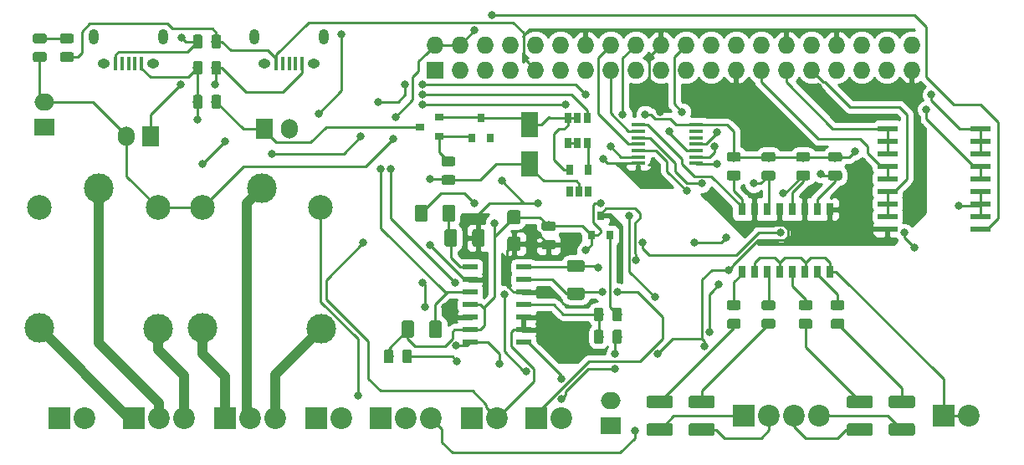
<source format=gbr>
G04 #@! TF.GenerationSoftware,KiCad,Pcbnew,5.0.2-bee76a0~70~ubuntu16.04.1*
G04 #@! TF.CreationDate,2018-12-12T21:45:08+05:30*
G04 #@! TF.ProjectId,sanjaya,73616e6a-6179-4612-9e6b-696361645f70,rev?*
G04 #@! TF.SameCoordinates,Original*
G04 #@! TF.FileFunction,Copper,L1,Top*
G04 #@! TF.FilePolarity,Positive*
%FSLAX46Y46*%
G04 Gerber Fmt 4.6, Leading zero omitted, Abs format (unit mm)*
G04 Created by KiCad (PCBNEW 5.0.2-bee76a0~70~ubuntu16.04.1) date Wed Dec 12 21:45:08 2018*
%MOMM*%
%LPD*%
G01*
G04 APERTURE LIST*
G04 #@! TA.AperFunction,ComponentPad*
%ADD10O,1.000000X1.550000*%
G04 #@! TD*
G04 #@! TA.AperFunction,ComponentPad*
%ADD11O,1.250000X0.950000*%
G04 #@! TD*
G04 #@! TA.AperFunction,SMDPad,CuDef*
%ADD12R,0.400000X1.350000*%
G04 #@! TD*
G04 #@! TA.AperFunction,Conductor*
%ADD13C,0.100000*%
G04 #@! TD*
G04 #@! TA.AperFunction,SMDPad,CuDef*
%ADD14C,0.975000*%
G04 #@! TD*
G04 #@! TA.AperFunction,SMDPad,CuDef*
%ADD15C,1.350000*%
G04 #@! TD*
G04 #@! TA.AperFunction,SMDPad,CuDef*
%ADD16R,0.800000X0.900000*%
G04 #@! TD*
G04 #@! TA.AperFunction,SMDPad,CuDef*
%ADD17R,1.800000X2.500000*%
G04 #@! TD*
G04 #@! TA.AperFunction,ComponentPad*
%ADD18R,1.700000X2.000000*%
G04 #@! TD*
G04 #@! TA.AperFunction,ComponentPad*
%ADD19O,1.700000X2.000000*%
G04 #@! TD*
G04 #@! TA.AperFunction,ComponentPad*
%ADD20R,1.727200X1.727200*%
G04 #@! TD*
G04 #@! TA.AperFunction,ComponentPad*
%ADD21O,1.727200X1.727200*%
G04 #@! TD*
G04 #@! TA.AperFunction,ComponentPad*
%ADD22O,2.000000X1.700000*%
G04 #@! TD*
G04 #@! TA.AperFunction,ComponentPad*
%ADD23R,2.000000X1.700000*%
G04 #@! TD*
G04 #@! TA.AperFunction,ComponentPad*
%ADD24C,3.000000*%
G04 #@! TD*
G04 #@! TA.AperFunction,ComponentPad*
%ADD25C,2.500000*%
G04 #@! TD*
G04 #@! TA.AperFunction,SMDPad,CuDef*
%ADD26R,0.900000X0.800000*%
G04 #@! TD*
G04 #@! TA.AperFunction,SMDPad,CuDef*
%ADD27R,0.700000X1.000000*%
G04 #@! TD*
G04 #@! TA.AperFunction,SMDPad,CuDef*
%ADD28C,1.250000*%
G04 #@! TD*
G04 #@! TA.AperFunction,SMDPad,CuDef*
%ADD29R,1.450000X0.450000*%
G04 #@! TD*
G04 #@! TA.AperFunction,SMDPad,CuDef*
%ADD30R,0.650000X1.060000*%
G04 #@! TD*
G04 #@! TA.AperFunction,SMDPad,CuDef*
%ADD31R,2.000000X0.600000*%
G04 #@! TD*
G04 #@! TA.AperFunction,SMDPad,CuDef*
%ADD32R,0.800000X1.300000*%
G04 #@! TD*
G04 #@! TA.AperFunction,SMDPad,CuDef*
%ADD33R,1.500000X0.600000*%
G04 #@! TD*
G04 #@! TA.AperFunction,ComponentPad*
%ADD34R,2.200000X2.200000*%
G04 #@! TD*
G04 #@! TA.AperFunction,ComponentPad*
%ADD35C,2.200000*%
G04 #@! TD*
G04 #@! TA.AperFunction,ViaPad*
%ADD36C,0.800000*%
G04 #@! TD*
G04 #@! TA.AperFunction,Conductor*
%ADD37C,0.250000*%
G04 #@! TD*
G04 #@! TA.AperFunction,Conductor*
%ADD38C,1.000000*%
G04 #@! TD*
G04 #@! TA.AperFunction,Conductor*
%ADD39C,0.254000*%
G04 #@! TD*
G04 APERTURE END LIST*
D10*
G04 #@! TO.P,J11,6*
G04 #@! TO.N,Net-(J11-Pad6)*
X98500000Y-86150000D03*
X105500000Y-86150000D03*
D11*
X99500000Y-88850000D03*
X104500000Y-88850000D03*
D12*
G04 #@! TO.P,J11,5*
G04 #@! TO.N,/DGND*
X100700000Y-88850000D03*
G04 #@! TO.P,J11,4*
G04 #@! TO.N,N/C*
X101350000Y-88850000D03*
G04 #@! TO.P,J11,3*
X102000000Y-88850000D03*
G04 #@! TO.P,J11,2*
X102650000Y-88850000D03*
G04 #@! TO.P,J11,1*
G04 #@! TO.N,Net-(J11-Pad1)*
X103300000Y-88850000D03*
G04 #@! TD*
D13*
G04 #@! TO.N,Net-(R20-Pad1)*
G04 #@! TO.C,R6*
G36*
X133580142Y-115801174D02*
X133603803Y-115804684D01*
X133627007Y-115810496D01*
X133649529Y-115818554D01*
X133671153Y-115828782D01*
X133691670Y-115841079D01*
X133710883Y-115855329D01*
X133728607Y-115871393D01*
X133744671Y-115889117D01*
X133758921Y-115908330D01*
X133771218Y-115928847D01*
X133781446Y-115950471D01*
X133789504Y-115972993D01*
X133795316Y-115996197D01*
X133798826Y-116019858D01*
X133800000Y-116043750D01*
X133800000Y-116956250D01*
X133798826Y-116980142D01*
X133795316Y-117003803D01*
X133789504Y-117027007D01*
X133781446Y-117049529D01*
X133771218Y-117071153D01*
X133758921Y-117091670D01*
X133744671Y-117110883D01*
X133728607Y-117128607D01*
X133710883Y-117144671D01*
X133691670Y-117158921D01*
X133671153Y-117171218D01*
X133649529Y-117181446D01*
X133627007Y-117189504D01*
X133603803Y-117195316D01*
X133580142Y-117198826D01*
X133556250Y-117200000D01*
X133068750Y-117200000D01*
X133044858Y-117198826D01*
X133021197Y-117195316D01*
X132997993Y-117189504D01*
X132975471Y-117181446D01*
X132953847Y-117171218D01*
X132933330Y-117158921D01*
X132914117Y-117144671D01*
X132896393Y-117128607D01*
X132880329Y-117110883D01*
X132866079Y-117091670D01*
X132853782Y-117071153D01*
X132843554Y-117049529D01*
X132835496Y-117027007D01*
X132829684Y-117003803D01*
X132826174Y-116980142D01*
X132825000Y-116956250D01*
X132825000Y-116043750D01*
X132826174Y-116019858D01*
X132829684Y-115996197D01*
X132835496Y-115972993D01*
X132843554Y-115950471D01*
X132853782Y-115928847D01*
X132866079Y-115908330D01*
X132880329Y-115889117D01*
X132896393Y-115871393D01*
X132914117Y-115855329D01*
X132933330Y-115841079D01*
X132953847Y-115828782D01*
X132975471Y-115818554D01*
X132997993Y-115810496D01*
X133021197Y-115804684D01*
X133044858Y-115801174D01*
X133068750Y-115800000D01*
X133556250Y-115800000D01*
X133580142Y-115801174D01*
X133580142Y-115801174D01*
G37*
D14*
G04 #@! TD*
G04 #@! TO.P,R6,1*
G04 #@! TO.N,Net-(R20-Pad1)*
X133312500Y-116500000D03*
D13*
G04 #@! TO.N,/analogSensing/R_Sense*
G04 #@! TO.C,R6*
G36*
X135455142Y-115801174D02*
X135478803Y-115804684D01*
X135502007Y-115810496D01*
X135524529Y-115818554D01*
X135546153Y-115828782D01*
X135566670Y-115841079D01*
X135585883Y-115855329D01*
X135603607Y-115871393D01*
X135619671Y-115889117D01*
X135633921Y-115908330D01*
X135646218Y-115928847D01*
X135656446Y-115950471D01*
X135664504Y-115972993D01*
X135670316Y-115996197D01*
X135673826Y-116019858D01*
X135675000Y-116043750D01*
X135675000Y-116956250D01*
X135673826Y-116980142D01*
X135670316Y-117003803D01*
X135664504Y-117027007D01*
X135656446Y-117049529D01*
X135646218Y-117071153D01*
X135633921Y-117091670D01*
X135619671Y-117110883D01*
X135603607Y-117128607D01*
X135585883Y-117144671D01*
X135566670Y-117158921D01*
X135546153Y-117171218D01*
X135524529Y-117181446D01*
X135502007Y-117189504D01*
X135478803Y-117195316D01*
X135455142Y-117198826D01*
X135431250Y-117200000D01*
X134943750Y-117200000D01*
X134919858Y-117198826D01*
X134896197Y-117195316D01*
X134872993Y-117189504D01*
X134850471Y-117181446D01*
X134828847Y-117171218D01*
X134808330Y-117158921D01*
X134789117Y-117144671D01*
X134771393Y-117128607D01*
X134755329Y-117110883D01*
X134741079Y-117091670D01*
X134728782Y-117071153D01*
X134718554Y-117049529D01*
X134710496Y-117027007D01*
X134704684Y-117003803D01*
X134701174Y-116980142D01*
X134700000Y-116956250D01*
X134700000Y-116043750D01*
X134701174Y-116019858D01*
X134704684Y-115996197D01*
X134710496Y-115972993D01*
X134718554Y-115950471D01*
X134728782Y-115928847D01*
X134741079Y-115908330D01*
X134755329Y-115889117D01*
X134771393Y-115871393D01*
X134789117Y-115855329D01*
X134808330Y-115841079D01*
X134828847Y-115828782D01*
X134850471Y-115818554D01*
X134872993Y-115810496D01*
X134896197Y-115804684D01*
X134919858Y-115801174D01*
X134943750Y-115800000D01*
X135431250Y-115800000D01*
X135455142Y-115801174D01*
X135455142Y-115801174D01*
G37*
D14*
G04 #@! TD*
G04 #@! TO.P,R6,2*
G04 #@! TO.N,/analogSensing/R_Sense*
X135187500Y-116500000D03*
D13*
G04 #@! TO.N,/analogSensing/T_Sense*
G04 #@! TO.C,R20*
G36*
X135455142Y-113551174D02*
X135478803Y-113554684D01*
X135502007Y-113560496D01*
X135524529Y-113568554D01*
X135546153Y-113578782D01*
X135566670Y-113591079D01*
X135585883Y-113605329D01*
X135603607Y-113621393D01*
X135619671Y-113639117D01*
X135633921Y-113658330D01*
X135646218Y-113678847D01*
X135656446Y-113700471D01*
X135664504Y-113722993D01*
X135670316Y-113746197D01*
X135673826Y-113769858D01*
X135675000Y-113793750D01*
X135675000Y-114706250D01*
X135673826Y-114730142D01*
X135670316Y-114753803D01*
X135664504Y-114777007D01*
X135656446Y-114799529D01*
X135646218Y-114821153D01*
X135633921Y-114841670D01*
X135619671Y-114860883D01*
X135603607Y-114878607D01*
X135585883Y-114894671D01*
X135566670Y-114908921D01*
X135546153Y-114921218D01*
X135524529Y-114931446D01*
X135502007Y-114939504D01*
X135478803Y-114945316D01*
X135455142Y-114948826D01*
X135431250Y-114950000D01*
X134943750Y-114950000D01*
X134919858Y-114948826D01*
X134896197Y-114945316D01*
X134872993Y-114939504D01*
X134850471Y-114931446D01*
X134828847Y-114921218D01*
X134808330Y-114908921D01*
X134789117Y-114894671D01*
X134771393Y-114878607D01*
X134755329Y-114860883D01*
X134741079Y-114841670D01*
X134728782Y-114821153D01*
X134718554Y-114799529D01*
X134710496Y-114777007D01*
X134704684Y-114753803D01*
X134701174Y-114730142D01*
X134700000Y-114706250D01*
X134700000Y-113793750D01*
X134701174Y-113769858D01*
X134704684Y-113746197D01*
X134710496Y-113722993D01*
X134718554Y-113700471D01*
X134728782Y-113678847D01*
X134741079Y-113658330D01*
X134755329Y-113639117D01*
X134771393Y-113621393D01*
X134789117Y-113605329D01*
X134808330Y-113591079D01*
X134828847Y-113578782D01*
X134850471Y-113568554D01*
X134872993Y-113560496D01*
X134896197Y-113554684D01*
X134919858Y-113551174D01*
X134943750Y-113550000D01*
X135431250Y-113550000D01*
X135455142Y-113551174D01*
X135455142Y-113551174D01*
G37*
D14*
G04 #@! TD*
G04 #@! TO.P,R20,2*
G04 #@! TO.N,/analogSensing/T_Sense*
X135187500Y-114250000D03*
D13*
G04 #@! TO.N,Net-(R20-Pad1)*
G04 #@! TO.C,R20*
G36*
X133580142Y-113551174D02*
X133603803Y-113554684D01*
X133627007Y-113560496D01*
X133649529Y-113568554D01*
X133671153Y-113578782D01*
X133691670Y-113591079D01*
X133710883Y-113605329D01*
X133728607Y-113621393D01*
X133744671Y-113639117D01*
X133758921Y-113658330D01*
X133771218Y-113678847D01*
X133781446Y-113700471D01*
X133789504Y-113722993D01*
X133795316Y-113746197D01*
X133798826Y-113769858D01*
X133800000Y-113793750D01*
X133800000Y-114706250D01*
X133798826Y-114730142D01*
X133795316Y-114753803D01*
X133789504Y-114777007D01*
X133781446Y-114799529D01*
X133771218Y-114821153D01*
X133758921Y-114841670D01*
X133744671Y-114860883D01*
X133728607Y-114878607D01*
X133710883Y-114894671D01*
X133691670Y-114908921D01*
X133671153Y-114921218D01*
X133649529Y-114931446D01*
X133627007Y-114939504D01*
X133603803Y-114945316D01*
X133580142Y-114948826D01*
X133556250Y-114950000D01*
X133068750Y-114950000D01*
X133044858Y-114948826D01*
X133021197Y-114945316D01*
X132997993Y-114939504D01*
X132975471Y-114931446D01*
X132953847Y-114921218D01*
X132933330Y-114908921D01*
X132914117Y-114894671D01*
X132896393Y-114878607D01*
X132880329Y-114860883D01*
X132866079Y-114841670D01*
X132853782Y-114821153D01*
X132843554Y-114799529D01*
X132835496Y-114777007D01*
X132829684Y-114753803D01*
X132826174Y-114730142D01*
X132825000Y-114706250D01*
X132825000Y-113793750D01*
X132826174Y-113769858D01*
X132829684Y-113746197D01*
X132835496Y-113722993D01*
X132843554Y-113700471D01*
X132853782Y-113678847D01*
X132866079Y-113658330D01*
X132880329Y-113639117D01*
X132896393Y-113621393D01*
X132914117Y-113605329D01*
X132933330Y-113591079D01*
X132953847Y-113578782D01*
X132975471Y-113568554D01*
X132997993Y-113560496D01*
X133021197Y-113554684D01*
X133044858Y-113551174D01*
X133068750Y-113550000D01*
X133556250Y-113550000D01*
X133580142Y-113551174D01*
X133580142Y-113551174D01*
G37*
D14*
G04 #@! TD*
G04 #@! TO.P,R20,1*
G04 #@! TO.N,Net-(R20-Pad1)*
X133312500Y-114250000D03*
D13*
G04 #@! TO.N,/3V3*
G04 #@! TO.C,C1*
G36*
X125199505Y-103701204D02*
X125223773Y-103704804D01*
X125247572Y-103710765D01*
X125270671Y-103719030D01*
X125292850Y-103729520D01*
X125313893Y-103742132D01*
X125333599Y-103756747D01*
X125351777Y-103773223D01*
X125368253Y-103791401D01*
X125382868Y-103811107D01*
X125395480Y-103832150D01*
X125405970Y-103854329D01*
X125414235Y-103877428D01*
X125420196Y-103901227D01*
X125423796Y-103925495D01*
X125425000Y-103949999D01*
X125425000Y-104850001D01*
X125423796Y-104874505D01*
X125420196Y-104898773D01*
X125414235Y-104922572D01*
X125405970Y-104945671D01*
X125395480Y-104967850D01*
X125382868Y-104988893D01*
X125368253Y-105008599D01*
X125351777Y-105026777D01*
X125333599Y-105043253D01*
X125313893Y-105057868D01*
X125292850Y-105070480D01*
X125270671Y-105080970D01*
X125247572Y-105089235D01*
X125223773Y-105095196D01*
X125199505Y-105098796D01*
X125175001Y-105100000D01*
X124324999Y-105100000D01*
X124300495Y-105098796D01*
X124276227Y-105095196D01*
X124252428Y-105089235D01*
X124229329Y-105080970D01*
X124207150Y-105070480D01*
X124186107Y-105057868D01*
X124166401Y-105043253D01*
X124148223Y-105026777D01*
X124131747Y-105008599D01*
X124117132Y-104988893D01*
X124104520Y-104967850D01*
X124094030Y-104945671D01*
X124085765Y-104922572D01*
X124079804Y-104898773D01*
X124076204Y-104874505D01*
X124075000Y-104850001D01*
X124075000Y-103949999D01*
X124076204Y-103925495D01*
X124079804Y-103901227D01*
X124085765Y-103877428D01*
X124094030Y-103854329D01*
X124104520Y-103832150D01*
X124117132Y-103811107D01*
X124131747Y-103791401D01*
X124148223Y-103773223D01*
X124166401Y-103756747D01*
X124186107Y-103742132D01*
X124207150Y-103729520D01*
X124229329Y-103719030D01*
X124252428Y-103710765D01*
X124276227Y-103704804D01*
X124300495Y-103701204D01*
X124324999Y-103700000D01*
X125175001Y-103700000D01*
X125199505Y-103701204D01*
X125199505Y-103701204D01*
G37*
D15*
G04 #@! TD*
G04 #@! TO.P,C1,1*
G04 #@! TO.N,/3V3*
X124750000Y-104400000D03*
D13*
G04 #@! TO.N,/AGND*
G04 #@! TO.C,C1*
G36*
X125199505Y-106401204D02*
X125223773Y-106404804D01*
X125247572Y-106410765D01*
X125270671Y-106419030D01*
X125292850Y-106429520D01*
X125313893Y-106442132D01*
X125333599Y-106456747D01*
X125351777Y-106473223D01*
X125368253Y-106491401D01*
X125382868Y-106511107D01*
X125395480Y-106532150D01*
X125405970Y-106554329D01*
X125414235Y-106577428D01*
X125420196Y-106601227D01*
X125423796Y-106625495D01*
X125425000Y-106649999D01*
X125425000Y-107550001D01*
X125423796Y-107574505D01*
X125420196Y-107598773D01*
X125414235Y-107622572D01*
X125405970Y-107645671D01*
X125395480Y-107667850D01*
X125382868Y-107688893D01*
X125368253Y-107708599D01*
X125351777Y-107726777D01*
X125333599Y-107743253D01*
X125313893Y-107757868D01*
X125292850Y-107770480D01*
X125270671Y-107780970D01*
X125247572Y-107789235D01*
X125223773Y-107795196D01*
X125199505Y-107798796D01*
X125175001Y-107800000D01*
X124324999Y-107800000D01*
X124300495Y-107798796D01*
X124276227Y-107795196D01*
X124252428Y-107789235D01*
X124229329Y-107780970D01*
X124207150Y-107770480D01*
X124186107Y-107757868D01*
X124166401Y-107743253D01*
X124148223Y-107726777D01*
X124131747Y-107708599D01*
X124117132Y-107688893D01*
X124104520Y-107667850D01*
X124094030Y-107645671D01*
X124085765Y-107622572D01*
X124079804Y-107598773D01*
X124076204Y-107574505D01*
X124075000Y-107550001D01*
X124075000Y-106649999D01*
X124076204Y-106625495D01*
X124079804Y-106601227D01*
X124085765Y-106577428D01*
X124094030Y-106554329D01*
X124104520Y-106532150D01*
X124117132Y-106511107D01*
X124131747Y-106491401D01*
X124148223Y-106473223D01*
X124166401Y-106456747D01*
X124186107Y-106442132D01*
X124207150Y-106429520D01*
X124229329Y-106419030D01*
X124252428Y-106410765D01*
X124276227Y-106404804D01*
X124300495Y-106401204D01*
X124324999Y-106400000D01*
X125175001Y-106400000D01*
X125199505Y-106401204D01*
X125199505Y-106401204D01*
G37*
D15*
G04 #@! TD*
G04 #@! TO.P,C1,2*
G04 #@! TO.N,/AGND*
X124750000Y-107100000D03*
D13*
G04 #@! TO.N,/3V3*
G04 #@! TO.C,C2*
G36*
X128730142Y-104826174D02*
X128753803Y-104829684D01*
X128777007Y-104835496D01*
X128799529Y-104843554D01*
X128821153Y-104853782D01*
X128841670Y-104866079D01*
X128860883Y-104880329D01*
X128878607Y-104896393D01*
X128894671Y-104914117D01*
X128908921Y-104933330D01*
X128921218Y-104953847D01*
X128931446Y-104975471D01*
X128939504Y-104997993D01*
X128945316Y-105021197D01*
X128948826Y-105044858D01*
X128950000Y-105068750D01*
X128950000Y-105556250D01*
X128948826Y-105580142D01*
X128945316Y-105603803D01*
X128939504Y-105627007D01*
X128931446Y-105649529D01*
X128921218Y-105671153D01*
X128908921Y-105691670D01*
X128894671Y-105710883D01*
X128878607Y-105728607D01*
X128860883Y-105744671D01*
X128841670Y-105758921D01*
X128821153Y-105771218D01*
X128799529Y-105781446D01*
X128777007Y-105789504D01*
X128753803Y-105795316D01*
X128730142Y-105798826D01*
X128706250Y-105800000D01*
X127793750Y-105800000D01*
X127769858Y-105798826D01*
X127746197Y-105795316D01*
X127722993Y-105789504D01*
X127700471Y-105781446D01*
X127678847Y-105771218D01*
X127658330Y-105758921D01*
X127639117Y-105744671D01*
X127621393Y-105728607D01*
X127605329Y-105710883D01*
X127591079Y-105691670D01*
X127578782Y-105671153D01*
X127568554Y-105649529D01*
X127560496Y-105627007D01*
X127554684Y-105603803D01*
X127551174Y-105580142D01*
X127550000Y-105556250D01*
X127550000Y-105068750D01*
X127551174Y-105044858D01*
X127554684Y-105021197D01*
X127560496Y-104997993D01*
X127568554Y-104975471D01*
X127578782Y-104953847D01*
X127591079Y-104933330D01*
X127605329Y-104914117D01*
X127621393Y-104896393D01*
X127639117Y-104880329D01*
X127658330Y-104866079D01*
X127678847Y-104853782D01*
X127700471Y-104843554D01*
X127722993Y-104835496D01*
X127746197Y-104829684D01*
X127769858Y-104826174D01*
X127793750Y-104825000D01*
X128706250Y-104825000D01*
X128730142Y-104826174D01*
X128730142Y-104826174D01*
G37*
D14*
G04 #@! TD*
G04 #@! TO.P,C2,1*
G04 #@! TO.N,/3V3*
X128250000Y-105312500D03*
D13*
G04 #@! TO.N,/AGND*
G04 #@! TO.C,C2*
G36*
X128730142Y-106701174D02*
X128753803Y-106704684D01*
X128777007Y-106710496D01*
X128799529Y-106718554D01*
X128821153Y-106728782D01*
X128841670Y-106741079D01*
X128860883Y-106755329D01*
X128878607Y-106771393D01*
X128894671Y-106789117D01*
X128908921Y-106808330D01*
X128921218Y-106828847D01*
X128931446Y-106850471D01*
X128939504Y-106872993D01*
X128945316Y-106896197D01*
X128948826Y-106919858D01*
X128950000Y-106943750D01*
X128950000Y-107431250D01*
X128948826Y-107455142D01*
X128945316Y-107478803D01*
X128939504Y-107502007D01*
X128931446Y-107524529D01*
X128921218Y-107546153D01*
X128908921Y-107566670D01*
X128894671Y-107585883D01*
X128878607Y-107603607D01*
X128860883Y-107619671D01*
X128841670Y-107633921D01*
X128821153Y-107646218D01*
X128799529Y-107656446D01*
X128777007Y-107664504D01*
X128753803Y-107670316D01*
X128730142Y-107673826D01*
X128706250Y-107675000D01*
X127793750Y-107675000D01*
X127769858Y-107673826D01*
X127746197Y-107670316D01*
X127722993Y-107664504D01*
X127700471Y-107656446D01*
X127678847Y-107646218D01*
X127658330Y-107633921D01*
X127639117Y-107619671D01*
X127621393Y-107603607D01*
X127605329Y-107585883D01*
X127591079Y-107566670D01*
X127578782Y-107546153D01*
X127568554Y-107524529D01*
X127560496Y-107502007D01*
X127554684Y-107478803D01*
X127551174Y-107455142D01*
X127550000Y-107431250D01*
X127550000Y-106943750D01*
X127551174Y-106919858D01*
X127554684Y-106896197D01*
X127560496Y-106872993D01*
X127568554Y-106850471D01*
X127578782Y-106828847D01*
X127591079Y-106808330D01*
X127605329Y-106789117D01*
X127621393Y-106771393D01*
X127639117Y-106755329D01*
X127658330Y-106741079D01*
X127678847Y-106728782D01*
X127700471Y-106718554D01*
X127722993Y-106710496D01*
X127746197Y-106704684D01*
X127769858Y-106701174D01*
X127793750Y-106700000D01*
X128706250Y-106700000D01*
X128730142Y-106701174D01*
X128730142Y-106701174D01*
G37*
D14*
G04 #@! TD*
G04 #@! TO.P,C2,2*
G04 #@! TO.N,/AGND*
X128250000Y-107187500D03*
D16*
G04 #@! TO.P,D1,1*
G04 #@! TO.N,Net-(D1-Pad1)*
X121412000Y-94377000D03*
G04 #@! TO.P,D1,*
G04 #@! TO.N,*
X122362000Y-96377000D03*
G04 #@! TO.P,D1,2*
G04 #@! TO.N,Net-(D1-Pad2)*
X120462000Y-96377000D03*
G04 #@! TD*
D17*
G04 #@! TO.P,D2,1*
G04 #@! TO.N,Net-(D1-Pad1)*
X126365000Y-95028000D03*
G04 #@! TO.P,D2,2*
G04 #@! TO.N,/powerSupply/Gnd_In*
X126365000Y-99028000D03*
G04 #@! TD*
D13*
G04 #@! TO.N,Net-(F1-Pad1)*
G04 #@! TO.C,J8*
G36*
X94886142Y-92020174D02*
X94909803Y-92023684D01*
X94933007Y-92029496D01*
X94955529Y-92037554D01*
X94977153Y-92047782D01*
X94997670Y-92060079D01*
X95016883Y-92074329D01*
X95034607Y-92090393D01*
X95050671Y-92108117D01*
X95064921Y-92127330D01*
X95077218Y-92147847D01*
X95087446Y-92169471D01*
X95095504Y-92191993D01*
X95101316Y-92215197D01*
X95104826Y-92238858D01*
X95106000Y-92262750D01*
X95106000Y-93175250D01*
X95104826Y-93199142D01*
X95101316Y-93222803D01*
X95095504Y-93246007D01*
X95087446Y-93268529D01*
X95077218Y-93290153D01*
X95064921Y-93310670D01*
X95050671Y-93329883D01*
X95034607Y-93347607D01*
X95016883Y-93363671D01*
X94997670Y-93377921D01*
X94977153Y-93390218D01*
X94955529Y-93400446D01*
X94933007Y-93408504D01*
X94909803Y-93414316D01*
X94886142Y-93417826D01*
X94862250Y-93419000D01*
X94374750Y-93419000D01*
X94350858Y-93417826D01*
X94327197Y-93414316D01*
X94303993Y-93408504D01*
X94281471Y-93400446D01*
X94259847Y-93390218D01*
X94239330Y-93377921D01*
X94220117Y-93363671D01*
X94202393Y-93347607D01*
X94186329Y-93329883D01*
X94172079Y-93310670D01*
X94159782Y-93290153D01*
X94149554Y-93268529D01*
X94141496Y-93246007D01*
X94135684Y-93222803D01*
X94132174Y-93199142D01*
X94131000Y-93175250D01*
X94131000Y-92262750D01*
X94132174Y-92238858D01*
X94135684Y-92215197D01*
X94141496Y-92191993D01*
X94149554Y-92169471D01*
X94159782Y-92147847D01*
X94172079Y-92127330D01*
X94186329Y-92108117D01*
X94202393Y-92090393D01*
X94220117Y-92074329D01*
X94239330Y-92060079D01*
X94259847Y-92047782D01*
X94281471Y-92037554D01*
X94303993Y-92029496D01*
X94327197Y-92023684D01*
X94350858Y-92020174D01*
X94374750Y-92019000D01*
X94862250Y-92019000D01*
X94886142Y-92020174D01*
X94886142Y-92020174D01*
G37*
D14*
G04 #@! TD*
G04 #@! TO.P,J8,2*
G04 #@! TO.N,Net-(F1-Pad1)*
X94618500Y-92719000D03*
D13*
G04 #@! TO.N,Net-(J18-Pad2)*
G04 #@! TO.C,J8*
G36*
X93011142Y-92020174D02*
X93034803Y-92023684D01*
X93058007Y-92029496D01*
X93080529Y-92037554D01*
X93102153Y-92047782D01*
X93122670Y-92060079D01*
X93141883Y-92074329D01*
X93159607Y-92090393D01*
X93175671Y-92108117D01*
X93189921Y-92127330D01*
X93202218Y-92147847D01*
X93212446Y-92169471D01*
X93220504Y-92191993D01*
X93226316Y-92215197D01*
X93229826Y-92238858D01*
X93231000Y-92262750D01*
X93231000Y-93175250D01*
X93229826Y-93199142D01*
X93226316Y-93222803D01*
X93220504Y-93246007D01*
X93212446Y-93268529D01*
X93202218Y-93290153D01*
X93189921Y-93310670D01*
X93175671Y-93329883D01*
X93159607Y-93347607D01*
X93141883Y-93363671D01*
X93122670Y-93377921D01*
X93102153Y-93390218D01*
X93080529Y-93400446D01*
X93058007Y-93408504D01*
X93034803Y-93414316D01*
X93011142Y-93417826D01*
X92987250Y-93419000D01*
X92499750Y-93419000D01*
X92475858Y-93417826D01*
X92452197Y-93414316D01*
X92428993Y-93408504D01*
X92406471Y-93400446D01*
X92384847Y-93390218D01*
X92364330Y-93377921D01*
X92345117Y-93363671D01*
X92327393Y-93347607D01*
X92311329Y-93329883D01*
X92297079Y-93310670D01*
X92284782Y-93290153D01*
X92274554Y-93268529D01*
X92266496Y-93246007D01*
X92260684Y-93222803D01*
X92257174Y-93199142D01*
X92256000Y-93175250D01*
X92256000Y-92262750D01*
X92257174Y-92238858D01*
X92260684Y-92215197D01*
X92266496Y-92191993D01*
X92274554Y-92169471D01*
X92284782Y-92147847D01*
X92297079Y-92127330D01*
X92311329Y-92108117D01*
X92327393Y-92090393D01*
X92345117Y-92074329D01*
X92364330Y-92060079D01*
X92384847Y-92047782D01*
X92406471Y-92037554D01*
X92428993Y-92029496D01*
X92452197Y-92023684D01*
X92475858Y-92020174D01*
X92499750Y-92019000D01*
X92987250Y-92019000D01*
X93011142Y-92020174D01*
X93011142Y-92020174D01*
G37*
D14*
G04 #@! TD*
G04 #@! TO.P,J8,1*
G04 #@! TO.N,Net-(J18-Pad2)*
X92743500Y-92719000D03*
D13*
G04 #@! TO.N,/powerSupply/Gnd_In*
G04 #@! TO.C,J10*
G36*
X93011142Y-85924174D02*
X93034803Y-85927684D01*
X93058007Y-85933496D01*
X93080529Y-85941554D01*
X93102153Y-85951782D01*
X93122670Y-85964079D01*
X93141883Y-85978329D01*
X93159607Y-85994393D01*
X93175671Y-86012117D01*
X93189921Y-86031330D01*
X93202218Y-86051847D01*
X93212446Y-86073471D01*
X93220504Y-86095993D01*
X93226316Y-86119197D01*
X93229826Y-86142858D01*
X93231000Y-86166750D01*
X93231000Y-87079250D01*
X93229826Y-87103142D01*
X93226316Y-87126803D01*
X93220504Y-87150007D01*
X93212446Y-87172529D01*
X93202218Y-87194153D01*
X93189921Y-87214670D01*
X93175671Y-87233883D01*
X93159607Y-87251607D01*
X93141883Y-87267671D01*
X93122670Y-87281921D01*
X93102153Y-87294218D01*
X93080529Y-87304446D01*
X93058007Y-87312504D01*
X93034803Y-87318316D01*
X93011142Y-87321826D01*
X92987250Y-87323000D01*
X92499750Y-87323000D01*
X92475858Y-87321826D01*
X92452197Y-87318316D01*
X92428993Y-87312504D01*
X92406471Y-87304446D01*
X92384847Y-87294218D01*
X92364330Y-87281921D01*
X92345117Y-87267671D01*
X92327393Y-87251607D01*
X92311329Y-87233883D01*
X92297079Y-87214670D01*
X92284782Y-87194153D01*
X92274554Y-87172529D01*
X92266496Y-87150007D01*
X92260684Y-87126803D01*
X92257174Y-87103142D01*
X92256000Y-87079250D01*
X92256000Y-86166750D01*
X92257174Y-86142858D01*
X92260684Y-86119197D01*
X92266496Y-86095993D01*
X92274554Y-86073471D01*
X92284782Y-86051847D01*
X92297079Y-86031330D01*
X92311329Y-86012117D01*
X92327393Y-85994393D01*
X92345117Y-85978329D01*
X92364330Y-85964079D01*
X92384847Y-85951782D01*
X92406471Y-85941554D01*
X92428993Y-85933496D01*
X92452197Y-85927684D01*
X92475858Y-85924174D01*
X92499750Y-85923000D01*
X92987250Y-85923000D01*
X93011142Y-85924174D01*
X93011142Y-85924174D01*
G37*
D14*
G04 #@! TD*
G04 #@! TO.P,J10,1*
G04 #@! TO.N,/powerSupply/Gnd_In*
X92743500Y-86623000D03*
D13*
G04 #@! TO.N,/DGND*
G04 #@! TO.C,J10*
G36*
X94886142Y-85924174D02*
X94909803Y-85927684D01*
X94933007Y-85933496D01*
X94955529Y-85941554D01*
X94977153Y-85951782D01*
X94997670Y-85964079D01*
X95016883Y-85978329D01*
X95034607Y-85994393D01*
X95050671Y-86012117D01*
X95064921Y-86031330D01*
X95077218Y-86051847D01*
X95087446Y-86073471D01*
X95095504Y-86095993D01*
X95101316Y-86119197D01*
X95104826Y-86142858D01*
X95106000Y-86166750D01*
X95106000Y-87079250D01*
X95104826Y-87103142D01*
X95101316Y-87126803D01*
X95095504Y-87150007D01*
X95087446Y-87172529D01*
X95077218Y-87194153D01*
X95064921Y-87214670D01*
X95050671Y-87233883D01*
X95034607Y-87251607D01*
X95016883Y-87267671D01*
X94997670Y-87281921D01*
X94977153Y-87294218D01*
X94955529Y-87304446D01*
X94933007Y-87312504D01*
X94909803Y-87318316D01*
X94886142Y-87321826D01*
X94862250Y-87323000D01*
X94374750Y-87323000D01*
X94350858Y-87321826D01*
X94327197Y-87318316D01*
X94303993Y-87312504D01*
X94281471Y-87304446D01*
X94259847Y-87294218D01*
X94239330Y-87281921D01*
X94220117Y-87267671D01*
X94202393Y-87251607D01*
X94186329Y-87233883D01*
X94172079Y-87214670D01*
X94159782Y-87194153D01*
X94149554Y-87172529D01*
X94141496Y-87150007D01*
X94135684Y-87126803D01*
X94132174Y-87103142D01*
X94131000Y-87079250D01*
X94131000Y-86166750D01*
X94132174Y-86142858D01*
X94135684Y-86119197D01*
X94141496Y-86095993D01*
X94149554Y-86073471D01*
X94159782Y-86051847D01*
X94172079Y-86031330D01*
X94186329Y-86012117D01*
X94202393Y-85994393D01*
X94220117Y-85978329D01*
X94239330Y-85964079D01*
X94259847Y-85951782D01*
X94281471Y-85941554D01*
X94303993Y-85933496D01*
X94327197Y-85927684D01*
X94350858Y-85924174D01*
X94374750Y-85923000D01*
X94862250Y-85923000D01*
X94886142Y-85924174D01*
X94886142Y-85924174D01*
G37*
D14*
G04 #@! TD*
G04 #@! TO.P,J10,2*
G04 #@! TO.N,/DGND*
X94618500Y-86623000D03*
D18*
G04 #@! TO.P,J12,1*
G04 #@! TO.N,Net-(J11-Pad1)*
X88000000Y-96250000D03*
D19*
G04 #@! TO.P,J12,2*
G04 #@! TO.N,/rPi/5V_In*
X85500000Y-96250000D03*
G04 #@! TD*
D20*
G04 #@! TO.P,J13,1*
G04 #@! TO.N,/3V3_Net+*
X116750000Y-89500000D03*
D21*
G04 #@! TO.P,J13,2*
G04 #@! TO.N,/rPi/5V_In*
X116750000Y-86960000D03*
G04 #@! TO.P,J13,3*
G04 #@! TO.N,/analogSensing/SDA*
X119290000Y-89500000D03*
G04 #@! TO.P,J13,4*
G04 #@! TO.N,/rPi/5V_In*
X119290000Y-86960000D03*
G04 #@! TO.P,J13,5*
G04 #@! TO.N,/analogSensing/SCL*
X121830000Y-89500000D03*
G04 #@! TO.P,J13,6*
G04 #@! TO.N,/AGND*
X121830000Y-86960000D03*
G04 #@! TO.P,J13,7*
G04 #@! TO.N,N/C*
X124370000Y-89500000D03*
G04 #@! TO.P,J13,8*
G04 #@! TO.N,/rPi/UART_TX*
X124370000Y-86960000D03*
G04 #@! TO.P,J13,9*
G04 #@! TO.N,/DGND*
X126910000Y-89500000D03*
G04 #@! TO.P,J13,10*
G04 #@! TO.N,/rPi/UART_RX*
X126910000Y-86960000D03*
G04 #@! TO.P,J13,11*
G04 #@! TO.N,N/C*
X129450000Y-89500000D03*
G04 #@! TO.P,J13,12*
X129450000Y-86960000D03*
G04 #@! TO.P,J13,13*
X131990000Y-89500000D03*
G04 #@! TO.P,J13,14*
G04 #@! TO.N,/DGND*
X131990000Y-86960000D03*
G04 #@! TO.P,J13,15*
G04 #@! TO.N,/D_INPUT_A*
X134530000Y-89500000D03*
G04 #@! TO.P,J13,16*
G04 #@! TO.N,/D_INPUT_B*
X134530000Y-86960000D03*
G04 #@! TO.P,J13,17*
G04 #@! TO.N,N/C*
X137070000Y-89500000D03*
G04 #@! TO.P,J13,18*
G04 #@! TO.N,/D_INPUT_C*
X137070000Y-86960000D03*
G04 #@! TO.P,J13,19*
G04 #@! TO.N,N/C*
X139610000Y-89500000D03*
G04 #@! TO.P,J13,20*
G04 #@! TO.N,/DGND*
X139610000Y-86960000D03*
G04 #@! TO.P,J13,21*
G04 #@! TO.N,N/C*
X142150000Y-89500000D03*
G04 #@! TO.P,J13,22*
G04 #@! TO.N,/D_INPUT_D*
X142150000Y-86960000D03*
G04 #@! TO.P,J13,23*
G04 #@! TO.N,N/C*
X144690000Y-89500000D03*
G04 #@! TO.P,J13,24*
X144690000Y-86960000D03*
G04 #@! TO.P,J13,25*
G04 #@! TO.N,/DGND*
X147230000Y-89500000D03*
G04 #@! TO.P,J13,26*
G04 #@! TO.N,N/C*
X147230000Y-86960000D03*
G04 #@! TO.P,J13,27*
G04 #@! TO.N,/actuation/Fan_Ctrl*
X149770000Y-89500000D03*
G04 #@! TO.P,J13,28*
G04 #@! TO.N,N/C*
X149770000Y-86960000D03*
G04 #@! TO.P,J13,29*
G04 #@! TO.N,/actuation/Relay1_Ctrl*
X152310000Y-89500000D03*
G04 #@! TO.P,J13,30*
G04 #@! TO.N,/DGND*
X152310000Y-86960000D03*
G04 #@! TO.P,J13,31*
G04 #@! TO.N,/actuation/Relay2_Ctrl*
X154850000Y-89500000D03*
G04 #@! TO.P,J13,32*
G04 #@! TO.N,N/C*
X154850000Y-86960000D03*
G04 #@! TO.P,J13,33*
X157390000Y-89500000D03*
G04 #@! TO.P,J13,34*
G04 #@! TO.N,/DGND*
X157390000Y-86960000D03*
G04 #@! TO.P,J13,35*
G04 #@! TO.N,N/C*
X159930000Y-89500000D03*
G04 #@! TO.P,J13,36*
X159930000Y-86960000D03*
G04 #@! TO.P,J13,37*
X162470000Y-89500000D03*
G04 #@! TO.P,J13,38*
X162470000Y-86960000D03*
G04 #@! TO.P,J13,39*
G04 #@! TO.N,/DGND*
X165010000Y-89500000D03*
G04 #@! TO.P,J13,40*
G04 #@! TO.N,N/C*
X165010000Y-86960000D03*
G04 #@! TD*
D22*
G04 #@! TO.P,J14,2*
G04 #@! TO.N,/rPi/5V_In*
X77250000Y-92750000D03*
D23*
G04 #@! TO.P,J14,1*
G04 #@! TO.N,Net-(J14-Pad1)*
X77250000Y-95250000D03*
G04 #@! TD*
D24*
G04 #@! TO.P,K1,1*
G04 #@! TO.N,/actuation/RL1_C*
X82750000Y-101500000D03*
D25*
G04 #@! TO.P,K1,5*
G04 #@! TO.N,/rPi/5V_In*
X88700000Y-103450000D03*
D24*
G04 #@! TO.P,K1,4*
G04 #@! TO.N,/actuation/RL1_NC*
X88750000Y-115700000D03*
G04 #@! TO.P,K1,3*
G04 #@! TO.N,/actuation/RL1_NO*
X76700000Y-115650000D03*
D25*
G04 #@! TO.P,K1,2*
G04 #@! TO.N,Net-(K1-Pad2)*
X76700000Y-103450000D03*
G04 #@! TD*
G04 #@! TO.P,K2,2*
G04 #@! TO.N,/rPi/5V_In*
X93200000Y-103450000D03*
D24*
G04 #@! TO.P,K2,3*
G04 #@! TO.N,/actuation/RL2_NO*
X93200000Y-115650000D03*
G04 #@! TO.P,K2,4*
G04 #@! TO.N,/actuation/RL2_NC*
X105250000Y-115700000D03*
D25*
G04 #@! TO.P,K2,5*
G04 #@! TO.N,Net-(K2-Pad5)*
X105200000Y-103450000D03*
D24*
G04 #@! TO.P,K2,1*
G04 #@! TO.N,/actuation/RL2_C*
X99250000Y-101500000D03*
G04 #@! TD*
D26*
G04 #@! TO.P,Q1,3*
G04 #@! TO.N,Net-(F1-Pad1)*
X115205000Y-95250000D03*
G04 #@! TO.P,Q1,2*
G04 #@! TO.N,Net-(D1-Pad1)*
X117205000Y-94300000D03*
G04 #@! TO.P,Q1,1*
G04 #@! TO.N,Net-(D1-Pad2)*
X117205000Y-96200000D03*
G04 #@! TD*
D27*
G04 #@! TO.P,Q2,1*
G04 #@! TO.N,Net-(Q2-Pad1)*
X130241000Y-96931000D03*
G04 #@! TO.P,Q2,2*
X131191000Y-96931000D03*
G04 #@! TO.P,Q2,3*
G04 #@! TO.N,Net-(Q2-Pad3)*
X132141000Y-96931000D03*
G04 #@! TO.P,Q2,4*
G04 #@! TO.N,Net-(J18-Pad2)*
X132141000Y-94331000D03*
G04 #@! TO.P,Q2,6*
G04 #@! TO.N,Net-(D1-Pad1)*
X130241000Y-94331000D03*
G04 #@! TO.P,Q2,5*
X131191000Y-94331000D03*
G04 #@! TD*
D13*
G04 #@! TO.N,/3V3*
G04 #@! TO.C,R1*
G36*
X114399504Y-114876204D02*
X114423773Y-114879804D01*
X114447571Y-114885765D01*
X114470671Y-114894030D01*
X114492849Y-114904520D01*
X114513893Y-114917133D01*
X114533598Y-114931747D01*
X114551777Y-114948223D01*
X114568253Y-114966402D01*
X114582867Y-114986107D01*
X114595480Y-115007151D01*
X114605970Y-115029329D01*
X114614235Y-115052429D01*
X114620196Y-115076227D01*
X114623796Y-115100496D01*
X114625000Y-115125000D01*
X114625000Y-116375000D01*
X114623796Y-116399504D01*
X114620196Y-116423773D01*
X114614235Y-116447571D01*
X114605970Y-116470671D01*
X114595480Y-116492849D01*
X114582867Y-116513893D01*
X114568253Y-116533598D01*
X114551777Y-116551777D01*
X114533598Y-116568253D01*
X114513893Y-116582867D01*
X114492849Y-116595480D01*
X114470671Y-116605970D01*
X114447571Y-116614235D01*
X114423773Y-116620196D01*
X114399504Y-116623796D01*
X114375000Y-116625000D01*
X113625000Y-116625000D01*
X113600496Y-116623796D01*
X113576227Y-116620196D01*
X113552429Y-116614235D01*
X113529329Y-116605970D01*
X113507151Y-116595480D01*
X113486107Y-116582867D01*
X113466402Y-116568253D01*
X113448223Y-116551777D01*
X113431747Y-116533598D01*
X113417133Y-116513893D01*
X113404520Y-116492849D01*
X113394030Y-116470671D01*
X113385765Y-116447571D01*
X113379804Y-116423773D01*
X113376204Y-116399504D01*
X113375000Y-116375000D01*
X113375000Y-115125000D01*
X113376204Y-115100496D01*
X113379804Y-115076227D01*
X113385765Y-115052429D01*
X113394030Y-115029329D01*
X113404520Y-115007151D01*
X113417133Y-114986107D01*
X113431747Y-114966402D01*
X113448223Y-114948223D01*
X113466402Y-114931747D01*
X113486107Y-114917133D01*
X113507151Y-114904520D01*
X113529329Y-114894030D01*
X113552429Y-114885765D01*
X113576227Y-114879804D01*
X113600496Y-114876204D01*
X113625000Y-114875000D01*
X114375000Y-114875000D01*
X114399504Y-114876204D01*
X114399504Y-114876204D01*
G37*
D28*
G04 #@! TD*
G04 #@! TO.P,R1,1*
G04 #@! TO.N,/3V3*
X114000000Y-115750000D03*
D13*
G04 #@! TO.N,/3V3_Net+*
G04 #@! TO.C,R1*
G36*
X117199504Y-114876204D02*
X117223773Y-114879804D01*
X117247571Y-114885765D01*
X117270671Y-114894030D01*
X117292849Y-114904520D01*
X117313893Y-114917133D01*
X117333598Y-114931747D01*
X117351777Y-114948223D01*
X117368253Y-114966402D01*
X117382867Y-114986107D01*
X117395480Y-115007151D01*
X117405970Y-115029329D01*
X117414235Y-115052429D01*
X117420196Y-115076227D01*
X117423796Y-115100496D01*
X117425000Y-115125000D01*
X117425000Y-116375000D01*
X117423796Y-116399504D01*
X117420196Y-116423773D01*
X117414235Y-116447571D01*
X117405970Y-116470671D01*
X117395480Y-116492849D01*
X117382867Y-116513893D01*
X117368253Y-116533598D01*
X117351777Y-116551777D01*
X117333598Y-116568253D01*
X117313893Y-116582867D01*
X117292849Y-116595480D01*
X117270671Y-116605970D01*
X117247571Y-116614235D01*
X117223773Y-116620196D01*
X117199504Y-116623796D01*
X117175000Y-116625000D01*
X116425000Y-116625000D01*
X116400496Y-116623796D01*
X116376227Y-116620196D01*
X116352429Y-116614235D01*
X116329329Y-116605970D01*
X116307151Y-116595480D01*
X116286107Y-116582867D01*
X116266402Y-116568253D01*
X116248223Y-116551777D01*
X116231747Y-116533598D01*
X116217133Y-116513893D01*
X116204520Y-116492849D01*
X116194030Y-116470671D01*
X116185765Y-116447571D01*
X116179804Y-116423773D01*
X116176204Y-116399504D01*
X116175000Y-116375000D01*
X116175000Y-115125000D01*
X116176204Y-115100496D01*
X116179804Y-115076227D01*
X116185765Y-115052429D01*
X116194030Y-115029329D01*
X116204520Y-115007151D01*
X116217133Y-114986107D01*
X116231747Y-114966402D01*
X116248223Y-114948223D01*
X116266402Y-114931747D01*
X116286107Y-114917133D01*
X116307151Y-114904520D01*
X116329329Y-114894030D01*
X116352429Y-114885765D01*
X116376227Y-114879804D01*
X116400496Y-114876204D01*
X116425000Y-114875000D01*
X117175000Y-114875000D01*
X117199504Y-114876204D01*
X117199504Y-114876204D01*
G37*
D28*
G04 #@! TD*
G04 #@! TO.P,R1,2*
G04 #@! TO.N,/3V3_Net+*
X116800000Y-115750000D03*
D13*
G04 #@! TO.N,/powerSupply/Gnd_In*
G04 #@! TO.C,R2*
G36*
X118590142Y-100146174D02*
X118613803Y-100149684D01*
X118637007Y-100155496D01*
X118659529Y-100163554D01*
X118681153Y-100173782D01*
X118701670Y-100186079D01*
X118720883Y-100200329D01*
X118738607Y-100216393D01*
X118754671Y-100234117D01*
X118768921Y-100253330D01*
X118781218Y-100273847D01*
X118791446Y-100295471D01*
X118799504Y-100317993D01*
X118805316Y-100341197D01*
X118808826Y-100364858D01*
X118810000Y-100388750D01*
X118810000Y-100876250D01*
X118808826Y-100900142D01*
X118805316Y-100923803D01*
X118799504Y-100947007D01*
X118791446Y-100969529D01*
X118781218Y-100991153D01*
X118768921Y-101011670D01*
X118754671Y-101030883D01*
X118738607Y-101048607D01*
X118720883Y-101064671D01*
X118701670Y-101078921D01*
X118681153Y-101091218D01*
X118659529Y-101101446D01*
X118637007Y-101109504D01*
X118613803Y-101115316D01*
X118590142Y-101118826D01*
X118566250Y-101120000D01*
X117653750Y-101120000D01*
X117629858Y-101118826D01*
X117606197Y-101115316D01*
X117582993Y-101109504D01*
X117560471Y-101101446D01*
X117538847Y-101091218D01*
X117518330Y-101078921D01*
X117499117Y-101064671D01*
X117481393Y-101048607D01*
X117465329Y-101030883D01*
X117451079Y-101011670D01*
X117438782Y-100991153D01*
X117428554Y-100969529D01*
X117420496Y-100947007D01*
X117414684Y-100923803D01*
X117411174Y-100900142D01*
X117410000Y-100876250D01*
X117410000Y-100388750D01*
X117411174Y-100364858D01*
X117414684Y-100341197D01*
X117420496Y-100317993D01*
X117428554Y-100295471D01*
X117438782Y-100273847D01*
X117451079Y-100253330D01*
X117465329Y-100234117D01*
X117481393Y-100216393D01*
X117499117Y-100200329D01*
X117518330Y-100186079D01*
X117538847Y-100173782D01*
X117560471Y-100163554D01*
X117582993Y-100155496D01*
X117606197Y-100149684D01*
X117629858Y-100146174D01*
X117653750Y-100145000D01*
X118566250Y-100145000D01*
X118590142Y-100146174D01*
X118590142Y-100146174D01*
G37*
D14*
G04 #@! TD*
G04 #@! TO.P,R2,2*
G04 #@! TO.N,/powerSupply/Gnd_In*
X118110000Y-100632500D03*
D13*
G04 #@! TO.N,Net-(D1-Pad2)*
G04 #@! TO.C,R2*
G36*
X118590142Y-98271174D02*
X118613803Y-98274684D01*
X118637007Y-98280496D01*
X118659529Y-98288554D01*
X118681153Y-98298782D01*
X118701670Y-98311079D01*
X118720883Y-98325329D01*
X118738607Y-98341393D01*
X118754671Y-98359117D01*
X118768921Y-98378330D01*
X118781218Y-98398847D01*
X118791446Y-98420471D01*
X118799504Y-98442993D01*
X118805316Y-98466197D01*
X118808826Y-98489858D01*
X118810000Y-98513750D01*
X118810000Y-99001250D01*
X118808826Y-99025142D01*
X118805316Y-99048803D01*
X118799504Y-99072007D01*
X118791446Y-99094529D01*
X118781218Y-99116153D01*
X118768921Y-99136670D01*
X118754671Y-99155883D01*
X118738607Y-99173607D01*
X118720883Y-99189671D01*
X118701670Y-99203921D01*
X118681153Y-99216218D01*
X118659529Y-99226446D01*
X118637007Y-99234504D01*
X118613803Y-99240316D01*
X118590142Y-99243826D01*
X118566250Y-99245000D01*
X117653750Y-99245000D01*
X117629858Y-99243826D01*
X117606197Y-99240316D01*
X117582993Y-99234504D01*
X117560471Y-99226446D01*
X117538847Y-99216218D01*
X117518330Y-99203921D01*
X117499117Y-99189671D01*
X117481393Y-99173607D01*
X117465329Y-99155883D01*
X117451079Y-99136670D01*
X117438782Y-99116153D01*
X117428554Y-99094529D01*
X117420496Y-99072007D01*
X117414684Y-99048803D01*
X117411174Y-99025142D01*
X117410000Y-99001250D01*
X117410000Y-98513750D01*
X117411174Y-98489858D01*
X117414684Y-98466197D01*
X117420496Y-98442993D01*
X117428554Y-98420471D01*
X117438782Y-98398847D01*
X117451079Y-98378330D01*
X117465329Y-98359117D01*
X117481393Y-98341393D01*
X117499117Y-98325329D01*
X117518330Y-98311079D01*
X117538847Y-98298782D01*
X117560471Y-98288554D01*
X117582993Y-98280496D01*
X117606197Y-98274684D01*
X117629858Y-98271174D01*
X117653750Y-98270000D01*
X118566250Y-98270000D01*
X118590142Y-98271174D01*
X118590142Y-98271174D01*
G37*
D14*
G04 #@! TD*
G04 #@! TO.P,R2,1*
G04 #@! TO.N,Net-(D1-Pad2)*
X118110000Y-98757500D03*
D13*
G04 #@! TO.N,/3V3*
G04 #@! TO.C,R3*
G36*
X115749504Y-103126204D02*
X115773773Y-103129804D01*
X115797571Y-103135765D01*
X115820671Y-103144030D01*
X115842849Y-103154520D01*
X115863893Y-103167133D01*
X115883598Y-103181747D01*
X115901777Y-103198223D01*
X115918253Y-103216402D01*
X115932867Y-103236107D01*
X115945480Y-103257151D01*
X115955970Y-103279329D01*
X115964235Y-103302429D01*
X115970196Y-103326227D01*
X115973796Y-103350496D01*
X115975000Y-103375000D01*
X115975000Y-104625000D01*
X115973796Y-104649504D01*
X115970196Y-104673773D01*
X115964235Y-104697571D01*
X115955970Y-104720671D01*
X115945480Y-104742849D01*
X115932867Y-104763893D01*
X115918253Y-104783598D01*
X115901777Y-104801777D01*
X115883598Y-104818253D01*
X115863893Y-104832867D01*
X115842849Y-104845480D01*
X115820671Y-104855970D01*
X115797571Y-104864235D01*
X115773773Y-104870196D01*
X115749504Y-104873796D01*
X115725000Y-104875000D01*
X114975000Y-104875000D01*
X114950496Y-104873796D01*
X114926227Y-104870196D01*
X114902429Y-104864235D01*
X114879329Y-104855970D01*
X114857151Y-104845480D01*
X114836107Y-104832867D01*
X114816402Y-104818253D01*
X114798223Y-104801777D01*
X114781747Y-104783598D01*
X114767133Y-104763893D01*
X114754520Y-104742849D01*
X114744030Y-104720671D01*
X114735765Y-104697571D01*
X114729804Y-104673773D01*
X114726204Y-104649504D01*
X114725000Y-104625000D01*
X114725000Y-103375000D01*
X114726204Y-103350496D01*
X114729804Y-103326227D01*
X114735765Y-103302429D01*
X114744030Y-103279329D01*
X114754520Y-103257151D01*
X114767133Y-103236107D01*
X114781747Y-103216402D01*
X114798223Y-103198223D01*
X114816402Y-103181747D01*
X114836107Y-103167133D01*
X114857151Y-103154520D01*
X114879329Y-103144030D01*
X114902429Y-103135765D01*
X114926227Y-103129804D01*
X114950496Y-103126204D01*
X114975000Y-103125000D01*
X115725000Y-103125000D01*
X115749504Y-103126204D01*
X115749504Y-103126204D01*
G37*
D28*
G04 #@! TD*
G04 #@! TO.P,R3,1*
G04 #@! TO.N,/3V3*
X115350000Y-104000000D03*
D13*
G04 #@! TO.N,Net-(R3-Pad2)*
G04 #@! TO.C,R3*
G36*
X118549504Y-103126204D02*
X118573773Y-103129804D01*
X118597571Y-103135765D01*
X118620671Y-103144030D01*
X118642849Y-103154520D01*
X118663893Y-103167133D01*
X118683598Y-103181747D01*
X118701777Y-103198223D01*
X118718253Y-103216402D01*
X118732867Y-103236107D01*
X118745480Y-103257151D01*
X118755970Y-103279329D01*
X118764235Y-103302429D01*
X118770196Y-103326227D01*
X118773796Y-103350496D01*
X118775000Y-103375000D01*
X118775000Y-104625000D01*
X118773796Y-104649504D01*
X118770196Y-104673773D01*
X118764235Y-104697571D01*
X118755970Y-104720671D01*
X118745480Y-104742849D01*
X118732867Y-104763893D01*
X118718253Y-104783598D01*
X118701777Y-104801777D01*
X118683598Y-104818253D01*
X118663893Y-104832867D01*
X118642849Y-104845480D01*
X118620671Y-104855970D01*
X118597571Y-104864235D01*
X118573773Y-104870196D01*
X118549504Y-104873796D01*
X118525000Y-104875000D01*
X117775000Y-104875000D01*
X117750496Y-104873796D01*
X117726227Y-104870196D01*
X117702429Y-104864235D01*
X117679329Y-104855970D01*
X117657151Y-104845480D01*
X117636107Y-104832867D01*
X117616402Y-104818253D01*
X117598223Y-104801777D01*
X117581747Y-104783598D01*
X117567133Y-104763893D01*
X117554520Y-104742849D01*
X117544030Y-104720671D01*
X117535765Y-104697571D01*
X117529804Y-104673773D01*
X117526204Y-104649504D01*
X117525000Y-104625000D01*
X117525000Y-103375000D01*
X117526204Y-103350496D01*
X117529804Y-103326227D01*
X117535765Y-103302429D01*
X117544030Y-103279329D01*
X117554520Y-103257151D01*
X117567133Y-103236107D01*
X117581747Y-103216402D01*
X117598223Y-103198223D01*
X117616402Y-103181747D01*
X117636107Y-103167133D01*
X117657151Y-103154520D01*
X117679329Y-103144030D01*
X117702429Y-103135765D01*
X117726227Y-103129804D01*
X117750496Y-103126204D01*
X117775000Y-103125000D01*
X118525000Y-103125000D01*
X118549504Y-103126204D01*
X118549504Y-103126204D01*
G37*
D28*
G04 #@! TD*
G04 #@! TO.P,R3,2*
G04 #@! TO.N,Net-(R3-Pad2)*
X118150000Y-104000000D03*
D13*
G04 #@! TO.N,/AGND*
G04 #@! TO.C,R4*
G36*
X121549504Y-105626204D02*
X121573773Y-105629804D01*
X121597571Y-105635765D01*
X121620671Y-105644030D01*
X121642849Y-105654520D01*
X121663893Y-105667133D01*
X121683598Y-105681747D01*
X121701777Y-105698223D01*
X121718253Y-105716402D01*
X121732867Y-105736107D01*
X121745480Y-105757151D01*
X121755970Y-105779329D01*
X121764235Y-105802429D01*
X121770196Y-105826227D01*
X121773796Y-105850496D01*
X121775000Y-105875000D01*
X121775000Y-107125000D01*
X121773796Y-107149504D01*
X121770196Y-107173773D01*
X121764235Y-107197571D01*
X121755970Y-107220671D01*
X121745480Y-107242849D01*
X121732867Y-107263893D01*
X121718253Y-107283598D01*
X121701777Y-107301777D01*
X121683598Y-107318253D01*
X121663893Y-107332867D01*
X121642849Y-107345480D01*
X121620671Y-107355970D01*
X121597571Y-107364235D01*
X121573773Y-107370196D01*
X121549504Y-107373796D01*
X121525000Y-107375000D01*
X120775000Y-107375000D01*
X120750496Y-107373796D01*
X120726227Y-107370196D01*
X120702429Y-107364235D01*
X120679329Y-107355970D01*
X120657151Y-107345480D01*
X120636107Y-107332867D01*
X120616402Y-107318253D01*
X120598223Y-107301777D01*
X120581747Y-107283598D01*
X120567133Y-107263893D01*
X120554520Y-107242849D01*
X120544030Y-107220671D01*
X120535765Y-107197571D01*
X120529804Y-107173773D01*
X120526204Y-107149504D01*
X120525000Y-107125000D01*
X120525000Y-105875000D01*
X120526204Y-105850496D01*
X120529804Y-105826227D01*
X120535765Y-105802429D01*
X120544030Y-105779329D01*
X120554520Y-105757151D01*
X120567133Y-105736107D01*
X120581747Y-105716402D01*
X120598223Y-105698223D01*
X120616402Y-105681747D01*
X120636107Y-105667133D01*
X120657151Y-105654520D01*
X120679329Y-105644030D01*
X120702429Y-105635765D01*
X120726227Y-105629804D01*
X120750496Y-105626204D01*
X120775000Y-105625000D01*
X121525000Y-105625000D01*
X121549504Y-105626204D01*
X121549504Y-105626204D01*
G37*
D28*
G04 #@! TD*
G04 #@! TO.P,R4,2*
G04 #@! TO.N,/AGND*
X121150000Y-106500000D03*
D13*
G04 #@! TO.N,Net-(R3-Pad2)*
G04 #@! TO.C,R4*
G36*
X118749504Y-105626204D02*
X118773773Y-105629804D01*
X118797571Y-105635765D01*
X118820671Y-105644030D01*
X118842849Y-105654520D01*
X118863893Y-105667133D01*
X118883598Y-105681747D01*
X118901777Y-105698223D01*
X118918253Y-105716402D01*
X118932867Y-105736107D01*
X118945480Y-105757151D01*
X118955970Y-105779329D01*
X118964235Y-105802429D01*
X118970196Y-105826227D01*
X118973796Y-105850496D01*
X118975000Y-105875000D01*
X118975000Y-107125000D01*
X118973796Y-107149504D01*
X118970196Y-107173773D01*
X118964235Y-107197571D01*
X118955970Y-107220671D01*
X118945480Y-107242849D01*
X118932867Y-107263893D01*
X118918253Y-107283598D01*
X118901777Y-107301777D01*
X118883598Y-107318253D01*
X118863893Y-107332867D01*
X118842849Y-107345480D01*
X118820671Y-107355970D01*
X118797571Y-107364235D01*
X118773773Y-107370196D01*
X118749504Y-107373796D01*
X118725000Y-107375000D01*
X117975000Y-107375000D01*
X117950496Y-107373796D01*
X117926227Y-107370196D01*
X117902429Y-107364235D01*
X117879329Y-107355970D01*
X117857151Y-107345480D01*
X117836107Y-107332867D01*
X117816402Y-107318253D01*
X117798223Y-107301777D01*
X117781747Y-107283598D01*
X117767133Y-107263893D01*
X117754520Y-107242849D01*
X117744030Y-107220671D01*
X117735765Y-107197571D01*
X117729804Y-107173773D01*
X117726204Y-107149504D01*
X117725000Y-107125000D01*
X117725000Y-105875000D01*
X117726204Y-105850496D01*
X117729804Y-105826227D01*
X117735765Y-105802429D01*
X117744030Y-105779329D01*
X117754520Y-105757151D01*
X117767133Y-105736107D01*
X117781747Y-105716402D01*
X117798223Y-105698223D01*
X117816402Y-105681747D01*
X117836107Y-105667133D01*
X117857151Y-105654520D01*
X117879329Y-105644030D01*
X117902429Y-105635765D01*
X117926227Y-105629804D01*
X117950496Y-105626204D01*
X117975000Y-105625000D01*
X118725000Y-105625000D01*
X118749504Y-105626204D01*
X118749504Y-105626204D01*
G37*
D28*
G04 #@! TD*
G04 #@! TO.P,R4,1*
G04 #@! TO.N,Net-(R3-Pad2)*
X118350000Y-106500000D03*
D13*
G04 #@! TO.N,/analogSensing/R_Sense*
G04 #@! TO.C,R7*
G36*
X114205142Y-117801174D02*
X114228803Y-117804684D01*
X114252007Y-117810496D01*
X114274529Y-117818554D01*
X114296153Y-117828782D01*
X114316670Y-117841079D01*
X114335883Y-117855329D01*
X114353607Y-117871393D01*
X114369671Y-117889117D01*
X114383921Y-117908330D01*
X114396218Y-117928847D01*
X114406446Y-117950471D01*
X114414504Y-117972993D01*
X114420316Y-117996197D01*
X114423826Y-118019858D01*
X114425000Y-118043750D01*
X114425000Y-118956250D01*
X114423826Y-118980142D01*
X114420316Y-119003803D01*
X114414504Y-119027007D01*
X114406446Y-119049529D01*
X114396218Y-119071153D01*
X114383921Y-119091670D01*
X114369671Y-119110883D01*
X114353607Y-119128607D01*
X114335883Y-119144671D01*
X114316670Y-119158921D01*
X114296153Y-119171218D01*
X114274529Y-119181446D01*
X114252007Y-119189504D01*
X114228803Y-119195316D01*
X114205142Y-119198826D01*
X114181250Y-119200000D01*
X113693750Y-119200000D01*
X113669858Y-119198826D01*
X113646197Y-119195316D01*
X113622993Y-119189504D01*
X113600471Y-119181446D01*
X113578847Y-119171218D01*
X113558330Y-119158921D01*
X113539117Y-119144671D01*
X113521393Y-119128607D01*
X113505329Y-119110883D01*
X113491079Y-119091670D01*
X113478782Y-119071153D01*
X113468554Y-119049529D01*
X113460496Y-119027007D01*
X113454684Y-119003803D01*
X113451174Y-118980142D01*
X113450000Y-118956250D01*
X113450000Y-118043750D01*
X113451174Y-118019858D01*
X113454684Y-117996197D01*
X113460496Y-117972993D01*
X113468554Y-117950471D01*
X113478782Y-117928847D01*
X113491079Y-117908330D01*
X113505329Y-117889117D01*
X113521393Y-117871393D01*
X113539117Y-117855329D01*
X113558330Y-117841079D01*
X113578847Y-117828782D01*
X113600471Y-117818554D01*
X113622993Y-117810496D01*
X113646197Y-117804684D01*
X113669858Y-117801174D01*
X113693750Y-117800000D01*
X114181250Y-117800000D01*
X114205142Y-117801174D01*
X114205142Y-117801174D01*
G37*
D14*
G04 #@! TD*
G04 #@! TO.P,R7,2*
G04 #@! TO.N,/analogSensing/R_Sense*
X113937500Y-118500000D03*
D13*
G04 #@! TO.N,/3V3*
G04 #@! TO.C,R7*
G36*
X112330142Y-117801174D02*
X112353803Y-117804684D01*
X112377007Y-117810496D01*
X112399529Y-117818554D01*
X112421153Y-117828782D01*
X112441670Y-117841079D01*
X112460883Y-117855329D01*
X112478607Y-117871393D01*
X112494671Y-117889117D01*
X112508921Y-117908330D01*
X112521218Y-117928847D01*
X112531446Y-117950471D01*
X112539504Y-117972993D01*
X112545316Y-117996197D01*
X112548826Y-118019858D01*
X112550000Y-118043750D01*
X112550000Y-118956250D01*
X112548826Y-118980142D01*
X112545316Y-119003803D01*
X112539504Y-119027007D01*
X112531446Y-119049529D01*
X112521218Y-119071153D01*
X112508921Y-119091670D01*
X112494671Y-119110883D01*
X112478607Y-119128607D01*
X112460883Y-119144671D01*
X112441670Y-119158921D01*
X112421153Y-119171218D01*
X112399529Y-119181446D01*
X112377007Y-119189504D01*
X112353803Y-119195316D01*
X112330142Y-119198826D01*
X112306250Y-119200000D01*
X111818750Y-119200000D01*
X111794858Y-119198826D01*
X111771197Y-119195316D01*
X111747993Y-119189504D01*
X111725471Y-119181446D01*
X111703847Y-119171218D01*
X111683330Y-119158921D01*
X111664117Y-119144671D01*
X111646393Y-119128607D01*
X111630329Y-119110883D01*
X111616079Y-119091670D01*
X111603782Y-119071153D01*
X111593554Y-119049529D01*
X111585496Y-119027007D01*
X111579684Y-119003803D01*
X111576174Y-118980142D01*
X111575000Y-118956250D01*
X111575000Y-118043750D01*
X111576174Y-118019858D01*
X111579684Y-117996197D01*
X111585496Y-117972993D01*
X111593554Y-117950471D01*
X111603782Y-117928847D01*
X111616079Y-117908330D01*
X111630329Y-117889117D01*
X111646393Y-117871393D01*
X111664117Y-117855329D01*
X111683330Y-117841079D01*
X111703847Y-117828782D01*
X111725471Y-117818554D01*
X111747993Y-117810496D01*
X111771197Y-117804684D01*
X111794858Y-117801174D01*
X111818750Y-117800000D01*
X112306250Y-117800000D01*
X112330142Y-117801174D01*
X112330142Y-117801174D01*
G37*
D14*
G04 #@! TD*
G04 #@! TO.P,R7,1*
G04 #@! TO.N,/3V3*
X112062500Y-118500000D03*
D13*
G04 #@! TO.N,Net-(R8-Pad1)*
G04 #@! TO.C,R8*
G36*
X147480142Y-112826174D02*
X147503803Y-112829684D01*
X147527007Y-112835496D01*
X147549529Y-112843554D01*
X147571153Y-112853782D01*
X147591670Y-112866079D01*
X147610883Y-112880329D01*
X147628607Y-112896393D01*
X147644671Y-112914117D01*
X147658921Y-112933330D01*
X147671218Y-112953847D01*
X147681446Y-112975471D01*
X147689504Y-112997993D01*
X147695316Y-113021197D01*
X147698826Y-113044858D01*
X147700000Y-113068750D01*
X147700000Y-113556250D01*
X147698826Y-113580142D01*
X147695316Y-113603803D01*
X147689504Y-113627007D01*
X147681446Y-113649529D01*
X147671218Y-113671153D01*
X147658921Y-113691670D01*
X147644671Y-113710883D01*
X147628607Y-113728607D01*
X147610883Y-113744671D01*
X147591670Y-113758921D01*
X147571153Y-113771218D01*
X147549529Y-113781446D01*
X147527007Y-113789504D01*
X147503803Y-113795316D01*
X147480142Y-113798826D01*
X147456250Y-113800000D01*
X146543750Y-113800000D01*
X146519858Y-113798826D01*
X146496197Y-113795316D01*
X146472993Y-113789504D01*
X146450471Y-113781446D01*
X146428847Y-113771218D01*
X146408330Y-113758921D01*
X146389117Y-113744671D01*
X146371393Y-113728607D01*
X146355329Y-113710883D01*
X146341079Y-113691670D01*
X146328782Y-113671153D01*
X146318554Y-113649529D01*
X146310496Y-113627007D01*
X146304684Y-113603803D01*
X146301174Y-113580142D01*
X146300000Y-113556250D01*
X146300000Y-113068750D01*
X146301174Y-113044858D01*
X146304684Y-113021197D01*
X146310496Y-112997993D01*
X146318554Y-112975471D01*
X146328782Y-112953847D01*
X146341079Y-112933330D01*
X146355329Y-112914117D01*
X146371393Y-112896393D01*
X146389117Y-112880329D01*
X146408330Y-112866079D01*
X146428847Y-112853782D01*
X146450471Y-112843554D01*
X146472993Y-112835496D01*
X146496197Y-112829684D01*
X146519858Y-112826174D01*
X146543750Y-112825000D01*
X147456250Y-112825000D01*
X147480142Y-112826174D01*
X147480142Y-112826174D01*
G37*
D14*
G04 #@! TD*
G04 #@! TO.P,R8,1*
G04 #@! TO.N,Net-(R8-Pad1)*
X147000000Y-113312500D03*
D13*
G04 #@! TO.N,Net-(F6-Pad1)*
G04 #@! TO.C,R8*
G36*
X147480142Y-114701174D02*
X147503803Y-114704684D01*
X147527007Y-114710496D01*
X147549529Y-114718554D01*
X147571153Y-114728782D01*
X147591670Y-114741079D01*
X147610883Y-114755329D01*
X147628607Y-114771393D01*
X147644671Y-114789117D01*
X147658921Y-114808330D01*
X147671218Y-114828847D01*
X147681446Y-114850471D01*
X147689504Y-114872993D01*
X147695316Y-114896197D01*
X147698826Y-114919858D01*
X147700000Y-114943750D01*
X147700000Y-115431250D01*
X147698826Y-115455142D01*
X147695316Y-115478803D01*
X147689504Y-115502007D01*
X147681446Y-115524529D01*
X147671218Y-115546153D01*
X147658921Y-115566670D01*
X147644671Y-115585883D01*
X147628607Y-115603607D01*
X147610883Y-115619671D01*
X147591670Y-115633921D01*
X147571153Y-115646218D01*
X147549529Y-115656446D01*
X147527007Y-115664504D01*
X147503803Y-115670316D01*
X147480142Y-115673826D01*
X147456250Y-115675000D01*
X146543750Y-115675000D01*
X146519858Y-115673826D01*
X146496197Y-115670316D01*
X146472993Y-115664504D01*
X146450471Y-115656446D01*
X146428847Y-115646218D01*
X146408330Y-115633921D01*
X146389117Y-115619671D01*
X146371393Y-115603607D01*
X146355329Y-115585883D01*
X146341079Y-115566670D01*
X146328782Y-115546153D01*
X146318554Y-115524529D01*
X146310496Y-115502007D01*
X146304684Y-115478803D01*
X146301174Y-115455142D01*
X146300000Y-115431250D01*
X146300000Y-114943750D01*
X146301174Y-114919858D01*
X146304684Y-114896197D01*
X146310496Y-114872993D01*
X146318554Y-114850471D01*
X146328782Y-114828847D01*
X146341079Y-114808330D01*
X146355329Y-114789117D01*
X146371393Y-114771393D01*
X146389117Y-114755329D01*
X146408330Y-114741079D01*
X146428847Y-114728782D01*
X146450471Y-114718554D01*
X146472993Y-114710496D01*
X146496197Y-114704684D01*
X146519858Y-114701174D01*
X146543750Y-114700000D01*
X147456250Y-114700000D01*
X147480142Y-114701174D01*
X147480142Y-114701174D01*
G37*
D14*
G04 #@! TD*
G04 #@! TO.P,R8,2*
G04 #@! TO.N,Net-(F6-Pad1)*
X147000000Y-115187500D03*
D13*
G04 #@! TO.N,Net-(F7-Pad1)*
G04 #@! TO.C,R9*
G36*
X150980142Y-114701174D02*
X151003803Y-114704684D01*
X151027007Y-114710496D01*
X151049529Y-114718554D01*
X151071153Y-114728782D01*
X151091670Y-114741079D01*
X151110883Y-114755329D01*
X151128607Y-114771393D01*
X151144671Y-114789117D01*
X151158921Y-114808330D01*
X151171218Y-114828847D01*
X151181446Y-114850471D01*
X151189504Y-114872993D01*
X151195316Y-114896197D01*
X151198826Y-114919858D01*
X151200000Y-114943750D01*
X151200000Y-115431250D01*
X151198826Y-115455142D01*
X151195316Y-115478803D01*
X151189504Y-115502007D01*
X151181446Y-115524529D01*
X151171218Y-115546153D01*
X151158921Y-115566670D01*
X151144671Y-115585883D01*
X151128607Y-115603607D01*
X151110883Y-115619671D01*
X151091670Y-115633921D01*
X151071153Y-115646218D01*
X151049529Y-115656446D01*
X151027007Y-115664504D01*
X151003803Y-115670316D01*
X150980142Y-115673826D01*
X150956250Y-115675000D01*
X150043750Y-115675000D01*
X150019858Y-115673826D01*
X149996197Y-115670316D01*
X149972993Y-115664504D01*
X149950471Y-115656446D01*
X149928847Y-115646218D01*
X149908330Y-115633921D01*
X149889117Y-115619671D01*
X149871393Y-115603607D01*
X149855329Y-115585883D01*
X149841079Y-115566670D01*
X149828782Y-115546153D01*
X149818554Y-115524529D01*
X149810496Y-115502007D01*
X149804684Y-115478803D01*
X149801174Y-115455142D01*
X149800000Y-115431250D01*
X149800000Y-114943750D01*
X149801174Y-114919858D01*
X149804684Y-114896197D01*
X149810496Y-114872993D01*
X149818554Y-114850471D01*
X149828782Y-114828847D01*
X149841079Y-114808330D01*
X149855329Y-114789117D01*
X149871393Y-114771393D01*
X149889117Y-114755329D01*
X149908330Y-114741079D01*
X149928847Y-114728782D01*
X149950471Y-114718554D01*
X149972993Y-114710496D01*
X149996197Y-114704684D01*
X150019858Y-114701174D01*
X150043750Y-114700000D01*
X150956250Y-114700000D01*
X150980142Y-114701174D01*
X150980142Y-114701174D01*
G37*
D14*
G04 #@! TD*
G04 #@! TO.P,R9,2*
G04 #@! TO.N,Net-(F7-Pad1)*
X150500000Y-115187500D03*
D13*
G04 #@! TO.N,Net-(R9-Pad1)*
G04 #@! TO.C,R9*
G36*
X150980142Y-112826174D02*
X151003803Y-112829684D01*
X151027007Y-112835496D01*
X151049529Y-112843554D01*
X151071153Y-112853782D01*
X151091670Y-112866079D01*
X151110883Y-112880329D01*
X151128607Y-112896393D01*
X151144671Y-112914117D01*
X151158921Y-112933330D01*
X151171218Y-112953847D01*
X151181446Y-112975471D01*
X151189504Y-112997993D01*
X151195316Y-113021197D01*
X151198826Y-113044858D01*
X151200000Y-113068750D01*
X151200000Y-113556250D01*
X151198826Y-113580142D01*
X151195316Y-113603803D01*
X151189504Y-113627007D01*
X151181446Y-113649529D01*
X151171218Y-113671153D01*
X151158921Y-113691670D01*
X151144671Y-113710883D01*
X151128607Y-113728607D01*
X151110883Y-113744671D01*
X151091670Y-113758921D01*
X151071153Y-113771218D01*
X151049529Y-113781446D01*
X151027007Y-113789504D01*
X151003803Y-113795316D01*
X150980142Y-113798826D01*
X150956250Y-113800000D01*
X150043750Y-113800000D01*
X150019858Y-113798826D01*
X149996197Y-113795316D01*
X149972993Y-113789504D01*
X149950471Y-113781446D01*
X149928847Y-113771218D01*
X149908330Y-113758921D01*
X149889117Y-113744671D01*
X149871393Y-113728607D01*
X149855329Y-113710883D01*
X149841079Y-113691670D01*
X149828782Y-113671153D01*
X149818554Y-113649529D01*
X149810496Y-113627007D01*
X149804684Y-113603803D01*
X149801174Y-113580142D01*
X149800000Y-113556250D01*
X149800000Y-113068750D01*
X149801174Y-113044858D01*
X149804684Y-113021197D01*
X149810496Y-112997993D01*
X149818554Y-112975471D01*
X149828782Y-112953847D01*
X149841079Y-112933330D01*
X149855329Y-112914117D01*
X149871393Y-112896393D01*
X149889117Y-112880329D01*
X149908330Y-112866079D01*
X149928847Y-112853782D01*
X149950471Y-112843554D01*
X149972993Y-112835496D01*
X149996197Y-112829684D01*
X150019858Y-112826174D01*
X150043750Y-112825000D01*
X150956250Y-112825000D01*
X150980142Y-112826174D01*
X150980142Y-112826174D01*
G37*
D14*
G04 #@! TD*
G04 #@! TO.P,R9,1*
G04 #@! TO.N,Net-(R9-Pad1)*
X150500000Y-113312500D03*
D13*
G04 #@! TO.N,Net-(R10-Pad1)*
G04 #@! TO.C,R10*
G36*
X154730142Y-112826174D02*
X154753803Y-112829684D01*
X154777007Y-112835496D01*
X154799529Y-112843554D01*
X154821153Y-112853782D01*
X154841670Y-112866079D01*
X154860883Y-112880329D01*
X154878607Y-112896393D01*
X154894671Y-112914117D01*
X154908921Y-112933330D01*
X154921218Y-112953847D01*
X154931446Y-112975471D01*
X154939504Y-112997993D01*
X154945316Y-113021197D01*
X154948826Y-113044858D01*
X154950000Y-113068750D01*
X154950000Y-113556250D01*
X154948826Y-113580142D01*
X154945316Y-113603803D01*
X154939504Y-113627007D01*
X154931446Y-113649529D01*
X154921218Y-113671153D01*
X154908921Y-113691670D01*
X154894671Y-113710883D01*
X154878607Y-113728607D01*
X154860883Y-113744671D01*
X154841670Y-113758921D01*
X154821153Y-113771218D01*
X154799529Y-113781446D01*
X154777007Y-113789504D01*
X154753803Y-113795316D01*
X154730142Y-113798826D01*
X154706250Y-113800000D01*
X153793750Y-113800000D01*
X153769858Y-113798826D01*
X153746197Y-113795316D01*
X153722993Y-113789504D01*
X153700471Y-113781446D01*
X153678847Y-113771218D01*
X153658330Y-113758921D01*
X153639117Y-113744671D01*
X153621393Y-113728607D01*
X153605329Y-113710883D01*
X153591079Y-113691670D01*
X153578782Y-113671153D01*
X153568554Y-113649529D01*
X153560496Y-113627007D01*
X153554684Y-113603803D01*
X153551174Y-113580142D01*
X153550000Y-113556250D01*
X153550000Y-113068750D01*
X153551174Y-113044858D01*
X153554684Y-113021197D01*
X153560496Y-112997993D01*
X153568554Y-112975471D01*
X153578782Y-112953847D01*
X153591079Y-112933330D01*
X153605329Y-112914117D01*
X153621393Y-112896393D01*
X153639117Y-112880329D01*
X153658330Y-112866079D01*
X153678847Y-112853782D01*
X153700471Y-112843554D01*
X153722993Y-112835496D01*
X153746197Y-112829684D01*
X153769858Y-112826174D01*
X153793750Y-112825000D01*
X154706250Y-112825000D01*
X154730142Y-112826174D01*
X154730142Y-112826174D01*
G37*
D14*
G04 #@! TD*
G04 #@! TO.P,R10,1*
G04 #@! TO.N,Net-(R10-Pad1)*
X154250000Y-113312500D03*
D13*
G04 #@! TO.N,Net-(F8-Pad1)*
G04 #@! TO.C,R10*
G36*
X154730142Y-114701174D02*
X154753803Y-114704684D01*
X154777007Y-114710496D01*
X154799529Y-114718554D01*
X154821153Y-114728782D01*
X154841670Y-114741079D01*
X154860883Y-114755329D01*
X154878607Y-114771393D01*
X154894671Y-114789117D01*
X154908921Y-114808330D01*
X154921218Y-114828847D01*
X154931446Y-114850471D01*
X154939504Y-114872993D01*
X154945316Y-114896197D01*
X154948826Y-114919858D01*
X154950000Y-114943750D01*
X154950000Y-115431250D01*
X154948826Y-115455142D01*
X154945316Y-115478803D01*
X154939504Y-115502007D01*
X154931446Y-115524529D01*
X154921218Y-115546153D01*
X154908921Y-115566670D01*
X154894671Y-115585883D01*
X154878607Y-115603607D01*
X154860883Y-115619671D01*
X154841670Y-115633921D01*
X154821153Y-115646218D01*
X154799529Y-115656446D01*
X154777007Y-115664504D01*
X154753803Y-115670316D01*
X154730142Y-115673826D01*
X154706250Y-115675000D01*
X153793750Y-115675000D01*
X153769858Y-115673826D01*
X153746197Y-115670316D01*
X153722993Y-115664504D01*
X153700471Y-115656446D01*
X153678847Y-115646218D01*
X153658330Y-115633921D01*
X153639117Y-115619671D01*
X153621393Y-115603607D01*
X153605329Y-115585883D01*
X153591079Y-115566670D01*
X153578782Y-115546153D01*
X153568554Y-115524529D01*
X153560496Y-115502007D01*
X153554684Y-115478803D01*
X153551174Y-115455142D01*
X153550000Y-115431250D01*
X153550000Y-114943750D01*
X153551174Y-114919858D01*
X153554684Y-114896197D01*
X153560496Y-114872993D01*
X153568554Y-114850471D01*
X153578782Y-114828847D01*
X153591079Y-114808330D01*
X153605329Y-114789117D01*
X153621393Y-114771393D01*
X153639117Y-114755329D01*
X153658330Y-114741079D01*
X153678847Y-114728782D01*
X153700471Y-114718554D01*
X153722993Y-114710496D01*
X153746197Y-114704684D01*
X153769858Y-114701174D01*
X153793750Y-114700000D01*
X154706250Y-114700000D01*
X154730142Y-114701174D01*
X154730142Y-114701174D01*
G37*
D14*
G04 #@! TD*
G04 #@! TO.P,R10,2*
G04 #@! TO.N,Net-(F8-Pad1)*
X154250000Y-115187500D03*
D13*
G04 #@! TO.N,Net-(F9-Pad1)*
G04 #@! TO.C,R11*
G36*
X157980142Y-114701174D02*
X158003803Y-114704684D01*
X158027007Y-114710496D01*
X158049529Y-114718554D01*
X158071153Y-114728782D01*
X158091670Y-114741079D01*
X158110883Y-114755329D01*
X158128607Y-114771393D01*
X158144671Y-114789117D01*
X158158921Y-114808330D01*
X158171218Y-114828847D01*
X158181446Y-114850471D01*
X158189504Y-114872993D01*
X158195316Y-114896197D01*
X158198826Y-114919858D01*
X158200000Y-114943750D01*
X158200000Y-115431250D01*
X158198826Y-115455142D01*
X158195316Y-115478803D01*
X158189504Y-115502007D01*
X158181446Y-115524529D01*
X158171218Y-115546153D01*
X158158921Y-115566670D01*
X158144671Y-115585883D01*
X158128607Y-115603607D01*
X158110883Y-115619671D01*
X158091670Y-115633921D01*
X158071153Y-115646218D01*
X158049529Y-115656446D01*
X158027007Y-115664504D01*
X158003803Y-115670316D01*
X157980142Y-115673826D01*
X157956250Y-115675000D01*
X157043750Y-115675000D01*
X157019858Y-115673826D01*
X156996197Y-115670316D01*
X156972993Y-115664504D01*
X156950471Y-115656446D01*
X156928847Y-115646218D01*
X156908330Y-115633921D01*
X156889117Y-115619671D01*
X156871393Y-115603607D01*
X156855329Y-115585883D01*
X156841079Y-115566670D01*
X156828782Y-115546153D01*
X156818554Y-115524529D01*
X156810496Y-115502007D01*
X156804684Y-115478803D01*
X156801174Y-115455142D01*
X156800000Y-115431250D01*
X156800000Y-114943750D01*
X156801174Y-114919858D01*
X156804684Y-114896197D01*
X156810496Y-114872993D01*
X156818554Y-114850471D01*
X156828782Y-114828847D01*
X156841079Y-114808330D01*
X156855329Y-114789117D01*
X156871393Y-114771393D01*
X156889117Y-114755329D01*
X156908330Y-114741079D01*
X156928847Y-114728782D01*
X156950471Y-114718554D01*
X156972993Y-114710496D01*
X156996197Y-114704684D01*
X157019858Y-114701174D01*
X157043750Y-114700000D01*
X157956250Y-114700000D01*
X157980142Y-114701174D01*
X157980142Y-114701174D01*
G37*
D14*
G04 #@! TD*
G04 #@! TO.P,R11,2*
G04 #@! TO.N,Net-(F9-Pad1)*
X157500000Y-115187500D03*
D13*
G04 #@! TO.N,Net-(R11-Pad1)*
G04 #@! TO.C,R11*
G36*
X157980142Y-112826174D02*
X158003803Y-112829684D01*
X158027007Y-112835496D01*
X158049529Y-112843554D01*
X158071153Y-112853782D01*
X158091670Y-112866079D01*
X158110883Y-112880329D01*
X158128607Y-112896393D01*
X158144671Y-112914117D01*
X158158921Y-112933330D01*
X158171218Y-112953847D01*
X158181446Y-112975471D01*
X158189504Y-112997993D01*
X158195316Y-113021197D01*
X158198826Y-113044858D01*
X158200000Y-113068750D01*
X158200000Y-113556250D01*
X158198826Y-113580142D01*
X158195316Y-113603803D01*
X158189504Y-113627007D01*
X158181446Y-113649529D01*
X158171218Y-113671153D01*
X158158921Y-113691670D01*
X158144671Y-113710883D01*
X158128607Y-113728607D01*
X158110883Y-113744671D01*
X158091670Y-113758921D01*
X158071153Y-113771218D01*
X158049529Y-113781446D01*
X158027007Y-113789504D01*
X158003803Y-113795316D01*
X157980142Y-113798826D01*
X157956250Y-113800000D01*
X157043750Y-113800000D01*
X157019858Y-113798826D01*
X156996197Y-113795316D01*
X156972993Y-113789504D01*
X156950471Y-113781446D01*
X156928847Y-113771218D01*
X156908330Y-113758921D01*
X156889117Y-113744671D01*
X156871393Y-113728607D01*
X156855329Y-113710883D01*
X156841079Y-113691670D01*
X156828782Y-113671153D01*
X156818554Y-113649529D01*
X156810496Y-113627007D01*
X156804684Y-113603803D01*
X156801174Y-113580142D01*
X156800000Y-113556250D01*
X156800000Y-113068750D01*
X156801174Y-113044858D01*
X156804684Y-113021197D01*
X156810496Y-112997993D01*
X156818554Y-112975471D01*
X156828782Y-112953847D01*
X156841079Y-112933330D01*
X156855329Y-112914117D01*
X156871393Y-112896393D01*
X156889117Y-112880329D01*
X156908330Y-112866079D01*
X156928847Y-112853782D01*
X156950471Y-112843554D01*
X156972993Y-112835496D01*
X156996197Y-112829684D01*
X157019858Y-112826174D01*
X157043750Y-112825000D01*
X157956250Y-112825000D01*
X157980142Y-112826174D01*
X157980142Y-112826174D01*
G37*
D14*
G04 #@! TD*
G04 #@! TO.P,R11,1*
G04 #@! TO.N,Net-(R11-Pad1)*
X157500000Y-113312500D03*
D13*
G04 #@! TO.N,Net-(R12-Pad1)*
G04 #@! TO.C,R12*
G36*
X147480142Y-99701174D02*
X147503803Y-99704684D01*
X147527007Y-99710496D01*
X147549529Y-99718554D01*
X147571153Y-99728782D01*
X147591670Y-99741079D01*
X147610883Y-99755329D01*
X147628607Y-99771393D01*
X147644671Y-99789117D01*
X147658921Y-99808330D01*
X147671218Y-99828847D01*
X147681446Y-99850471D01*
X147689504Y-99872993D01*
X147695316Y-99896197D01*
X147698826Y-99919858D01*
X147700000Y-99943750D01*
X147700000Y-100431250D01*
X147698826Y-100455142D01*
X147695316Y-100478803D01*
X147689504Y-100502007D01*
X147681446Y-100524529D01*
X147671218Y-100546153D01*
X147658921Y-100566670D01*
X147644671Y-100585883D01*
X147628607Y-100603607D01*
X147610883Y-100619671D01*
X147591670Y-100633921D01*
X147571153Y-100646218D01*
X147549529Y-100656446D01*
X147527007Y-100664504D01*
X147503803Y-100670316D01*
X147480142Y-100673826D01*
X147456250Y-100675000D01*
X146543750Y-100675000D01*
X146519858Y-100673826D01*
X146496197Y-100670316D01*
X146472993Y-100664504D01*
X146450471Y-100656446D01*
X146428847Y-100646218D01*
X146408330Y-100633921D01*
X146389117Y-100619671D01*
X146371393Y-100603607D01*
X146355329Y-100585883D01*
X146341079Y-100566670D01*
X146328782Y-100546153D01*
X146318554Y-100524529D01*
X146310496Y-100502007D01*
X146304684Y-100478803D01*
X146301174Y-100455142D01*
X146300000Y-100431250D01*
X146300000Y-99943750D01*
X146301174Y-99919858D01*
X146304684Y-99896197D01*
X146310496Y-99872993D01*
X146318554Y-99850471D01*
X146328782Y-99828847D01*
X146341079Y-99808330D01*
X146355329Y-99789117D01*
X146371393Y-99771393D01*
X146389117Y-99755329D01*
X146408330Y-99741079D01*
X146428847Y-99728782D01*
X146450471Y-99718554D01*
X146472993Y-99710496D01*
X146496197Y-99704684D01*
X146519858Y-99701174D01*
X146543750Y-99700000D01*
X147456250Y-99700000D01*
X147480142Y-99701174D01*
X147480142Y-99701174D01*
G37*
D14*
G04 #@! TD*
G04 #@! TO.P,R12,1*
G04 #@! TO.N,Net-(R12-Pad1)*
X147000000Y-100187500D03*
D13*
G04 #@! TO.N,/3V3*
G04 #@! TO.C,R12*
G36*
X147480142Y-97826174D02*
X147503803Y-97829684D01*
X147527007Y-97835496D01*
X147549529Y-97843554D01*
X147571153Y-97853782D01*
X147591670Y-97866079D01*
X147610883Y-97880329D01*
X147628607Y-97896393D01*
X147644671Y-97914117D01*
X147658921Y-97933330D01*
X147671218Y-97953847D01*
X147681446Y-97975471D01*
X147689504Y-97997993D01*
X147695316Y-98021197D01*
X147698826Y-98044858D01*
X147700000Y-98068750D01*
X147700000Y-98556250D01*
X147698826Y-98580142D01*
X147695316Y-98603803D01*
X147689504Y-98627007D01*
X147681446Y-98649529D01*
X147671218Y-98671153D01*
X147658921Y-98691670D01*
X147644671Y-98710883D01*
X147628607Y-98728607D01*
X147610883Y-98744671D01*
X147591670Y-98758921D01*
X147571153Y-98771218D01*
X147549529Y-98781446D01*
X147527007Y-98789504D01*
X147503803Y-98795316D01*
X147480142Y-98798826D01*
X147456250Y-98800000D01*
X146543750Y-98800000D01*
X146519858Y-98798826D01*
X146496197Y-98795316D01*
X146472993Y-98789504D01*
X146450471Y-98781446D01*
X146428847Y-98771218D01*
X146408330Y-98758921D01*
X146389117Y-98744671D01*
X146371393Y-98728607D01*
X146355329Y-98710883D01*
X146341079Y-98691670D01*
X146328782Y-98671153D01*
X146318554Y-98649529D01*
X146310496Y-98627007D01*
X146304684Y-98603803D01*
X146301174Y-98580142D01*
X146300000Y-98556250D01*
X146300000Y-98068750D01*
X146301174Y-98044858D01*
X146304684Y-98021197D01*
X146310496Y-97997993D01*
X146318554Y-97975471D01*
X146328782Y-97953847D01*
X146341079Y-97933330D01*
X146355329Y-97914117D01*
X146371393Y-97896393D01*
X146389117Y-97880329D01*
X146408330Y-97866079D01*
X146428847Y-97853782D01*
X146450471Y-97843554D01*
X146472993Y-97835496D01*
X146496197Y-97829684D01*
X146519858Y-97826174D01*
X146543750Y-97825000D01*
X147456250Y-97825000D01*
X147480142Y-97826174D01*
X147480142Y-97826174D01*
G37*
D14*
G04 #@! TD*
G04 #@! TO.P,R12,2*
G04 #@! TO.N,/3V3*
X147000000Y-98312500D03*
D13*
G04 #@! TO.N,/3V3*
G04 #@! TO.C,R13*
G36*
X150980142Y-97826174D02*
X151003803Y-97829684D01*
X151027007Y-97835496D01*
X151049529Y-97843554D01*
X151071153Y-97853782D01*
X151091670Y-97866079D01*
X151110883Y-97880329D01*
X151128607Y-97896393D01*
X151144671Y-97914117D01*
X151158921Y-97933330D01*
X151171218Y-97953847D01*
X151181446Y-97975471D01*
X151189504Y-97997993D01*
X151195316Y-98021197D01*
X151198826Y-98044858D01*
X151200000Y-98068750D01*
X151200000Y-98556250D01*
X151198826Y-98580142D01*
X151195316Y-98603803D01*
X151189504Y-98627007D01*
X151181446Y-98649529D01*
X151171218Y-98671153D01*
X151158921Y-98691670D01*
X151144671Y-98710883D01*
X151128607Y-98728607D01*
X151110883Y-98744671D01*
X151091670Y-98758921D01*
X151071153Y-98771218D01*
X151049529Y-98781446D01*
X151027007Y-98789504D01*
X151003803Y-98795316D01*
X150980142Y-98798826D01*
X150956250Y-98800000D01*
X150043750Y-98800000D01*
X150019858Y-98798826D01*
X149996197Y-98795316D01*
X149972993Y-98789504D01*
X149950471Y-98781446D01*
X149928847Y-98771218D01*
X149908330Y-98758921D01*
X149889117Y-98744671D01*
X149871393Y-98728607D01*
X149855329Y-98710883D01*
X149841079Y-98691670D01*
X149828782Y-98671153D01*
X149818554Y-98649529D01*
X149810496Y-98627007D01*
X149804684Y-98603803D01*
X149801174Y-98580142D01*
X149800000Y-98556250D01*
X149800000Y-98068750D01*
X149801174Y-98044858D01*
X149804684Y-98021197D01*
X149810496Y-97997993D01*
X149818554Y-97975471D01*
X149828782Y-97953847D01*
X149841079Y-97933330D01*
X149855329Y-97914117D01*
X149871393Y-97896393D01*
X149889117Y-97880329D01*
X149908330Y-97866079D01*
X149928847Y-97853782D01*
X149950471Y-97843554D01*
X149972993Y-97835496D01*
X149996197Y-97829684D01*
X150019858Y-97826174D01*
X150043750Y-97825000D01*
X150956250Y-97825000D01*
X150980142Y-97826174D01*
X150980142Y-97826174D01*
G37*
D14*
G04 #@! TD*
G04 #@! TO.P,R13,2*
G04 #@! TO.N,/3V3*
X150500000Y-98312500D03*
D13*
G04 #@! TO.N,Net-(R13-Pad1)*
G04 #@! TO.C,R13*
G36*
X150980142Y-99701174D02*
X151003803Y-99704684D01*
X151027007Y-99710496D01*
X151049529Y-99718554D01*
X151071153Y-99728782D01*
X151091670Y-99741079D01*
X151110883Y-99755329D01*
X151128607Y-99771393D01*
X151144671Y-99789117D01*
X151158921Y-99808330D01*
X151171218Y-99828847D01*
X151181446Y-99850471D01*
X151189504Y-99872993D01*
X151195316Y-99896197D01*
X151198826Y-99919858D01*
X151200000Y-99943750D01*
X151200000Y-100431250D01*
X151198826Y-100455142D01*
X151195316Y-100478803D01*
X151189504Y-100502007D01*
X151181446Y-100524529D01*
X151171218Y-100546153D01*
X151158921Y-100566670D01*
X151144671Y-100585883D01*
X151128607Y-100603607D01*
X151110883Y-100619671D01*
X151091670Y-100633921D01*
X151071153Y-100646218D01*
X151049529Y-100656446D01*
X151027007Y-100664504D01*
X151003803Y-100670316D01*
X150980142Y-100673826D01*
X150956250Y-100675000D01*
X150043750Y-100675000D01*
X150019858Y-100673826D01*
X149996197Y-100670316D01*
X149972993Y-100664504D01*
X149950471Y-100656446D01*
X149928847Y-100646218D01*
X149908330Y-100633921D01*
X149889117Y-100619671D01*
X149871393Y-100603607D01*
X149855329Y-100585883D01*
X149841079Y-100566670D01*
X149828782Y-100546153D01*
X149818554Y-100524529D01*
X149810496Y-100502007D01*
X149804684Y-100478803D01*
X149801174Y-100455142D01*
X149800000Y-100431250D01*
X149800000Y-99943750D01*
X149801174Y-99919858D01*
X149804684Y-99896197D01*
X149810496Y-99872993D01*
X149818554Y-99850471D01*
X149828782Y-99828847D01*
X149841079Y-99808330D01*
X149855329Y-99789117D01*
X149871393Y-99771393D01*
X149889117Y-99755329D01*
X149908330Y-99741079D01*
X149928847Y-99728782D01*
X149950471Y-99718554D01*
X149972993Y-99710496D01*
X149996197Y-99704684D01*
X150019858Y-99701174D01*
X150043750Y-99700000D01*
X150956250Y-99700000D01*
X150980142Y-99701174D01*
X150980142Y-99701174D01*
G37*
D14*
G04 #@! TD*
G04 #@! TO.P,R13,1*
G04 #@! TO.N,Net-(R13-Pad1)*
X150500000Y-100187500D03*
D13*
G04 #@! TO.N,Net-(R14-Pad1)*
G04 #@! TO.C,R14*
G36*
X154480142Y-99701174D02*
X154503803Y-99704684D01*
X154527007Y-99710496D01*
X154549529Y-99718554D01*
X154571153Y-99728782D01*
X154591670Y-99741079D01*
X154610883Y-99755329D01*
X154628607Y-99771393D01*
X154644671Y-99789117D01*
X154658921Y-99808330D01*
X154671218Y-99828847D01*
X154681446Y-99850471D01*
X154689504Y-99872993D01*
X154695316Y-99896197D01*
X154698826Y-99919858D01*
X154700000Y-99943750D01*
X154700000Y-100431250D01*
X154698826Y-100455142D01*
X154695316Y-100478803D01*
X154689504Y-100502007D01*
X154681446Y-100524529D01*
X154671218Y-100546153D01*
X154658921Y-100566670D01*
X154644671Y-100585883D01*
X154628607Y-100603607D01*
X154610883Y-100619671D01*
X154591670Y-100633921D01*
X154571153Y-100646218D01*
X154549529Y-100656446D01*
X154527007Y-100664504D01*
X154503803Y-100670316D01*
X154480142Y-100673826D01*
X154456250Y-100675000D01*
X153543750Y-100675000D01*
X153519858Y-100673826D01*
X153496197Y-100670316D01*
X153472993Y-100664504D01*
X153450471Y-100656446D01*
X153428847Y-100646218D01*
X153408330Y-100633921D01*
X153389117Y-100619671D01*
X153371393Y-100603607D01*
X153355329Y-100585883D01*
X153341079Y-100566670D01*
X153328782Y-100546153D01*
X153318554Y-100524529D01*
X153310496Y-100502007D01*
X153304684Y-100478803D01*
X153301174Y-100455142D01*
X153300000Y-100431250D01*
X153300000Y-99943750D01*
X153301174Y-99919858D01*
X153304684Y-99896197D01*
X153310496Y-99872993D01*
X153318554Y-99850471D01*
X153328782Y-99828847D01*
X153341079Y-99808330D01*
X153355329Y-99789117D01*
X153371393Y-99771393D01*
X153389117Y-99755329D01*
X153408330Y-99741079D01*
X153428847Y-99728782D01*
X153450471Y-99718554D01*
X153472993Y-99710496D01*
X153496197Y-99704684D01*
X153519858Y-99701174D01*
X153543750Y-99700000D01*
X154456250Y-99700000D01*
X154480142Y-99701174D01*
X154480142Y-99701174D01*
G37*
D14*
G04 #@! TD*
G04 #@! TO.P,R14,1*
G04 #@! TO.N,Net-(R14-Pad1)*
X154000000Y-100187500D03*
D13*
G04 #@! TO.N,/3V3*
G04 #@! TO.C,R14*
G36*
X154480142Y-97826174D02*
X154503803Y-97829684D01*
X154527007Y-97835496D01*
X154549529Y-97843554D01*
X154571153Y-97853782D01*
X154591670Y-97866079D01*
X154610883Y-97880329D01*
X154628607Y-97896393D01*
X154644671Y-97914117D01*
X154658921Y-97933330D01*
X154671218Y-97953847D01*
X154681446Y-97975471D01*
X154689504Y-97997993D01*
X154695316Y-98021197D01*
X154698826Y-98044858D01*
X154700000Y-98068750D01*
X154700000Y-98556250D01*
X154698826Y-98580142D01*
X154695316Y-98603803D01*
X154689504Y-98627007D01*
X154681446Y-98649529D01*
X154671218Y-98671153D01*
X154658921Y-98691670D01*
X154644671Y-98710883D01*
X154628607Y-98728607D01*
X154610883Y-98744671D01*
X154591670Y-98758921D01*
X154571153Y-98771218D01*
X154549529Y-98781446D01*
X154527007Y-98789504D01*
X154503803Y-98795316D01*
X154480142Y-98798826D01*
X154456250Y-98800000D01*
X153543750Y-98800000D01*
X153519858Y-98798826D01*
X153496197Y-98795316D01*
X153472993Y-98789504D01*
X153450471Y-98781446D01*
X153428847Y-98771218D01*
X153408330Y-98758921D01*
X153389117Y-98744671D01*
X153371393Y-98728607D01*
X153355329Y-98710883D01*
X153341079Y-98691670D01*
X153328782Y-98671153D01*
X153318554Y-98649529D01*
X153310496Y-98627007D01*
X153304684Y-98603803D01*
X153301174Y-98580142D01*
X153300000Y-98556250D01*
X153300000Y-98068750D01*
X153301174Y-98044858D01*
X153304684Y-98021197D01*
X153310496Y-97997993D01*
X153318554Y-97975471D01*
X153328782Y-97953847D01*
X153341079Y-97933330D01*
X153355329Y-97914117D01*
X153371393Y-97896393D01*
X153389117Y-97880329D01*
X153408330Y-97866079D01*
X153428847Y-97853782D01*
X153450471Y-97843554D01*
X153472993Y-97835496D01*
X153496197Y-97829684D01*
X153519858Y-97826174D01*
X153543750Y-97825000D01*
X154456250Y-97825000D01*
X154480142Y-97826174D01*
X154480142Y-97826174D01*
G37*
D14*
G04 #@! TD*
G04 #@! TO.P,R14,2*
G04 #@! TO.N,/3V3*
X154000000Y-98312500D03*
D13*
G04 #@! TO.N,/3V3*
G04 #@! TO.C,R15*
G36*
X157730142Y-97826174D02*
X157753803Y-97829684D01*
X157777007Y-97835496D01*
X157799529Y-97843554D01*
X157821153Y-97853782D01*
X157841670Y-97866079D01*
X157860883Y-97880329D01*
X157878607Y-97896393D01*
X157894671Y-97914117D01*
X157908921Y-97933330D01*
X157921218Y-97953847D01*
X157931446Y-97975471D01*
X157939504Y-97997993D01*
X157945316Y-98021197D01*
X157948826Y-98044858D01*
X157950000Y-98068750D01*
X157950000Y-98556250D01*
X157948826Y-98580142D01*
X157945316Y-98603803D01*
X157939504Y-98627007D01*
X157931446Y-98649529D01*
X157921218Y-98671153D01*
X157908921Y-98691670D01*
X157894671Y-98710883D01*
X157878607Y-98728607D01*
X157860883Y-98744671D01*
X157841670Y-98758921D01*
X157821153Y-98771218D01*
X157799529Y-98781446D01*
X157777007Y-98789504D01*
X157753803Y-98795316D01*
X157730142Y-98798826D01*
X157706250Y-98800000D01*
X156793750Y-98800000D01*
X156769858Y-98798826D01*
X156746197Y-98795316D01*
X156722993Y-98789504D01*
X156700471Y-98781446D01*
X156678847Y-98771218D01*
X156658330Y-98758921D01*
X156639117Y-98744671D01*
X156621393Y-98728607D01*
X156605329Y-98710883D01*
X156591079Y-98691670D01*
X156578782Y-98671153D01*
X156568554Y-98649529D01*
X156560496Y-98627007D01*
X156554684Y-98603803D01*
X156551174Y-98580142D01*
X156550000Y-98556250D01*
X156550000Y-98068750D01*
X156551174Y-98044858D01*
X156554684Y-98021197D01*
X156560496Y-97997993D01*
X156568554Y-97975471D01*
X156578782Y-97953847D01*
X156591079Y-97933330D01*
X156605329Y-97914117D01*
X156621393Y-97896393D01*
X156639117Y-97880329D01*
X156658330Y-97866079D01*
X156678847Y-97853782D01*
X156700471Y-97843554D01*
X156722993Y-97835496D01*
X156746197Y-97829684D01*
X156769858Y-97826174D01*
X156793750Y-97825000D01*
X157706250Y-97825000D01*
X157730142Y-97826174D01*
X157730142Y-97826174D01*
G37*
D14*
G04 #@! TD*
G04 #@! TO.P,R15,2*
G04 #@! TO.N,/3V3*
X157250000Y-98312500D03*
D13*
G04 #@! TO.N,Net-(R15-Pad1)*
G04 #@! TO.C,R15*
G36*
X157730142Y-99701174D02*
X157753803Y-99704684D01*
X157777007Y-99710496D01*
X157799529Y-99718554D01*
X157821153Y-99728782D01*
X157841670Y-99741079D01*
X157860883Y-99755329D01*
X157878607Y-99771393D01*
X157894671Y-99789117D01*
X157908921Y-99808330D01*
X157921218Y-99828847D01*
X157931446Y-99850471D01*
X157939504Y-99872993D01*
X157945316Y-99896197D01*
X157948826Y-99919858D01*
X157950000Y-99943750D01*
X157950000Y-100431250D01*
X157948826Y-100455142D01*
X157945316Y-100478803D01*
X157939504Y-100502007D01*
X157931446Y-100524529D01*
X157921218Y-100546153D01*
X157908921Y-100566670D01*
X157894671Y-100585883D01*
X157878607Y-100603607D01*
X157860883Y-100619671D01*
X157841670Y-100633921D01*
X157821153Y-100646218D01*
X157799529Y-100656446D01*
X157777007Y-100664504D01*
X157753803Y-100670316D01*
X157730142Y-100673826D01*
X157706250Y-100675000D01*
X156793750Y-100675000D01*
X156769858Y-100673826D01*
X156746197Y-100670316D01*
X156722993Y-100664504D01*
X156700471Y-100656446D01*
X156678847Y-100646218D01*
X156658330Y-100633921D01*
X156639117Y-100619671D01*
X156621393Y-100603607D01*
X156605329Y-100585883D01*
X156591079Y-100566670D01*
X156578782Y-100546153D01*
X156568554Y-100524529D01*
X156560496Y-100502007D01*
X156554684Y-100478803D01*
X156551174Y-100455142D01*
X156550000Y-100431250D01*
X156550000Y-99943750D01*
X156551174Y-99919858D01*
X156554684Y-99896197D01*
X156560496Y-99872993D01*
X156568554Y-99850471D01*
X156578782Y-99828847D01*
X156591079Y-99808330D01*
X156605329Y-99789117D01*
X156621393Y-99771393D01*
X156639117Y-99755329D01*
X156658330Y-99741079D01*
X156678847Y-99728782D01*
X156700471Y-99718554D01*
X156722993Y-99710496D01*
X156746197Y-99704684D01*
X156769858Y-99701174D01*
X156793750Y-99700000D01*
X157706250Y-99700000D01*
X157730142Y-99701174D01*
X157730142Y-99701174D01*
G37*
D14*
G04 #@! TD*
G04 #@! TO.P,R15,1*
G04 #@! TO.N,Net-(R15-Pad1)*
X157250000Y-100187500D03*
D13*
G04 #@! TO.N,/analogSensing/420+*
G04 #@! TO.C,R_4_20*
G36*
X131649504Y-111526204D02*
X131673773Y-111529804D01*
X131697571Y-111535765D01*
X131720671Y-111544030D01*
X131742849Y-111554520D01*
X131763893Y-111567133D01*
X131783598Y-111581747D01*
X131801777Y-111598223D01*
X131818253Y-111616402D01*
X131832867Y-111636107D01*
X131845480Y-111657151D01*
X131855970Y-111679329D01*
X131864235Y-111702429D01*
X131870196Y-111726227D01*
X131873796Y-111750496D01*
X131875000Y-111775000D01*
X131875000Y-112525000D01*
X131873796Y-112549504D01*
X131870196Y-112573773D01*
X131864235Y-112597571D01*
X131855970Y-112620671D01*
X131845480Y-112642849D01*
X131832867Y-112663893D01*
X131818253Y-112683598D01*
X131801777Y-112701777D01*
X131783598Y-112718253D01*
X131763893Y-112732867D01*
X131742849Y-112745480D01*
X131720671Y-112755970D01*
X131697571Y-112764235D01*
X131673773Y-112770196D01*
X131649504Y-112773796D01*
X131625000Y-112775000D01*
X130375000Y-112775000D01*
X130350496Y-112773796D01*
X130326227Y-112770196D01*
X130302429Y-112764235D01*
X130279329Y-112755970D01*
X130257151Y-112745480D01*
X130236107Y-112732867D01*
X130216402Y-112718253D01*
X130198223Y-112701777D01*
X130181747Y-112683598D01*
X130167133Y-112663893D01*
X130154520Y-112642849D01*
X130144030Y-112620671D01*
X130135765Y-112597571D01*
X130129804Y-112573773D01*
X130126204Y-112549504D01*
X130125000Y-112525000D01*
X130125000Y-111775000D01*
X130126204Y-111750496D01*
X130129804Y-111726227D01*
X130135765Y-111702429D01*
X130144030Y-111679329D01*
X130154520Y-111657151D01*
X130167133Y-111636107D01*
X130181747Y-111616402D01*
X130198223Y-111598223D01*
X130216402Y-111581747D01*
X130236107Y-111567133D01*
X130257151Y-111554520D01*
X130279329Y-111544030D01*
X130302429Y-111535765D01*
X130326227Y-111529804D01*
X130350496Y-111526204D01*
X130375000Y-111525000D01*
X131625000Y-111525000D01*
X131649504Y-111526204D01*
X131649504Y-111526204D01*
G37*
D28*
G04 #@! TD*
G04 #@! TO.P,R_4_20,2*
G04 #@! TO.N,/analogSensing/420+*
X131000000Y-112150000D03*
D13*
G04 #@! TO.N,/analogSensing/420-*
G04 #@! TO.C,R_4_20*
G36*
X131649504Y-108726204D02*
X131673773Y-108729804D01*
X131697571Y-108735765D01*
X131720671Y-108744030D01*
X131742849Y-108754520D01*
X131763893Y-108767133D01*
X131783598Y-108781747D01*
X131801777Y-108798223D01*
X131818253Y-108816402D01*
X131832867Y-108836107D01*
X131845480Y-108857151D01*
X131855970Y-108879329D01*
X131864235Y-108902429D01*
X131870196Y-108926227D01*
X131873796Y-108950496D01*
X131875000Y-108975000D01*
X131875000Y-109725000D01*
X131873796Y-109749504D01*
X131870196Y-109773773D01*
X131864235Y-109797571D01*
X131855970Y-109820671D01*
X131845480Y-109842849D01*
X131832867Y-109863893D01*
X131818253Y-109883598D01*
X131801777Y-109901777D01*
X131783598Y-109918253D01*
X131763893Y-109932867D01*
X131742849Y-109945480D01*
X131720671Y-109955970D01*
X131697571Y-109964235D01*
X131673773Y-109970196D01*
X131649504Y-109973796D01*
X131625000Y-109975000D01*
X130375000Y-109975000D01*
X130350496Y-109973796D01*
X130326227Y-109970196D01*
X130302429Y-109964235D01*
X130279329Y-109955970D01*
X130257151Y-109945480D01*
X130236107Y-109932867D01*
X130216402Y-109918253D01*
X130198223Y-109901777D01*
X130181747Y-109883598D01*
X130167133Y-109863893D01*
X130154520Y-109842849D01*
X130144030Y-109820671D01*
X130135765Y-109797571D01*
X130129804Y-109773773D01*
X130126204Y-109749504D01*
X130125000Y-109725000D01*
X130125000Y-108975000D01*
X130126204Y-108950496D01*
X130129804Y-108926227D01*
X130135765Y-108902429D01*
X130144030Y-108879329D01*
X130154520Y-108857151D01*
X130167133Y-108836107D01*
X130181747Y-108816402D01*
X130198223Y-108798223D01*
X130216402Y-108781747D01*
X130236107Y-108767133D01*
X130257151Y-108754520D01*
X130279329Y-108744030D01*
X130302429Y-108735765D01*
X130326227Y-108729804D01*
X130350496Y-108726204D01*
X130375000Y-108725000D01*
X131625000Y-108725000D01*
X131649504Y-108726204D01*
X131649504Y-108726204D01*
G37*
D28*
G04 #@! TD*
G04 #@! TO.P,R_4_20,1*
G04 #@! TO.N,/analogSensing/420-*
X131000000Y-109350000D03*
D29*
G04 #@! TO.P,U1,1*
G04 #@! TO.N,Net-(R12-Pad1)*
X137300000Y-95050000D03*
G04 #@! TO.P,U1,2*
G04 #@! TO.N,/D_INPUT_A*
X137300000Y-95700000D03*
G04 #@! TO.P,U1,3*
G04 #@! TO.N,Net-(R13-Pad1)*
X137300000Y-96350000D03*
G04 #@! TO.P,U1,4*
G04 #@! TO.N,/D_INPUT_B*
X137300000Y-97000000D03*
G04 #@! TO.P,U1,5*
G04 #@! TO.N,Net-(R14-Pad1)*
X137300000Y-97650000D03*
G04 #@! TO.P,U1,6*
G04 #@! TO.N,/D_INPUT_C*
X137300000Y-98300000D03*
G04 #@! TO.P,U1,7*
G04 #@! TO.N,/DGND*
X137300000Y-98950000D03*
G04 #@! TO.P,U1,8*
G04 #@! TO.N,/D_INPUT_D*
X143200000Y-98950000D03*
G04 #@! TO.P,U1,9*
G04 #@! TO.N,Net-(R15-Pad1)*
X143200000Y-98300000D03*
G04 #@! TO.P,U1,10*
G04 #@! TO.N,Net-(U1-Pad10)*
X143200000Y-97650000D03*
G04 #@! TO.P,U1,11*
G04 #@! TO.N,Net-(C4-Pad1)*
X143200000Y-97000000D03*
G04 #@! TO.P,U1,12*
G04 #@! TO.N,N/C*
X143200000Y-96350000D03*
G04 #@! TO.P,U1,13*
X143200000Y-95700000D03*
G04 #@! TO.P,U1,14*
G04 #@! TO.N,/3V3*
X143200000Y-95050000D03*
G04 #@! TD*
D16*
G04 #@! TO.P,U2,1*
G04 #@! TO.N,/3V3*
X132550000Y-106250000D03*
G04 #@! TO.P,U2,2*
G04 #@! TO.N,/analogSensing/T_Sense*
X134450000Y-106250000D03*
G04 #@! TO.P,U2,3*
G04 #@! TO.N,/AGND*
X133500000Y-104250000D03*
G04 #@! TD*
D30*
G04 #@! TO.P,U3,1*
G04 #@! TO.N,N/C*
X130368000Y-101811000D03*
G04 #@! TO.P,U3,2*
G04 #@! TO.N,/powerSupply/Gnd_In*
X131318000Y-101811000D03*
G04 #@! TO.P,U3,3*
G04 #@! TO.N,N/C*
X132268000Y-101811000D03*
G04 #@! TO.P,U3,4*
G04 #@! TO.N,Net-(Q2-Pad3)*
X132268000Y-99611000D03*
G04 #@! TO.P,U3,5*
G04 #@! TO.N,Net-(D1-Pad1)*
X130368000Y-99611000D03*
G04 #@! TD*
D31*
G04 #@! TO.P,U4,1*
G04 #@! TO.N,/actuation/Relay1_Ctrl*
X162550000Y-95420000D03*
G04 #@! TO.P,U4,2*
X162550000Y-96690000D03*
G04 #@! TO.P,U4,3*
X162550000Y-97960000D03*
G04 #@! TO.P,U4,4*
G04 #@! TO.N,/actuation/Fan_Ctrl*
X162550000Y-99230000D03*
G04 #@! TO.P,U4,5*
X162550000Y-100500000D03*
G04 #@! TO.P,U4,6*
G04 #@! TO.N,/actuation/Relay2_Ctrl*
X162550000Y-101770000D03*
G04 #@! TO.P,U4,7*
X162550000Y-103040000D03*
G04 #@! TO.P,U4,8*
X162550000Y-104310000D03*
G04 #@! TO.P,U4,9*
G04 #@! TO.N,/DGND*
X162550000Y-105580000D03*
G04 #@! TO.P,U4,10*
G04 #@! TO.N,/rPi/5V_In*
X171950000Y-105580000D03*
G04 #@! TO.P,U4,11*
G04 #@! TO.N,Net-(K2-Pad5)*
X171950000Y-104310000D03*
G04 #@! TO.P,U4,12*
X171950000Y-103040000D03*
G04 #@! TO.P,U4,13*
X171950000Y-101770000D03*
G04 #@! TO.P,U4,14*
G04 #@! TO.N,Net-(J14-Pad1)*
X171950000Y-100500000D03*
G04 #@! TO.P,U4,15*
X171950000Y-99230000D03*
G04 #@! TO.P,U4,16*
G04 #@! TO.N,Net-(K1-Pad2)*
X171950000Y-97960000D03*
G04 #@! TO.P,U4,17*
X171950000Y-96690000D03*
G04 #@! TO.P,U4,18*
X171950000Y-95420000D03*
G04 #@! TD*
D32*
G04 #@! TO.P,U6,1*
G04 #@! TO.N,Net-(R8-Pad1)*
X147800000Y-109900000D03*
G04 #@! TO.P,U6,2*
G04 #@! TO.N,/digitalSensing/Gnd_in*
X149080000Y-109900000D03*
G04 #@! TO.P,U6,3*
G04 #@! TO.N,Net-(R9-Pad1)*
X150340000Y-109900000D03*
G04 #@! TO.P,U6,4*
G04 #@! TO.N,/digitalSensing/Gnd_in*
X151610000Y-109900000D03*
G04 #@! TO.P,U6,5*
G04 #@! TO.N,Net-(R10-Pad1)*
X152890000Y-109900000D03*
G04 #@! TO.P,U6,6*
G04 #@! TO.N,/digitalSensing/Gnd_in*
X154160000Y-109900000D03*
G04 #@! TO.P,U6,7*
G04 #@! TO.N,Net-(R11-Pad1)*
X155420000Y-109900000D03*
G04 #@! TO.P,U6,8*
G04 #@! TO.N,/digitalSensing/Gnd_in*
X156700000Y-109900000D03*
G04 #@! TO.P,U6,9*
G04 #@! TO.N,/DGND*
X156700000Y-103600000D03*
G04 #@! TO.P,U6,10*
G04 #@! TO.N,Net-(R15-Pad1)*
X155420000Y-103600000D03*
G04 #@! TO.P,U6,11*
G04 #@! TO.N,/DGND*
X154160000Y-103600000D03*
G04 #@! TO.P,U6,12*
G04 #@! TO.N,Net-(R14-Pad1)*
X152890000Y-103600000D03*
G04 #@! TO.P,U6,13*
G04 #@! TO.N,/DGND*
X151610000Y-103600000D03*
G04 #@! TO.P,U6,14*
G04 #@! TO.N,Net-(R13-Pad1)*
X150340000Y-103600000D03*
G04 #@! TO.P,U6,15*
G04 #@! TO.N,/DGND*
X149080000Y-103600000D03*
G04 #@! TO.P,U6,16*
G04 #@! TO.N,Net-(R12-Pad1)*
X147800000Y-103600000D03*
G04 #@! TD*
D23*
G04 #@! TO.P,J17,1*
G04 #@! TO.N,/analogSensing/SDA*
X134500000Y-125500000D03*
D22*
G04 #@! TO.P,J17,2*
G04 #@! TO.N,/analogSensing/SCL*
X134500000Y-123000000D03*
G04 #@! TD*
D13*
G04 #@! TO.N,Net-(J11-Pad1)*
G04 #@! TO.C,J18*
G36*
X94886142Y-88591174D02*
X94909803Y-88594684D01*
X94933007Y-88600496D01*
X94955529Y-88608554D01*
X94977153Y-88618782D01*
X94997670Y-88631079D01*
X95016883Y-88645329D01*
X95034607Y-88661393D01*
X95050671Y-88679117D01*
X95064921Y-88698330D01*
X95077218Y-88718847D01*
X95087446Y-88740471D01*
X95095504Y-88762993D01*
X95101316Y-88786197D01*
X95104826Y-88809858D01*
X95106000Y-88833750D01*
X95106000Y-89746250D01*
X95104826Y-89770142D01*
X95101316Y-89793803D01*
X95095504Y-89817007D01*
X95087446Y-89839529D01*
X95077218Y-89861153D01*
X95064921Y-89881670D01*
X95050671Y-89900883D01*
X95034607Y-89918607D01*
X95016883Y-89934671D01*
X94997670Y-89948921D01*
X94977153Y-89961218D01*
X94955529Y-89971446D01*
X94933007Y-89979504D01*
X94909803Y-89985316D01*
X94886142Y-89988826D01*
X94862250Y-89990000D01*
X94374750Y-89990000D01*
X94350858Y-89988826D01*
X94327197Y-89985316D01*
X94303993Y-89979504D01*
X94281471Y-89971446D01*
X94259847Y-89961218D01*
X94239330Y-89948921D01*
X94220117Y-89934671D01*
X94202393Y-89918607D01*
X94186329Y-89900883D01*
X94172079Y-89881670D01*
X94159782Y-89861153D01*
X94149554Y-89839529D01*
X94141496Y-89817007D01*
X94135684Y-89793803D01*
X94132174Y-89770142D01*
X94131000Y-89746250D01*
X94131000Y-88833750D01*
X94132174Y-88809858D01*
X94135684Y-88786197D01*
X94141496Y-88762993D01*
X94149554Y-88740471D01*
X94159782Y-88718847D01*
X94172079Y-88698330D01*
X94186329Y-88679117D01*
X94202393Y-88661393D01*
X94220117Y-88645329D01*
X94239330Y-88631079D01*
X94259847Y-88618782D01*
X94281471Y-88608554D01*
X94303993Y-88600496D01*
X94327197Y-88594684D01*
X94350858Y-88591174D01*
X94374750Y-88590000D01*
X94862250Y-88590000D01*
X94886142Y-88591174D01*
X94886142Y-88591174D01*
G37*
D14*
G04 #@! TD*
G04 #@! TO.P,J18,1*
G04 #@! TO.N,Net-(J11-Pad1)*
X94618500Y-89290000D03*
D13*
G04 #@! TO.N,Net-(J18-Pad2)*
G04 #@! TO.C,J18*
G36*
X93011142Y-88591174D02*
X93034803Y-88594684D01*
X93058007Y-88600496D01*
X93080529Y-88608554D01*
X93102153Y-88618782D01*
X93122670Y-88631079D01*
X93141883Y-88645329D01*
X93159607Y-88661393D01*
X93175671Y-88679117D01*
X93189921Y-88698330D01*
X93202218Y-88718847D01*
X93212446Y-88740471D01*
X93220504Y-88762993D01*
X93226316Y-88786197D01*
X93229826Y-88809858D01*
X93231000Y-88833750D01*
X93231000Y-89746250D01*
X93229826Y-89770142D01*
X93226316Y-89793803D01*
X93220504Y-89817007D01*
X93212446Y-89839529D01*
X93202218Y-89861153D01*
X93189921Y-89881670D01*
X93175671Y-89900883D01*
X93159607Y-89918607D01*
X93141883Y-89934671D01*
X93122670Y-89948921D01*
X93102153Y-89961218D01*
X93080529Y-89971446D01*
X93058007Y-89979504D01*
X93034803Y-89985316D01*
X93011142Y-89988826D01*
X92987250Y-89990000D01*
X92499750Y-89990000D01*
X92475858Y-89988826D01*
X92452197Y-89985316D01*
X92428993Y-89979504D01*
X92406471Y-89971446D01*
X92384847Y-89961218D01*
X92364330Y-89948921D01*
X92345117Y-89934671D01*
X92327393Y-89918607D01*
X92311329Y-89900883D01*
X92297079Y-89881670D01*
X92284782Y-89861153D01*
X92274554Y-89839529D01*
X92266496Y-89817007D01*
X92260684Y-89793803D01*
X92257174Y-89770142D01*
X92256000Y-89746250D01*
X92256000Y-88833750D01*
X92257174Y-88809858D01*
X92260684Y-88786197D01*
X92266496Y-88762993D01*
X92274554Y-88740471D01*
X92284782Y-88718847D01*
X92297079Y-88698330D01*
X92311329Y-88679117D01*
X92327393Y-88661393D01*
X92345117Y-88645329D01*
X92364330Y-88631079D01*
X92384847Y-88618782D01*
X92406471Y-88608554D01*
X92428993Y-88600496D01*
X92452197Y-88594684D01*
X92475858Y-88591174D01*
X92499750Y-88590000D01*
X92987250Y-88590000D01*
X93011142Y-88591174D01*
X93011142Y-88591174D01*
G37*
D14*
G04 #@! TD*
G04 #@! TO.P,J18,2*
G04 #@! TO.N,Net-(J18-Pad2)*
X92743500Y-89290000D03*
D13*
G04 #@! TO.N,/DGND*
G04 #@! TO.C,D4*
G36*
X79980142Y-87701174D02*
X80003803Y-87704684D01*
X80027007Y-87710496D01*
X80049529Y-87718554D01*
X80071153Y-87728782D01*
X80091670Y-87741079D01*
X80110883Y-87755329D01*
X80128607Y-87771393D01*
X80144671Y-87789117D01*
X80158921Y-87808330D01*
X80171218Y-87828847D01*
X80181446Y-87850471D01*
X80189504Y-87872993D01*
X80195316Y-87896197D01*
X80198826Y-87919858D01*
X80200000Y-87943750D01*
X80200000Y-88431250D01*
X80198826Y-88455142D01*
X80195316Y-88478803D01*
X80189504Y-88502007D01*
X80181446Y-88524529D01*
X80171218Y-88546153D01*
X80158921Y-88566670D01*
X80144671Y-88585883D01*
X80128607Y-88603607D01*
X80110883Y-88619671D01*
X80091670Y-88633921D01*
X80071153Y-88646218D01*
X80049529Y-88656446D01*
X80027007Y-88664504D01*
X80003803Y-88670316D01*
X79980142Y-88673826D01*
X79956250Y-88675000D01*
X79043750Y-88675000D01*
X79019858Y-88673826D01*
X78996197Y-88670316D01*
X78972993Y-88664504D01*
X78950471Y-88656446D01*
X78928847Y-88646218D01*
X78908330Y-88633921D01*
X78889117Y-88619671D01*
X78871393Y-88603607D01*
X78855329Y-88585883D01*
X78841079Y-88566670D01*
X78828782Y-88546153D01*
X78818554Y-88524529D01*
X78810496Y-88502007D01*
X78804684Y-88478803D01*
X78801174Y-88455142D01*
X78800000Y-88431250D01*
X78800000Y-87943750D01*
X78801174Y-87919858D01*
X78804684Y-87896197D01*
X78810496Y-87872993D01*
X78818554Y-87850471D01*
X78828782Y-87828847D01*
X78841079Y-87808330D01*
X78855329Y-87789117D01*
X78871393Y-87771393D01*
X78889117Y-87755329D01*
X78908330Y-87741079D01*
X78928847Y-87728782D01*
X78950471Y-87718554D01*
X78972993Y-87710496D01*
X78996197Y-87704684D01*
X79019858Y-87701174D01*
X79043750Y-87700000D01*
X79956250Y-87700000D01*
X79980142Y-87701174D01*
X79980142Y-87701174D01*
G37*
D14*
G04 #@! TD*
G04 #@! TO.P,D4,1*
G04 #@! TO.N,/DGND*
X79500000Y-88187500D03*
D13*
G04 #@! TO.N,Net-(D4-Pad2)*
G04 #@! TO.C,D4*
G36*
X79980142Y-85826174D02*
X80003803Y-85829684D01*
X80027007Y-85835496D01*
X80049529Y-85843554D01*
X80071153Y-85853782D01*
X80091670Y-85866079D01*
X80110883Y-85880329D01*
X80128607Y-85896393D01*
X80144671Y-85914117D01*
X80158921Y-85933330D01*
X80171218Y-85953847D01*
X80181446Y-85975471D01*
X80189504Y-85997993D01*
X80195316Y-86021197D01*
X80198826Y-86044858D01*
X80200000Y-86068750D01*
X80200000Y-86556250D01*
X80198826Y-86580142D01*
X80195316Y-86603803D01*
X80189504Y-86627007D01*
X80181446Y-86649529D01*
X80171218Y-86671153D01*
X80158921Y-86691670D01*
X80144671Y-86710883D01*
X80128607Y-86728607D01*
X80110883Y-86744671D01*
X80091670Y-86758921D01*
X80071153Y-86771218D01*
X80049529Y-86781446D01*
X80027007Y-86789504D01*
X80003803Y-86795316D01*
X79980142Y-86798826D01*
X79956250Y-86800000D01*
X79043750Y-86800000D01*
X79019858Y-86798826D01*
X78996197Y-86795316D01*
X78972993Y-86789504D01*
X78950471Y-86781446D01*
X78928847Y-86771218D01*
X78908330Y-86758921D01*
X78889117Y-86744671D01*
X78871393Y-86728607D01*
X78855329Y-86710883D01*
X78841079Y-86691670D01*
X78828782Y-86671153D01*
X78818554Y-86649529D01*
X78810496Y-86627007D01*
X78804684Y-86603803D01*
X78801174Y-86580142D01*
X78800000Y-86556250D01*
X78800000Y-86068750D01*
X78801174Y-86044858D01*
X78804684Y-86021197D01*
X78810496Y-85997993D01*
X78818554Y-85975471D01*
X78828782Y-85953847D01*
X78841079Y-85933330D01*
X78855329Y-85914117D01*
X78871393Y-85896393D01*
X78889117Y-85880329D01*
X78908330Y-85866079D01*
X78928847Y-85853782D01*
X78950471Y-85843554D01*
X78972993Y-85835496D01*
X78996197Y-85829684D01*
X79019858Y-85826174D01*
X79043750Y-85825000D01*
X79956250Y-85825000D01*
X79980142Y-85826174D01*
X79980142Y-85826174D01*
G37*
D14*
G04 #@! TD*
G04 #@! TO.P,D4,2*
G04 #@! TO.N,Net-(D4-Pad2)*
X79500000Y-86312500D03*
D18*
G04 #@! TO.P,F1,1*
G04 #@! TO.N,Net-(F1-Pad1)*
X99500000Y-95500000D03*
D19*
G04 #@! TO.P,F1,2*
G04 #@! TO.N,/powerSupply/V_adapter_out*
X102000000Y-95500000D03*
G04 #@! TD*
D13*
G04 #@! TO.N,Net-(F6-Pad1)*
G04 #@! TO.C,F6*
G36*
X140599504Y-122476204D02*
X140623773Y-122479804D01*
X140647571Y-122485765D01*
X140670671Y-122494030D01*
X140692849Y-122504520D01*
X140713893Y-122517133D01*
X140733598Y-122531747D01*
X140751777Y-122548223D01*
X140768253Y-122566402D01*
X140782867Y-122586107D01*
X140795480Y-122607151D01*
X140805970Y-122629329D01*
X140814235Y-122652429D01*
X140820196Y-122676227D01*
X140823796Y-122700496D01*
X140825000Y-122725000D01*
X140825000Y-123475000D01*
X140823796Y-123499504D01*
X140820196Y-123523773D01*
X140814235Y-123547571D01*
X140805970Y-123570671D01*
X140795480Y-123592849D01*
X140782867Y-123613893D01*
X140768253Y-123633598D01*
X140751777Y-123651777D01*
X140733598Y-123668253D01*
X140713893Y-123682867D01*
X140692849Y-123695480D01*
X140670671Y-123705970D01*
X140647571Y-123714235D01*
X140623773Y-123720196D01*
X140599504Y-123723796D01*
X140575000Y-123725000D01*
X138425000Y-123725000D01*
X138400496Y-123723796D01*
X138376227Y-123720196D01*
X138352429Y-123714235D01*
X138329329Y-123705970D01*
X138307151Y-123695480D01*
X138286107Y-123682867D01*
X138266402Y-123668253D01*
X138248223Y-123651777D01*
X138231747Y-123633598D01*
X138217133Y-123613893D01*
X138204520Y-123592849D01*
X138194030Y-123570671D01*
X138185765Y-123547571D01*
X138179804Y-123523773D01*
X138176204Y-123499504D01*
X138175000Y-123475000D01*
X138175000Y-122725000D01*
X138176204Y-122700496D01*
X138179804Y-122676227D01*
X138185765Y-122652429D01*
X138194030Y-122629329D01*
X138204520Y-122607151D01*
X138217133Y-122586107D01*
X138231747Y-122566402D01*
X138248223Y-122548223D01*
X138266402Y-122531747D01*
X138286107Y-122517133D01*
X138307151Y-122504520D01*
X138329329Y-122494030D01*
X138352429Y-122485765D01*
X138376227Y-122479804D01*
X138400496Y-122476204D01*
X138425000Y-122475000D01*
X140575000Y-122475000D01*
X140599504Y-122476204D01*
X140599504Y-122476204D01*
G37*
D28*
G04 #@! TD*
G04 #@! TO.P,F6,1*
G04 #@! TO.N,Net-(F6-Pad1)*
X139500000Y-123100000D03*
D13*
G04 #@! TO.N,/digitalSensing/Vin_1*
G04 #@! TO.C,F6*
G36*
X140599504Y-125276204D02*
X140623773Y-125279804D01*
X140647571Y-125285765D01*
X140670671Y-125294030D01*
X140692849Y-125304520D01*
X140713893Y-125317133D01*
X140733598Y-125331747D01*
X140751777Y-125348223D01*
X140768253Y-125366402D01*
X140782867Y-125386107D01*
X140795480Y-125407151D01*
X140805970Y-125429329D01*
X140814235Y-125452429D01*
X140820196Y-125476227D01*
X140823796Y-125500496D01*
X140825000Y-125525000D01*
X140825000Y-126275000D01*
X140823796Y-126299504D01*
X140820196Y-126323773D01*
X140814235Y-126347571D01*
X140805970Y-126370671D01*
X140795480Y-126392849D01*
X140782867Y-126413893D01*
X140768253Y-126433598D01*
X140751777Y-126451777D01*
X140733598Y-126468253D01*
X140713893Y-126482867D01*
X140692849Y-126495480D01*
X140670671Y-126505970D01*
X140647571Y-126514235D01*
X140623773Y-126520196D01*
X140599504Y-126523796D01*
X140575000Y-126525000D01*
X138425000Y-126525000D01*
X138400496Y-126523796D01*
X138376227Y-126520196D01*
X138352429Y-126514235D01*
X138329329Y-126505970D01*
X138307151Y-126495480D01*
X138286107Y-126482867D01*
X138266402Y-126468253D01*
X138248223Y-126451777D01*
X138231747Y-126433598D01*
X138217133Y-126413893D01*
X138204520Y-126392849D01*
X138194030Y-126370671D01*
X138185765Y-126347571D01*
X138179804Y-126323773D01*
X138176204Y-126299504D01*
X138175000Y-126275000D01*
X138175000Y-125525000D01*
X138176204Y-125500496D01*
X138179804Y-125476227D01*
X138185765Y-125452429D01*
X138194030Y-125429329D01*
X138204520Y-125407151D01*
X138217133Y-125386107D01*
X138231747Y-125366402D01*
X138248223Y-125348223D01*
X138266402Y-125331747D01*
X138286107Y-125317133D01*
X138307151Y-125304520D01*
X138329329Y-125294030D01*
X138352429Y-125285765D01*
X138376227Y-125279804D01*
X138400496Y-125276204D01*
X138425000Y-125275000D01*
X140575000Y-125275000D01*
X140599504Y-125276204D01*
X140599504Y-125276204D01*
G37*
D28*
G04 #@! TD*
G04 #@! TO.P,F6,2*
G04 #@! TO.N,/digitalSensing/Vin_1*
X139500000Y-125900000D03*
D13*
G04 #@! TO.N,/digitalSensing/Vin_2*
G04 #@! TO.C,F7*
G36*
X144849504Y-125276204D02*
X144873773Y-125279804D01*
X144897571Y-125285765D01*
X144920671Y-125294030D01*
X144942849Y-125304520D01*
X144963893Y-125317133D01*
X144983598Y-125331747D01*
X145001777Y-125348223D01*
X145018253Y-125366402D01*
X145032867Y-125386107D01*
X145045480Y-125407151D01*
X145055970Y-125429329D01*
X145064235Y-125452429D01*
X145070196Y-125476227D01*
X145073796Y-125500496D01*
X145075000Y-125525000D01*
X145075000Y-126275000D01*
X145073796Y-126299504D01*
X145070196Y-126323773D01*
X145064235Y-126347571D01*
X145055970Y-126370671D01*
X145045480Y-126392849D01*
X145032867Y-126413893D01*
X145018253Y-126433598D01*
X145001777Y-126451777D01*
X144983598Y-126468253D01*
X144963893Y-126482867D01*
X144942849Y-126495480D01*
X144920671Y-126505970D01*
X144897571Y-126514235D01*
X144873773Y-126520196D01*
X144849504Y-126523796D01*
X144825000Y-126525000D01*
X142675000Y-126525000D01*
X142650496Y-126523796D01*
X142626227Y-126520196D01*
X142602429Y-126514235D01*
X142579329Y-126505970D01*
X142557151Y-126495480D01*
X142536107Y-126482867D01*
X142516402Y-126468253D01*
X142498223Y-126451777D01*
X142481747Y-126433598D01*
X142467133Y-126413893D01*
X142454520Y-126392849D01*
X142444030Y-126370671D01*
X142435765Y-126347571D01*
X142429804Y-126323773D01*
X142426204Y-126299504D01*
X142425000Y-126275000D01*
X142425000Y-125525000D01*
X142426204Y-125500496D01*
X142429804Y-125476227D01*
X142435765Y-125452429D01*
X142444030Y-125429329D01*
X142454520Y-125407151D01*
X142467133Y-125386107D01*
X142481747Y-125366402D01*
X142498223Y-125348223D01*
X142516402Y-125331747D01*
X142536107Y-125317133D01*
X142557151Y-125304520D01*
X142579329Y-125294030D01*
X142602429Y-125285765D01*
X142626227Y-125279804D01*
X142650496Y-125276204D01*
X142675000Y-125275000D01*
X144825000Y-125275000D01*
X144849504Y-125276204D01*
X144849504Y-125276204D01*
G37*
D28*
G04 #@! TD*
G04 #@! TO.P,F7,2*
G04 #@! TO.N,/digitalSensing/Vin_2*
X143750000Y-125900000D03*
D13*
G04 #@! TO.N,Net-(F7-Pad1)*
G04 #@! TO.C,F7*
G36*
X144849504Y-122476204D02*
X144873773Y-122479804D01*
X144897571Y-122485765D01*
X144920671Y-122494030D01*
X144942849Y-122504520D01*
X144963893Y-122517133D01*
X144983598Y-122531747D01*
X145001777Y-122548223D01*
X145018253Y-122566402D01*
X145032867Y-122586107D01*
X145045480Y-122607151D01*
X145055970Y-122629329D01*
X145064235Y-122652429D01*
X145070196Y-122676227D01*
X145073796Y-122700496D01*
X145075000Y-122725000D01*
X145075000Y-123475000D01*
X145073796Y-123499504D01*
X145070196Y-123523773D01*
X145064235Y-123547571D01*
X145055970Y-123570671D01*
X145045480Y-123592849D01*
X145032867Y-123613893D01*
X145018253Y-123633598D01*
X145001777Y-123651777D01*
X144983598Y-123668253D01*
X144963893Y-123682867D01*
X144942849Y-123695480D01*
X144920671Y-123705970D01*
X144897571Y-123714235D01*
X144873773Y-123720196D01*
X144849504Y-123723796D01*
X144825000Y-123725000D01*
X142675000Y-123725000D01*
X142650496Y-123723796D01*
X142626227Y-123720196D01*
X142602429Y-123714235D01*
X142579329Y-123705970D01*
X142557151Y-123695480D01*
X142536107Y-123682867D01*
X142516402Y-123668253D01*
X142498223Y-123651777D01*
X142481747Y-123633598D01*
X142467133Y-123613893D01*
X142454520Y-123592849D01*
X142444030Y-123570671D01*
X142435765Y-123547571D01*
X142429804Y-123523773D01*
X142426204Y-123499504D01*
X142425000Y-123475000D01*
X142425000Y-122725000D01*
X142426204Y-122700496D01*
X142429804Y-122676227D01*
X142435765Y-122652429D01*
X142444030Y-122629329D01*
X142454520Y-122607151D01*
X142467133Y-122586107D01*
X142481747Y-122566402D01*
X142498223Y-122548223D01*
X142516402Y-122531747D01*
X142536107Y-122517133D01*
X142557151Y-122504520D01*
X142579329Y-122494030D01*
X142602429Y-122485765D01*
X142626227Y-122479804D01*
X142650496Y-122476204D01*
X142675000Y-122475000D01*
X144825000Y-122475000D01*
X144849504Y-122476204D01*
X144849504Y-122476204D01*
G37*
D28*
G04 #@! TD*
G04 #@! TO.P,F7,1*
G04 #@! TO.N,Net-(F7-Pad1)*
X143750000Y-123100000D03*
D13*
G04 #@! TO.N,Net-(F8-Pad1)*
G04 #@! TO.C,F8*
G36*
X160849504Y-122476204D02*
X160873773Y-122479804D01*
X160897571Y-122485765D01*
X160920671Y-122494030D01*
X160942849Y-122504520D01*
X160963893Y-122517133D01*
X160983598Y-122531747D01*
X161001777Y-122548223D01*
X161018253Y-122566402D01*
X161032867Y-122586107D01*
X161045480Y-122607151D01*
X161055970Y-122629329D01*
X161064235Y-122652429D01*
X161070196Y-122676227D01*
X161073796Y-122700496D01*
X161075000Y-122725000D01*
X161075000Y-123475000D01*
X161073796Y-123499504D01*
X161070196Y-123523773D01*
X161064235Y-123547571D01*
X161055970Y-123570671D01*
X161045480Y-123592849D01*
X161032867Y-123613893D01*
X161018253Y-123633598D01*
X161001777Y-123651777D01*
X160983598Y-123668253D01*
X160963893Y-123682867D01*
X160942849Y-123695480D01*
X160920671Y-123705970D01*
X160897571Y-123714235D01*
X160873773Y-123720196D01*
X160849504Y-123723796D01*
X160825000Y-123725000D01*
X158675000Y-123725000D01*
X158650496Y-123723796D01*
X158626227Y-123720196D01*
X158602429Y-123714235D01*
X158579329Y-123705970D01*
X158557151Y-123695480D01*
X158536107Y-123682867D01*
X158516402Y-123668253D01*
X158498223Y-123651777D01*
X158481747Y-123633598D01*
X158467133Y-123613893D01*
X158454520Y-123592849D01*
X158444030Y-123570671D01*
X158435765Y-123547571D01*
X158429804Y-123523773D01*
X158426204Y-123499504D01*
X158425000Y-123475000D01*
X158425000Y-122725000D01*
X158426204Y-122700496D01*
X158429804Y-122676227D01*
X158435765Y-122652429D01*
X158444030Y-122629329D01*
X158454520Y-122607151D01*
X158467133Y-122586107D01*
X158481747Y-122566402D01*
X158498223Y-122548223D01*
X158516402Y-122531747D01*
X158536107Y-122517133D01*
X158557151Y-122504520D01*
X158579329Y-122494030D01*
X158602429Y-122485765D01*
X158626227Y-122479804D01*
X158650496Y-122476204D01*
X158675000Y-122475000D01*
X160825000Y-122475000D01*
X160849504Y-122476204D01*
X160849504Y-122476204D01*
G37*
D28*
G04 #@! TD*
G04 #@! TO.P,F8,1*
G04 #@! TO.N,Net-(F8-Pad1)*
X159750000Y-123100000D03*
D13*
G04 #@! TO.N,/digitalSensing/Vin_3*
G04 #@! TO.C,F8*
G36*
X160849504Y-125276204D02*
X160873773Y-125279804D01*
X160897571Y-125285765D01*
X160920671Y-125294030D01*
X160942849Y-125304520D01*
X160963893Y-125317133D01*
X160983598Y-125331747D01*
X161001777Y-125348223D01*
X161018253Y-125366402D01*
X161032867Y-125386107D01*
X161045480Y-125407151D01*
X161055970Y-125429329D01*
X161064235Y-125452429D01*
X161070196Y-125476227D01*
X161073796Y-125500496D01*
X161075000Y-125525000D01*
X161075000Y-126275000D01*
X161073796Y-126299504D01*
X161070196Y-126323773D01*
X161064235Y-126347571D01*
X161055970Y-126370671D01*
X161045480Y-126392849D01*
X161032867Y-126413893D01*
X161018253Y-126433598D01*
X161001777Y-126451777D01*
X160983598Y-126468253D01*
X160963893Y-126482867D01*
X160942849Y-126495480D01*
X160920671Y-126505970D01*
X160897571Y-126514235D01*
X160873773Y-126520196D01*
X160849504Y-126523796D01*
X160825000Y-126525000D01*
X158675000Y-126525000D01*
X158650496Y-126523796D01*
X158626227Y-126520196D01*
X158602429Y-126514235D01*
X158579329Y-126505970D01*
X158557151Y-126495480D01*
X158536107Y-126482867D01*
X158516402Y-126468253D01*
X158498223Y-126451777D01*
X158481747Y-126433598D01*
X158467133Y-126413893D01*
X158454520Y-126392849D01*
X158444030Y-126370671D01*
X158435765Y-126347571D01*
X158429804Y-126323773D01*
X158426204Y-126299504D01*
X158425000Y-126275000D01*
X158425000Y-125525000D01*
X158426204Y-125500496D01*
X158429804Y-125476227D01*
X158435765Y-125452429D01*
X158444030Y-125429329D01*
X158454520Y-125407151D01*
X158467133Y-125386107D01*
X158481747Y-125366402D01*
X158498223Y-125348223D01*
X158516402Y-125331747D01*
X158536107Y-125317133D01*
X158557151Y-125304520D01*
X158579329Y-125294030D01*
X158602429Y-125285765D01*
X158626227Y-125279804D01*
X158650496Y-125276204D01*
X158675000Y-125275000D01*
X160825000Y-125275000D01*
X160849504Y-125276204D01*
X160849504Y-125276204D01*
G37*
D28*
G04 #@! TD*
G04 #@! TO.P,F8,2*
G04 #@! TO.N,/digitalSensing/Vin_3*
X159750000Y-125900000D03*
D13*
G04 #@! TO.N,/digitalSensing/Vin_4*
G04 #@! TO.C,F9*
G36*
X165099504Y-125276204D02*
X165123773Y-125279804D01*
X165147571Y-125285765D01*
X165170671Y-125294030D01*
X165192849Y-125304520D01*
X165213893Y-125317133D01*
X165233598Y-125331747D01*
X165251777Y-125348223D01*
X165268253Y-125366402D01*
X165282867Y-125386107D01*
X165295480Y-125407151D01*
X165305970Y-125429329D01*
X165314235Y-125452429D01*
X165320196Y-125476227D01*
X165323796Y-125500496D01*
X165325000Y-125525000D01*
X165325000Y-126275000D01*
X165323796Y-126299504D01*
X165320196Y-126323773D01*
X165314235Y-126347571D01*
X165305970Y-126370671D01*
X165295480Y-126392849D01*
X165282867Y-126413893D01*
X165268253Y-126433598D01*
X165251777Y-126451777D01*
X165233598Y-126468253D01*
X165213893Y-126482867D01*
X165192849Y-126495480D01*
X165170671Y-126505970D01*
X165147571Y-126514235D01*
X165123773Y-126520196D01*
X165099504Y-126523796D01*
X165075000Y-126525000D01*
X162925000Y-126525000D01*
X162900496Y-126523796D01*
X162876227Y-126520196D01*
X162852429Y-126514235D01*
X162829329Y-126505970D01*
X162807151Y-126495480D01*
X162786107Y-126482867D01*
X162766402Y-126468253D01*
X162748223Y-126451777D01*
X162731747Y-126433598D01*
X162717133Y-126413893D01*
X162704520Y-126392849D01*
X162694030Y-126370671D01*
X162685765Y-126347571D01*
X162679804Y-126323773D01*
X162676204Y-126299504D01*
X162675000Y-126275000D01*
X162675000Y-125525000D01*
X162676204Y-125500496D01*
X162679804Y-125476227D01*
X162685765Y-125452429D01*
X162694030Y-125429329D01*
X162704520Y-125407151D01*
X162717133Y-125386107D01*
X162731747Y-125366402D01*
X162748223Y-125348223D01*
X162766402Y-125331747D01*
X162786107Y-125317133D01*
X162807151Y-125304520D01*
X162829329Y-125294030D01*
X162852429Y-125285765D01*
X162876227Y-125279804D01*
X162900496Y-125276204D01*
X162925000Y-125275000D01*
X165075000Y-125275000D01*
X165099504Y-125276204D01*
X165099504Y-125276204D01*
G37*
D28*
G04 #@! TD*
G04 #@! TO.P,F9,2*
G04 #@! TO.N,/digitalSensing/Vin_4*
X164000000Y-125900000D03*
D13*
G04 #@! TO.N,Net-(F9-Pad1)*
G04 #@! TO.C,F9*
G36*
X165099504Y-122476204D02*
X165123773Y-122479804D01*
X165147571Y-122485765D01*
X165170671Y-122494030D01*
X165192849Y-122504520D01*
X165213893Y-122517133D01*
X165233598Y-122531747D01*
X165251777Y-122548223D01*
X165268253Y-122566402D01*
X165282867Y-122586107D01*
X165295480Y-122607151D01*
X165305970Y-122629329D01*
X165314235Y-122652429D01*
X165320196Y-122676227D01*
X165323796Y-122700496D01*
X165325000Y-122725000D01*
X165325000Y-123475000D01*
X165323796Y-123499504D01*
X165320196Y-123523773D01*
X165314235Y-123547571D01*
X165305970Y-123570671D01*
X165295480Y-123592849D01*
X165282867Y-123613893D01*
X165268253Y-123633598D01*
X165251777Y-123651777D01*
X165233598Y-123668253D01*
X165213893Y-123682867D01*
X165192849Y-123695480D01*
X165170671Y-123705970D01*
X165147571Y-123714235D01*
X165123773Y-123720196D01*
X165099504Y-123723796D01*
X165075000Y-123725000D01*
X162925000Y-123725000D01*
X162900496Y-123723796D01*
X162876227Y-123720196D01*
X162852429Y-123714235D01*
X162829329Y-123705970D01*
X162807151Y-123695480D01*
X162786107Y-123682867D01*
X162766402Y-123668253D01*
X162748223Y-123651777D01*
X162731747Y-123633598D01*
X162717133Y-123613893D01*
X162704520Y-123592849D01*
X162694030Y-123570671D01*
X162685765Y-123547571D01*
X162679804Y-123523773D01*
X162676204Y-123499504D01*
X162675000Y-123475000D01*
X162675000Y-122725000D01*
X162676204Y-122700496D01*
X162679804Y-122676227D01*
X162685765Y-122652429D01*
X162694030Y-122629329D01*
X162704520Y-122607151D01*
X162717133Y-122586107D01*
X162731747Y-122566402D01*
X162748223Y-122548223D01*
X162766402Y-122531747D01*
X162786107Y-122517133D01*
X162807151Y-122504520D01*
X162829329Y-122494030D01*
X162852429Y-122485765D01*
X162876227Y-122479804D01*
X162900496Y-122476204D01*
X162925000Y-122475000D01*
X165075000Y-122475000D01*
X165099504Y-122476204D01*
X165099504Y-122476204D01*
G37*
D28*
G04 #@! TD*
G04 #@! TO.P,F9,1*
G04 #@! TO.N,Net-(F9-Pad1)*
X164000000Y-123100000D03*
D13*
G04 #@! TO.N,/rPi/5V_In*
G04 #@! TO.C,R5*
G36*
X77230142Y-87701174D02*
X77253803Y-87704684D01*
X77277007Y-87710496D01*
X77299529Y-87718554D01*
X77321153Y-87728782D01*
X77341670Y-87741079D01*
X77360883Y-87755329D01*
X77378607Y-87771393D01*
X77394671Y-87789117D01*
X77408921Y-87808330D01*
X77421218Y-87828847D01*
X77431446Y-87850471D01*
X77439504Y-87872993D01*
X77445316Y-87896197D01*
X77448826Y-87919858D01*
X77450000Y-87943750D01*
X77450000Y-88431250D01*
X77448826Y-88455142D01*
X77445316Y-88478803D01*
X77439504Y-88502007D01*
X77431446Y-88524529D01*
X77421218Y-88546153D01*
X77408921Y-88566670D01*
X77394671Y-88585883D01*
X77378607Y-88603607D01*
X77360883Y-88619671D01*
X77341670Y-88633921D01*
X77321153Y-88646218D01*
X77299529Y-88656446D01*
X77277007Y-88664504D01*
X77253803Y-88670316D01*
X77230142Y-88673826D01*
X77206250Y-88675000D01*
X76293750Y-88675000D01*
X76269858Y-88673826D01*
X76246197Y-88670316D01*
X76222993Y-88664504D01*
X76200471Y-88656446D01*
X76178847Y-88646218D01*
X76158330Y-88633921D01*
X76139117Y-88619671D01*
X76121393Y-88603607D01*
X76105329Y-88585883D01*
X76091079Y-88566670D01*
X76078782Y-88546153D01*
X76068554Y-88524529D01*
X76060496Y-88502007D01*
X76054684Y-88478803D01*
X76051174Y-88455142D01*
X76050000Y-88431250D01*
X76050000Y-87943750D01*
X76051174Y-87919858D01*
X76054684Y-87896197D01*
X76060496Y-87872993D01*
X76068554Y-87850471D01*
X76078782Y-87828847D01*
X76091079Y-87808330D01*
X76105329Y-87789117D01*
X76121393Y-87771393D01*
X76139117Y-87755329D01*
X76158330Y-87741079D01*
X76178847Y-87728782D01*
X76200471Y-87718554D01*
X76222993Y-87710496D01*
X76246197Y-87704684D01*
X76269858Y-87701174D01*
X76293750Y-87700000D01*
X77206250Y-87700000D01*
X77230142Y-87701174D01*
X77230142Y-87701174D01*
G37*
D14*
G04 #@! TD*
G04 #@! TO.P,R5,1*
G04 #@! TO.N,/rPi/5V_In*
X76750000Y-88187500D03*
D13*
G04 #@! TO.N,Net-(D4-Pad2)*
G04 #@! TO.C,R5*
G36*
X77230142Y-85826174D02*
X77253803Y-85829684D01*
X77277007Y-85835496D01*
X77299529Y-85843554D01*
X77321153Y-85853782D01*
X77341670Y-85866079D01*
X77360883Y-85880329D01*
X77378607Y-85896393D01*
X77394671Y-85914117D01*
X77408921Y-85933330D01*
X77421218Y-85953847D01*
X77431446Y-85975471D01*
X77439504Y-85997993D01*
X77445316Y-86021197D01*
X77448826Y-86044858D01*
X77450000Y-86068750D01*
X77450000Y-86556250D01*
X77448826Y-86580142D01*
X77445316Y-86603803D01*
X77439504Y-86627007D01*
X77431446Y-86649529D01*
X77421218Y-86671153D01*
X77408921Y-86691670D01*
X77394671Y-86710883D01*
X77378607Y-86728607D01*
X77360883Y-86744671D01*
X77341670Y-86758921D01*
X77321153Y-86771218D01*
X77299529Y-86781446D01*
X77277007Y-86789504D01*
X77253803Y-86795316D01*
X77230142Y-86798826D01*
X77206250Y-86800000D01*
X76293750Y-86800000D01*
X76269858Y-86798826D01*
X76246197Y-86795316D01*
X76222993Y-86789504D01*
X76200471Y-86781446D01*
X76178847Y-86771218D01*
X76158330Y-86758921D01*
X76139117Y-86744671D01*
X76121393Y-86728607D01*
X76105329Y-86710883D01*
X76091079Y-86691670D01*
X76078782Y-86671153D01*
X76068554Y-86649529D01*
X76060496Y-86627007D01*
X76054684Y-86603803D01*
X76051174Y-86580142D01*
X76050000Y-86556250D01*
X76050000Y-86068750D01*
X76051174Y-86044858D01*
X76054684Y-86021197D01*
X76060496Y-85997993D01*
X76068554Y-85975471D01*
X76078782Y-85953847D01*
X76091079Y-85933330D01*
X76105329Y-85914117D01*
X76121393Y-85896393D01*
X76139117Y-85880329D01*
X76158330Y-85866079D01*
X76178847Y-85853782D01*
X76200471Y-85843554D01*
X76222993Y-85835496D01*
X76246197Y-85829684D01*
X76269858Y-85826174D01*
X76293750Y-85825000D01*
X77206250Y-85825000D01*
X77230142Y-85826174D01*
X77230142Y-85826174D01*
G37*
D14*
G04 #@! TD*
G04 #@! TO.P,R5,2*
G04 #@! TO.N,Net-(D4-Pad2)*
X76750000Y-86312500D03*
D33*
G04 #@! TO.P,U5,1*
G04 #@! TO.N,Net-(R3-Pad2)*
X120300000Y-109440000D03*
G04 #@! TO.P,U5,2*
G04 #@! TO.N,/AGND*
X120300000Y-110710000D03*
G04 #@! TO.P,U5,3*
G04 #@! TO.N,/3V3_Net+*
X120300000Y-111980000D03*
G04 #@! TO.P,U5,4*
G04 #@! TO.N,/3V3*
X120300000Y-113250000D03*
G04 #@! TO.P,U5,5*
G04 #@! TO.N,/AGND*
X120300000Y-114520000D03*
G04 #@! TO.P,U5,6*
G04 #@! TO.N,/3V3*
X120300000Y-115790000D03*
G04 #@! TO.P,U5,7*
G04 #@! TO.N,/analogSensing/SDA*
X120300000Y-117060000D03*
G04 #@! TO.P,U5,8*
G04 #@! TO.N,/analogSensing/SCL*
X125700000Y-117060000D03*
G04 #@! TO.P,U5,9*
G04 #@! TO.N,/AGND*
X125700000Y-115790000D03*
G04 #@! TO.P,U5,10*
X125700000Y-114520000D03*
G04 #@! TO.P,U5,11*
G04 #@! TO.N,Net-(R20-Pad1)*
X125700000Y-113250000D03*
G04 #@! TO.P,U5,12*
G04 #@! TO.N,/AGND*
X125700000Y-111980000D03*
G04 #@! TO.P,U5,13*
G04 #@! TO.N,/analogSensing/420+*
X125700000Y-110710000D03*
G04 #@! TO.P,U5,14*
G04 #@! TO.N,/analogSensing/420-*
X125700000Y-109440000D03*
G04 #@! TD*
D34*
G04 #@! TO.P,J1,1*
G04 #@! TO.N,/powerSupply/V_adapter_out*
X78750000Y-124750000D03*
D35*
G04 #@! TO.P,J1,2*
G04 #@! TO.N,/powerSupply/Gnd_In*
X81290000Y-124750000D03*
G04 #@! TD*
D34*
G04 #@! TO.P,J2,1*
G04 #@! TO.N,/digitalSensing/Vin_1*
X148000000Y-124500000D03*
D35*
G04 #@! TO.P,J2,2*
G04 #@! TO.N,/digitalSensing/Vin_2*
X150540000Y-124500000D03*
G04 #@! TO.P,J2,3*
G04 #@! TO.N,/digitalSensing/Vin_3*
X153080000Y-124500000D03*
G04 #@! TO.P,J2,4*
G04 #@! TO.N,/digitalSensing/Vin_4*
X155620000Y-124500000D03*
G04 #@! TD*
D34*
G04 #@! TO.P,J3,1*
G04 #@! TO.N,/digitalSensing/Gnd_in*
X168250000Y-124500000D03*
D35*
G04 #@! TO.P,J3,2*
X170790000Y-124500000D03*
G04 #@! TD*
D34*
G04 #@! TO.P,J4,1*
G04 #@! TO.N,/actuation/RL1_NO*
X86250000Y-124750000D03*
D35*
G04 #@! TO.P,J4,2*
G04 #@! TO.N,/actuation/RL1_C*
X88790000Y-124750000D03*
G04 #@! TO.P,J4,3*
G04 #@! TO.N,/actuation/RL1_NC*
X91330000Y-124750000D03*
G04 #@! TD*
G04 #@! TO.P,J5,3*
G04 #@! TO.N,/actuation/RL2_NC*
X100580000Y-124750000D03*
G04 #@! TO.P,J5,2*
G04 #@! TO.N,/actuation/RL2_C*
X98040000Y-124750000D03*
D34*
G04 #@! TO.P,J5,1*
G04 #@! TO.N,/actuation/RL2_NO*
X95500000Y-124750000D03*
G04 #@! TD*
D35*
G04 #@! TO.P,J6,2*
G04 #@! TO.N,/AGND*
X123040000Y-124750000D03*
D34*
G04 #@! TO.P,J6,1*
G04 #@! TO.N,/analogSensing/R_Sense*
X120500000Y-124750000D03*
G04 #@! TD*
G04 #@! TO.P,J7,1*
G04 #@! TO.N,/analogSensing/420+*
X127000000Y-124750000D03*
D35*
G04 #@! TO.P,J7,2*
G04 #@! TO.N,/analogSensing/420-*
X129540000Y-124750000D03*
G04 #@! TD*
G04 #@! TO.P,J15,2*
G04 #@! TO.N,/serial/RS232_TX*
X107290000Y-124750000D03*
D34*
G04 #@! TO.P,J15,1*
G04 #@! TO.N,/serial/RS232_RX*
X104750000Y-124750000D03*
G04 #@! TD*
G04 #@! TO.P,J16,1*
G04 #@! TO.N,/serial/RS485_A+*
X111250000Y-124750000D03*
D35*
G04 #@! TO.P,J16,2*
G04 #@! TO.N,/serial/RS485_B-*
X113790000Y-124750000D03*
G04 #@! TO.P,J16,3*
G04 #@! TO.N,/DGND*
X116330000Y-124750000D03*
G04 #@! TD*
D12*
G04 #@! TO.P,J9,1*
G04 #@! TO.N,Net-(J18-Pad2)*
X87050000Y-88850000D03*
G04 #@! TO.P,J9,2*
G04 #@! TO.N,N/C*
X86400000Y-88850000D03*
G04 #@! TO.P,J9,3*
X85750000Y-88850000D03*
G04 #@! TO.P,J9,4*
X85100000Y-88850000D03*
G04 #@! TO.P,J9,5*
G04 #@! TO.N,/powerSupply/Gnd_In*
X84450000Y-88850000D03*
D11*
G04 #@! TO.P,J9,6*
G04 #@! TO.N,Net-(J9-Pad6)*
X88250000Y-88850000D03*
X83250000Y-88850000D03*
D10*
X89250000Y-86150000D03*
X82250000Y-86150000D03*
G04 #@! TD*
D36*
G04 #@! TO.N,/3V3*
X133500000Y-103000000D03*
X159250000Y-97750000D03*
X138000000Y-93999999D03*
X132000000Y-107750000D03*
X120750000Y-103000000D03*
X122750000Y-105000000D03*
G04 #@! TO.N,/AGND*
X123500000Y-100750000D03*
X127175010Y-103000000D03*
X127175010Y-106250000D03*
X131081403Y-107081403D03*
X137121332Y-108750000D03*
X117750000Y-113500000D03*
X115750000Y-113500000D03*
X115500000Y-111000000D03*
X116250000Y-107250000D03*
X109500000Y-107000000D03*
G04 #@! TO.N,/DGND*
X144000000Y-117500000D03*
X146500000Y-109750000D03*
X137000000Y-126000000D03*
X139262653Y-118262653D03*
X155500000Y-91250000D03*
X157500000Y-94000000D03*
X160000000Y-98750000D03*
X133750000Y-98500000D03*
X139500000Y-93737348D03*
X139000000Y-99250000D03*
X148500000Y-105187500D03*
G04 #@! TO.N,Net-(C4-Pad1)*
X145250000Y-95775000D03*
X145500000Y-111250000D03*
X144500000Y-116000000D03*
G04 #@! TO.N,Net-(C6-Pad1)*
X146250000Y-106500000D03*
X143000000Y-107000000D03*
G04 #@! TO.N,/powerSupply/Gnd_In*
X116250000Y-100500000D03*
X105000000Y-93900000D03*
X107300000Y-85900000D03*
X91100000Y-86200000D03*
G04 #@! TO.N,/rPi/UART_RX*
X164250000Y-106000000D03*
X165250000Y-107500000D03*
G04 #@! TO.N,/analogSensing/R_Sense*
X129533425Y-122808731D03*
X135000000Y-119725000D03*
X135000000Y-118250000D03*
X119000000Y-119000000D03*
G04 #@! TO.N,/analogSensing/420+*
X135250000Y-112000000D03*
X133725000Y-112000000D03*
G04 #@! TO.N,/analogSensing/420-*
X133250000Y-109500000D03*
G04 #@! TO.N,Net-(J11-Pad1)*
X94500000Y-91000000D03*
X91000000Y-91000000D03*
G04 #@! TO.N,/rPi/5V_In*
X112500000Y-96500000D03*
X112750000Y-94250000D03*
X120750000Y-85500000D03*
X122500000Y-83949999D03*
G04 #@! TO.N,/analogSensing/SDA*
X123250000Y-119250000D03*
X112262653Y-99512653D03*
X118750000Y-111000000D03*
X118887653Y-117387653D03*
G04 #@! TO.N,/analogSensing/SCL*
X123750000Y-112250000D03*
X126000000Y-120025000D03*
X129512653Y-120737347D03*
G04 #@! TO.N,/D_INPUT_C*
X135750000Y-94000000D03*
X134500000Y-97250000D03*
G04 #@! TO.N,/D_INPUT_D*
X141750000Y-93750000D03*
X145250000Y-99000000D03*
G04 #@! TO.N,Net-(K1-Pad2)*
X93250000Y-99000000D03*
X95500000Y-96750000D03*
X111000000Y-92750000D03*
X113750000Y-91000000D03*
X115500000Y-91000000D03*
X132000000Y-92000000D03*
X167000000Y-92000000D03*
G04 #@! TO.N,Net-(K2-Pad5)*
X109000000Y-122500000D03*
X169750000Y-103250000D03*
G04 #@! TO.N,Net-(R13-Pad1)*
X143750000Y-101000000D03*
X149000000Y-101000000D03*
G04 #@! TO.N,Net-(R14-Pad1)*
X152000000Y-102000000D03*
X142250000Y-101750000D03*
G04 #@! TO.N,Net-(R15-Pad1)*
X155750000Y-100000000D03*
X145000000Y-97250000D03*
G04 #@! TO.N,Net-(SW2-Pad8)*
X137750000Y-107000000D03*
X151750000Y-106000000D03*
G04 #@! TO.N,Net-(U1-Pad10)*
X140500000Y-95750000D03*
X136396332Y-104233741D03*
X139000000Y-112500000D03*
G04 #@! TO.N,/3V3_Net+*
X111250000Y-99500000D03*
G04 #@! TO.N,Net-(J18-Pad2)*
X92750000Y-94500000D03*
X115500000Y-92000000D03*
G04 #@! TO.N,Net-(J14-Pad1)*
X100250000Y-98000000D03*
X109250000Y-96250000D03*
X115500000Y-93000000D03*
X130000000Y-93000000D03*
X166500000Y-93500000D03*
G04 #@! TD*
D37*
G04 #@! TO.N,/3V3*
X127337500Y-104400000D02*
X128250000Y-105312500D01*
X124750000Y-104400000D02*
X127337500Y-104400000D01*
X132550000Y-106200000D02*
X132550000Y-106250000D01*
X131662500Y-105312500D02*
X132550000Y-106200000D01*
X128250000Y-105312500D02*
X131662500Y-105312500D01*
X147000000Y-98312500D02*
X150500000Y-98312500D01*
X150500000Y-98312500D02*
X154000000Y-98312500D01*
X154000000Y-98312500D02*
X157250000Y-98312500D01*
X133200000Y-106250000D02*
X133500000Y-105950000D01*
X132550000Y-106250000D02*
X133200000Y-106250000D01*
X132934315Y-103000000D02*
X132750000Y-103184315D01*
X133500000Y-103000000D02*
X132934315Y-103000000D01*
X132750000Y-104935002D02*
X133500000Y-105685002D01*
X133500000Y-105685002D02*
X133500000Y-105950000D01*
X132750000Y-103184315D02*
X132750000Y-104935002D01*
X114000000Y-116725000D02*
X114750000Y-117475000D01*
X114000000Y-115750000D02*
X114000000Y-116725000D01*
X114750000Y-117475000D02*
X117475000Y-117475000D01*
X117475000Y-117475000D02*
X117500000Y-117500000D01*
X117500000Y-117500000D02*
X117750000Y-117500000D01*
X117750000Y-117500000D02*
X118500000Y-116750000D01*
X118500000Y-116750000D02*
X118500000Y-116000000D01*
X118710000Y-115790000D02*
X120300000Y-115790000D01*
X118500000Y-116000000D02*
X118710000Y-115790000D01*
X158687500Y-98312500D02*
X159250000Y-97750000D01*
X157250000Y-98312500D02*
X158687500Y-98312500D01*
X143200000Y-95050000D02*
X146300000Y-95050000D01*
X146300000Y-95050000D02*
X147000000Y-95750000D01*
X147000000Y-95750000D02*
X147000000Y-98312500D01*
X138000000Y-93999999D02*
X138565686Y-94000000D01*
X142225000Y-95050000D02*
X143200000Y-95050000D01*
X140575938Y-94462348D02*
X141163590Y-95050000D01*
X139028034Y-94462348D02*
X140575938Y-94462348D01*
X141163590Y-95050000D02*
X142225000Y-95050000D01*
X138565686Y-94000000D02*
X139028034Y-94462348D01*
X121300000Y-115790000D02*
X120300000Y-115790000D01*
X120300000Y-113250000D02*
X121300000Y-113250000D01*
X121300000Y-113250000D02*
X121750000Y-113700000D01*
X121750000Y-113700000D02*
X121750000Y-115340000D01*
X121750000Y-115340000D02*
X121300000Y-115790000D01*
X132550000Y-107200000D02*
X132000000Y-107750000D01*
X132550000Y-106250000D02*
X132550000Y-107200000D01*
X121750000Y-113700000D02*
X121750000Y-113500000D01*
X121750000Y-113500000D02*
X122750000Y-112500000D01*
X122750000Y-106400000D02*
X124750000Y-104400000D01*
X122750000Y-112500000D02*
X122750000Y-106400000D01*
X115350000Y-104000000D02*
X117350000Y-102000000D01*
X117350000Y-102000000D02*
X119750000Y-102000000D01*
X119750000Y-102000000D02*
X120750000Y-103000000D01*
X122750000Y-106400000D02*
X122750000Y-105000000D01*
X112062500Y-117687500D02*
X112062500Y-118500000D01*
X114000000Y-115750000D02*
X112062500Y-117687500D01*
G04 #@! TO.N,/AGND*
X124700000Y-115790000D02*
X124490000Y-116000000D01*
X125700000Y-115790000D02*
X124700000Y-115790000D01*
X124490000Y-117485002D02*
X126750000Y-119745002D01*
X124490000Y-116000000D02*
X124490000Y-117485002D01*
X126750000Y-121040000D02*
X123040000Y-124750000D01*
X126750000Y-119745002D02*
X126750000Y-121040000D01*
X123500000Y-100750000D02*
X125750000Y-103000000D01*
X125750000Y-103000000D02*
X127175010Y-103000000D01*
X127312500Y-106250000D02*
X128250000Y-107187500D01*
X127175010Y-106250000D02*
X127312500Y-106250000D01*
X121150000Y-104100000D02*
X121150000Y-106500000D01*
X122250000Y-103000000D02*
X121150000Y-104100000D01*
X125750000Y-103000000D02*
X122250000Y-103000000D01*
X130975306Y-107187500D02*
X131081403Y-107081403D01*
X128250000Y-107187500D02*
X130975306Y-107187500D01*
X137121332Y-108184315D02*
X137024999Y-108087982D01*
X137024999Y-108087982D02*
X137024999Y-104975001D01*
X137121332Y-108750000D02*
X137121332Y-108184315D01*
X137024999Y-104975001D02*
X137500000Y-104500000D01*
X137500000Y-104500000D02*
X137500000Y-104000000D01*
X137500000Y-104000000D02*
X137000000Y-103500000D01*
X133500000Y-104073002D02*
X133500000Y-104250000D01*
X134073002Y-103500000D02*
X133500000Y-104073002D01*
X137000000Y-103500000D02*
X134073002Y-103500000D01*
X118770000Y-114520000D02*
X117750000Y-113500000D01*
X120300000Y-114520000D02*
X118770000Y-114520000D01*
X115750000Y-111250000D02*
X115500000Y-111000000D01*
X115750000Y-113500000D02*
X115750000Y-111250000D01*
X119710000Y-110710000D02*
X120300000Y-110710000D01*
X116250000Y-107250000D02*
X119710000Y-110710000D01*
X125700000Y-114520000D02*
X125700000Y-115790000D01*
X121940001Y-123404999D02*
X120535002Y-122000000D01*
X121940001Y-123650001D02*
X121940001Y-123404999D01*
X123040000Y-124750000D02*
X121940001Y-123650001D01*
X120535002Y-122000000D02*
X111250000Y-122000000D01*
X111250000Y-122000000D02*
X110000000Y-120750000D01*
X110000000Y-120750000D02*
X110000000Y-117000000D01*
X110000000Y-117000000D02*
X105750000Y-112750000D01*
X105750000Y-110750000D02*
X109500000Y-107000000D01*
X105750000Y-112750000D02*
X105750000Y-110750000D01*
X124065627Y-107784373D02*
X124750000Y-107100000D01*
X124700000Y-111980000D02*
X124065627Y-111345627D01*
X124065627Y-111345627D02*
X124065627Y-107784373D01*
X125700000Y-111980000D02*
X124700000Y-111980000D01*
G04 #@! TO.N,/DGND*
X95206000Y-86623000D02*
X96083000Y-87500000D01*
X94618500Y-86623000D02*
X95206000Y-86623000D01*
X100700000Y-88375000D02*
X100700000Y-88850000D01*
X99825000Y-87500000D02*
X100700000Y-88375000D01*
X96083000Y-87500000D02*
X99825000Y-87500000D01*
X103950001Y-84674999D02*
X124674999Y-84674999D01*
X100700000Y-87925000D02*
X103950001Y-84674999D01*
X100700000Y-88850000D02*
X100700000Y-87925000D01*
X126046401Y-88636401D02*
X126910000Y-89500000D01*
X125721399Y-88311399D02*
X126046401Y-88636401D01*
X125721399Y-85721399D02*
X125721399Y-88311399D01*
X124674999Y-84674999D02*
X125721399Y-85721399D01*
X143774999Y-116709314D02*
X143774999Y-110725001D01*
X144000000Y-116934315D02*
X143774999Y-116709314D01*
X144000000Y-117500000D02*
X144000000Y-116934315D01*
X144750000Y-109750000D02*
X146500000Y-109750000D01*
X143774999Y-110725001D02*
X144750000Y-109750000D01*
X117429999Y-125849999D02*
X117429999Y-127179999D01*
X116330000Y-124750000D02*
X117429999Y-125849999D01*
X117429999Y-127179999D02*
X118500000Y-128250000D01*
X118500000Y-128250000D02*
X135500000Y-128250000D01*
X137000000Y-126750000D02*
X137000000Y-126000000D01*
X135500000Y-128250000D02*
X137000000Y-126750000D01*
X140815992Y-116709314D02*
X139262653Y-118262653D01*
X143774999Y-116709314D02*
X140815992Y-116709314D01*
X155500000Y-92000000D02*
X157500000Y-94000000D01*
X155500000Y-91250000D02*
X155500000Y-92000000D01*
X134200000Y-98950000D02*
X133750000Y-98500000D01*
X137300000Y-98950000D02*
X134200000Y-98950000D01*
X138421399Y-92658747D02*
X139500000Y-93737348D01*
X138421399Y-88148601D02*
X138421399Y-92658747D01*
X139610000Y-86960000D02*
X138421399Y-88148601D01*
X149080000Y-104607500D02*
X148500000Y-105187500D01*
X149080000Y-103600000D02*
X149080000Y-104607500D01*
X146899999Y-109236411D02*
X146899999Y-109350001D01*
X149411409Y-106725001D02*
X146899999Y-109236411D01*
X152098001Y-106725001D02*
X149411409Y-106725001D01*
X152475001Y-106348001D02*
X152098001Y-106725001D01*
X152475001Y-105651999D02*
X152475001Y-106348001D01*
X146899999Y-109350001D02*
X146500000Y-109750000D01*
X152010502Y-105187500D02*
X152475001Y-105651999D01*
X148500000Y-105187500D02*
X152010502Y-105187500D01*
X94618500Y-85718500D02*
X94618500Y-86623000D01*
X94200000Y-85300000D02*
X94618500Y-85718500D01*
X90200000Y-85300000D02*
X94200000Y-85300000D01*
X81800000Y-84800000D02*
X89700000Y-84800000D01*
X79500000Y-88187500D02*
X80587500Y-88187500D01*
X89700000Y-84800000D02*
X90200000Y-85300000D01*
X80587500Y-88187500D02*
X81000000Y-87775000D01*
X81000000Y-87775000D02*
X81000000Y-85600000D01*
X81000000Y-85600000D02*
X81800000Y-84800000D01*
X138500000Y-99750000D02*
X139000000Y-99250000D01*
X137300000Y-98950000D02*
X137300000Y-99800000D01*
X138500000Y-100000000D02*
X138500000Y-99750000D01*
X137300000Y-99800000D02*
X137500000Y-100000000D01*
X137500000Y-100000000D02*
X138500000Y-100000000D01*
G04 #@! TO.N,Net-(C4-Pad1)*
X144175000Y-97000000D02*
X145250000Y-95925000D01*
X145250000Y-95925000D02*
X145250000Y-95775000D01*
X143200000Y-97000000D02*
X144175000Y-97000000D01*
X145500000Y-111250000D02*
X144750000Y-112000000D01*
X144500000Y-112250000D02*
X144500000Y-116000000D01*
X144750000Y-112000000D02*
X144500000Y-112250000D01*
G04 #@! TO.N,Net-(C6-Pad1)*
X145750000Y-107000000D02*
X143000000Y-107000000D01*
X146250000Y-106500000D02*
X145750000Y-107000000D01*
G04 #@! TO.N,Net-(D1-Pad1)*
X121335000Y-94300000D02*
X121412000Y-94377000D01*
X117205000Y-94300000D02*
X121335000Y-94300000D01*
X125714000Y-94377000D02*
X126365000Y-95028000D01*
X121412000Y-94377000D02*
X125714000Y-94377000D01*
X127515000Y-95028000D02*
X128293000Y-94250000D01*
X126365000Y-95028000D02*
X127515000Y-95028000D01*
X128374000Y-94331000D02*
X130241000Y-94331000D01*
X128293000Y-94250000D02*
X128374000Y-94331000D01*
X130241000Y-94331000D02*
X131191000Y-94331000D01*
X130241000Y-95081000D02*
X129822000Y-95500000D01*
X130241000Y-94331000D02*
X130241000Y-95081000D01*
X129822000Y-95500000D02*
X129250000Y-95500000D01*
X129250000Y-95500000D02*
X128750000Y-96000000D01*
X128750000Y-96000000D02*
X128750000Y-97213000D01*
X130368000Y-99611000D02*
X129793000Y-99611000D01*
X129793000Y-99611000D02*
X128750000Y-98568000D01*
X128750000Y-97213000D02*
X128750000Y-98250000D01*
X128750000Y-98568000D02*
X128750000Y-98250000D01*
X128750000Y-98250000D02*
X128750000Y-98500000D01*
G04 #@! TO.N,Net-(D1-Pad2)*
X120285000Y-96200000D02*
X120462000Y-96377000D01*
X117205000Y-96200000D02*
X120285000Y-96200000D01*
X117205000Y-97852500D02*
X118110000Y-98757500D01*
X117205000Y-96200000D02*
X117205000Y-97852500D01*
G04 #@! TO.N,/powerSupply/Gnd_In*
X121367500Y-100632500D02*
X118110000Y-100632500D01*
X122972000Y-99028000D02*
X121367500Y-100632500D01*
X126365000Y-99028000D02*
X122972000Y-99028000D01*
X126365000Y-99378000D02*
X126365000Y-99028000D01*
X131318000Y-101031000D02*
X131037000Y-100750000D01*
X131318000Y-101811000D02*
X131318000Y-101031000D01*
X131037000Y-100750000D02*
X127737000Y-100750000D01*
X127737000Y-100750000D02*
X126365000Y-99378000D01*
X117977500Y-100500000D02*
X118110000Y-100632500D01*
X116250000Y-100500000D02*
X117977500Y-100500000D01*
X92187263Y-87179237D02*
X92743500Y-86623000D01*
X91718490Y-87648010D02*
X92187263Y-87179237D01*
X84726990Y-87648010D02*
X91718490Y-87648010D01*
X84450000Y-87925000D02*
X84726990Y-87648010D01*
X84450000Y-88850000D02*
X84450000Y-87925000D01*
X107300000Y-91600000D02*
X107300000Y-87331384D01*
X107300000Y-87331384D02*
X107300000Y-85900000D01*
X105000000Y-93900000D02*
X107300000Y-91600000D01*
X91523000Y-86623000D02*
X92743500Y-86623000D01*
X91100000Y-86200000D02*
X91523000Y-86623000D01*
G04 #@! TO.N,/rPi/UART_RX*
X164250000Y-106500000D02*
X165250000Y-107500000D01*
X164250000Y-106000000D02*
X164250000Y-106500000D01*
G04 #@! TO.N,Net-(F1-Pad1)*
X115205000Y-95250000D02*
X105750000Y-95250000D01*
X100675010Y-96825010D02*
X99500000Y-95650000D01*
X104174990Y-96825010D02*
X100675010Y-96825010D01*
X99500000Y-95650000D02*
X99500000Y-95500000D01*
X105750000Y-95250000D02*
X104174990Y-96825010D01*
X97399500Y-95500000D02*
X99500000Y-95500000D01*
X94618500Y-92719000D02*
X97399500Y-95500000D01*
G04 #@! TO.N,/digitalSensing/Vin_1*
X140900000Y-124500000D02*
X148000000Y-124500000D01*
X139500000Y-125900000D02*
X140900000Y-124500000D01*
G04 #@! TO.N,/digitalSensing/Vin_2*
X150540000Y-125960000D02*
X150540000Y-124500000D01*
X145175000Y-125900000D02*
X146025000Y-126750000D01*
X143750000Y-125900000D02*
X145175000Y-125900000D01*
X146025000Y-126750000D02*
X149750000Y-126750000D01*
X149750000Y-126750000D02*
X150540000Y-125960000D01*
G04 #@! TO.N,/digitalSensing/Vin_3*
X153080000Y-125580000D02*
X153080000Y-124500000D01*
X158325000Y-125900000D02*
X157475000Y-126750000D01*
X154250000Y-126750000D02*
X153080000Y-125580000D01*
X159750000Y-125900000D02*
X158325000Y-125900000D01*
X157475000Y-126750000D02*
X154250000Y-126750000D01*
G04 #@! TO.N,/digitalSensing/Vin_4*
X162600000Y-124500000D02*
X164000000Y-125900000D01*
X155620000Y-124500000D02*
X162600000Y-124500000D01*
G04 #@! TO.N,/digitalSensing/Gnd_in*
X149080000Y-109900000D02*
X149080000Y-109000000D01*
X149080000Y-109000000D02*
X149580000Y-108500000D01*
X149580000Y-108500000D02*
X151110000Y-108500000D01*
X151110000Y-108500000D02*
X151610000Y-109000000D01*
X154160000Y-109650000D02*
X154250000Y-109560000D01*
X154160000Y-109900000D02*
X154160000Y-109650000D01*
X154250000Y-109560000D02*
X154250000Y-109000000D01*
X154250000Y-109000000D02*
X153750000Y-108500000D01*
X153750000Y-108500000D02*
X152760000Y-108500000D01*
X152760000Y-108500000D02*
X152250000Y-108500000D01*
X151610000Y-109000000D02*
X151610000Y-109900000D01*
X152110000Y-108500000D02*
X151610000Y-109000000D01*
X152250000Y-108500000D02*
X152110000Y-108500000D01*
X156700000Y-109000000D02*
X156200000Y-108500000D01*
X156700000Y-109900000D02*
X156700000Y-109000000D01*
X156200000Y-108500000D02*
X154750000Y-108500000D01*
X154750000Y-108500000D02*
X154250000Y-109000000D01*
X168250000Y-120800000D02*
X168250000Y-123150000D01*
X168250000Y-123150000D02*
X168250000Y-124500000D01*
X157350000Y-109900000D02*
X168250000Y-120800000D01*
X156700000Y-109900000D02*
X157350000Y-109900000D01*
X170790000Y-124500000D02*
X168250000Y-124500000D01*
D38*
G04 #@! TO.N,/actuation/RL1_NC*
X91330000Y-123194366D02*
X91330000Y-124750000D01*
X91330000Y-120401320D02*
X91330000Y-123194366D01*
X88750000Y-117821320D02*
X91330000Y-120401320D01*
X88750000Y-115700000D02*
X88750000Y-117821320D01*
G04 #@! TO.N,/actuation/RL1_C*
X88790000Y-123194366D02*
X88790000Y-124750000D01*
X82750000Y-117154366D02*
X88790000Y-123194366D01*
X82750000Y-101500000D02*
X82750000Y-117154366D01*
G04 #@! TO.N,/actuation/RL1_NO*
X85800000Y-124750000D02*
X86250000Y-124750000D01*
X76700000Y-115650000D02*
X85800000Y-124750000D01*
G04 #@! TO.N,/actuation/RL2_NO*
X93200000Y-115650000D02*
X93200000Y-118200000D01*
X95500000Y-120500000D02*
X95500000Y-124750000D01*
X93200000Y-118200000D02*
X95500000Y-120500000D01*
G04 #@! TO.N,/actuation/RL2_C*
X97750001Y-124460001D02*
X98040000Y-124750000D01*
X97750001Y-102999999D02*
X97750001Y-124460001D01*
X99250000Y-101500000D02*
X97750001Y-102999999D01*
G04 #@! TO.N,/actuation/RL2_NC*
X100580000Y-120370000D02*
X100580000Y-124750000D01*
X105250000Y-115700000D02*
X100580000Y-120370000D01*
D37*
G04 #@! TO.N,/analogSensing/R_Sense*
X129933424Y-122408732D02*
X129933424Y-122019836D01*
X129533425Y-122808731D02*
X129933424Y-122408732D01*
X132228260Y-119725000D02*
X135000000Y-119725000D01*
X129933424Y-122019836D02*
X132228260Y-119725000D01*
X135000000Y-116687500D02*
X135187500Y-116500000D01*
X135000000Y-118250000D02*
X135000000Y-116687500D01*
X118500000Y-118500000D02*
X119000000Y-119000000D01*
X113937500Y-118500000D02*
X118500000Y-118500000D01*
G04 #@! TO.N,/analogSensing/420+*
X126700000Y-110710000D02*
X125700000Y-110710000D01*
X130025000Y-112150000D02*
X128585000Y-110710000D01*
X128585000Y-110710000D02*
X126700000Y-110710000D01*
X131000000Y-112150000D02*
X130025000Y-112150000D01*
X127000000Y-124316850D02*
X132316850Y-119000000D01*
X127000000Y-124750000D02*
X127000000Y-124316850D01*
X132316850Y-119000000D02*
X137500000Y-119000000D01*
X137500000Y-119000000D02*
X139750000Y-116750000D01*
X139750000Y-116750000D02*
X139750000Y-114500000D01*
X137250000Y-112000000D02*
X135250000Y-112000000D01*
X139750000Y-114500000D02*
X137250000Y-112000000D01*
X131150000Y-112000000D02*
X131000000Y-112150000D01*
X133725000Y-112000000D02*
X131150000Y-112000000D01*
G04 #@! TO.N,/analogSensing/420-*
X130910000Y-109440000D02*
X131000000Y-109350000D01*
X125700000Y-109440000D02*
X130910000Y-109440000D01*
X133100000Y-109350000D02*
X133250000Y-109500000D01*
X131000000Y-109350000D02*
X133100000Y-109350000D01*
G04 #@! TO.N,Net-(J11-Pad1)*
X94618500Y-90881500D02*
X94500000Y-91000000D01*
X94618500Y-89290000D02*
X94618500Y-90881500D01*
X88000000Y-94000000D02*
X88000000Y-96250000D01*
X91000000Y-91000000D02*
X88000000Y-94000000D01*
X95206000Y-89290000D02*
X97666000Y-91750000D01*
X94618500Y-89290000D02*
X95206000Y-89290000D01*
X103300000Y-89775000D02*
X103300000Y-88850000D01*
X101325000Y-91750000D02*
X103300000Y-89775000D01*
X97666000Y-91750000D02*
X101325000Y-91750000D01*
G04 #@! TO.N,/rPi/5V_In*
X85500000Y-96100000D02*
X85500000Y-96250000D01*
X82150000Y-92750000D02*
X85500000Y-96100000D01*
X77250000Y-92750000D02*
X82150000Y-92750000D01*
X85500000Y-100250000D02*
X88700000Y-103450000D01*
X85500000Y-96250000D02*
X85500000Y-100250000D01*
X90467766Y-103450000D02*
X93200000Y-103450000D01*
X88700000Y-103450000D02*
X90467766Y-103450000D01*
X76750000Y-92250000D02*
X77250000Y-92750000D01*
X76750000Y-88187500D02*
X76750000Y-92250000D01*
X93200000Y-103450000D02*
X97400000Y-99250000D01*
X97400000Y-99250000D02*
X105500000Y-99250000D01*
X105500000Y-99250000D02*
X109750000Y-99250000D01*
X109750000Y-99250000D02*
X112500000Y-96500000D01*
X115075001Y-88634999D02*
X115886401Y-87823599D01*
X112750000Y-94250000D02*
X114500000Y-92500000D01*
X114500000Y-92500000D02*
X114500000Y-90171002D01*
X114500000Y-90171002D02*
X115075001Y-89596001D01*
X115886401Y-87823599D02*
X116750000Y-86960000D01*
X115075001Y-89596001D02*
X115075001Y-88634999D01*
X117971314Y-86960000D02*
X119290000Y-86960000D01*
X116750000Y-86960000D02*
X117971314Y-86960000D01*
X119290000Y-86960000D02*
X120750000Y-85500000D01*
X166424999Y-85096001D02*
X166424999Y-90174999D01*
X165278997Y-83949999D02*
X166424999Y-85096001D01*
X122500000Y-83949999D02*
X165278997Y-83949999D01*
X166424999Y-90174999D02*
X169250000Y-93000000D01*
X169250000Y-93000000D02*
X172000000Y-93000000D01*
X172000000Y-93000000D02*
X173750000Y-94750000D01*
X172650000Y-105580000D02*
X171950000Y-105580000D01*
X173750000Y-104480000D02*
X172650000Y-105580000D01*
X173750000Y-94750000D02*
X173750000Y-104480000D01*
G04 #@! TO.N,/analogSensing/SDA*
X122060000Y-117060000D02*
X120300000Y-117060000D01*
X123250000Y-118250000D02*
X122060000Y-117060000D01*
X123250000Y-119250000D02*
X123250000Y-118250000D01*
X112262653Y-104512653D02*
X118750000Y-111000000D01*
X112262653Y-99512653D02*
X112262653Y-104512653D01*
X119972347Y-117387653D02*
X120300000Y-117060000D01*
X118887653Y-117387653D02*
X119972347Y-117387653D01*
G04 #@! TO.N,/analogSensing/SCL*
X123750000Y-112250000D02*
X123750000Y-118000000D01*
X125775000Y-120025000D02*
X126000000Y-120025000D01*
X123750000Y-118000000D02*
X125775000Y-120025000D01*
X129512653Y-120422653D02*
X129512653Y-120737347D01*
X126150000Y-117060000D02*
X129512653Y-120422653D01*
X125700000Y-117060000D02*
X126150000Y-117060000D01*
G04 #@! TO.N,/actuation/Fan_Ctrl*
X162550000Y-99230000D02*
X162550000Y-100500000D01*
X149770000Y-90721314D02*
X155548686Y-96500000D01*
X149770000Y-89500000D02*
X149770000Y-90721314D01*
X155548686Y-96500000D02*
X159750000Y-96500000D01*
X159750000Y-96500000D02*
X160500000Y-97250000D01*
X161850000Y-99230000D02*
X162550000Y-99230000D01*
X160500000Y-97880000D02*
X161850000Y-99230000D01*
X160500000Y-97250000D02*
X160500000Y-97880000D01*
G04 #@! TO.N,/D_INPUT_A*
X134530000Y-90721314D02*
X134500000Y-90751314D01*
X134530000Y-89500000D02*
X134530000Y-90721314D01*
X136325000Y-95700000D02*
X137300000Y-95700000D01*
X134500000Y-93875000D02*
X136325000Y-95700000D01*
X134500000Y-90751314D02*
X134500000Y-93875000D01*
G04 #@! TO.N,/D_INPUT_B*
X136325000Y-97000000D02*
X137300000Y-97000000D01*
X133250000Y-93925000D02*
X136325000Y-97000000D01*
X133250000Y-88240000D02*
X133250000Y-93925000D01*
X134530000Y-86960000D02*
X133250000Y-88240000D01*
G04 #@! TO.N,/D_INPUT_C*
X137070000Y-86960000D02*
X135750000Y-88280000D01*
X135750000Y-88280000D02*
X135750000Y-94000000D01*
X135550000Y-98300000D02*
X137300000Y-98300000D01*
X134500000Y-97250000D02*
X135550000Y-98300000D01*
G04 #@! TO.N,/D_INPUT_D*
X140961399Y-88148601D02*
X140961399Y-92961399D01*
X140961399Y-92961399D02*
X141750000Y-93750000D01*
X142150000Y-86960000D02*
X140961399Y-88148601D01*
X143250000Y-99000000D02*
X143200000Y-98950000D01*
X145250000Y-99000000D02*
X143250000Y-99000000D01*
G04 #@! TO.N,/actuation/Relay1_Ctrl*
X162550000Y-95420000D02*
X162550000Y-96690000D01*
X162550000Y-97960000D02*
X162550000Y-96690000D01*
X157008686Y-95420000D02*
X161300000Y-95420000D01*
X152310000Y-90721314D02*
X157008686Y-95420000D01*
X161300000Y-95420000D02*
X162550000Y-95420000D01*
X152310000Y-89500000D02*
X152310000Y-90721314D01*
G04 #@! TO.N,/actuation/Relay2_Ctrl*
X156038601Y-90688601D02*
X156188601Y-90688601D01*
X154850000Y-89500000D02*
X156038601Y-90688601D01*
X156188601Y-90688601D02*
X158750000Y-93250000D01*
X158750000Y-93250000D02*
X163750000Y-93250000D01*
X163750000Y-93250000D02*
X164500000Y-94000000D01*
X163250000Y-101770000D02*
X162550000Y-101770000D01*
X164500000Y-100520000D02*
X163250000Y-101770000D01*
X164500000Y-94000000D02*
X164500000Y-100520000D01*
X162550000Y-103040000D02*
X162550000Y-101770000D01*
X162550000Y-104310000D02*
X162550000Y-103040000D01*
G04 #@! TO.N,Net-(K1-Pad2)*
X171950000Y-97960000D02*
X171950000Y-96690000D01*
X171950000Y-96690000D02*
X171950000Y-95420000D01*
X93250000Y-99000000D02*
X95500000Y-96750000D01*
X111000000Y-92750000D02*
X112250000Y-92750000D01*
X112250000Y-92750000D02*
X113000000Y-92750000D01*
X113000000Y-92750000D02*
X113750000Y-92000000D01*
X113750000Y-92000000D02*
X113750000Y-91000000D01*
X131000000Y-91000000D02*
X132000000Y-92000000D01*
X115500000Y-91000000D02*
X131000000Y-91000000D01*
X170700000Y-95420000D02*
X171950000Y-95420000D01*
X169854315Y-95420000D02*
X170700000Y-95420000D01*
X167000000Y-92565685D02*
X169854315Y-95420000D01*
X167000000Y-92000000D02*
X167000000Y-92565685D01*
G04 #@! TO.N,Net-(K2-Pad5)*
X171950000Y-104310000D02*
X171950000Y-103040000D01*
X171950000Y-101770000D02*
X171950000Y-102000000D01*
X171950000Y-102000000D02*
X171950000Y-103040000D01*
X109000000Y-116748998D02*
X109000000Y-122500000D01*
X105200000Y-112948998D02*
X109000000Y-116748998D01*
X105200000Y-103450000D02*
X105200000Y-112948998D01*
X171740000Y-103250000D02*
X171950000Y-103040000D01*
X169750000Y-103250000D02*
X171740000Y-103250000D01*
G04 #@! TO.N,Net-(Q2-Pad1)*
X130241000Y-96931000D02*
X131191000Y-96931000D01*
G04 #@! TO.N,Net-(Q2-Pad3)*
X132268000Y-97058000D02*
X132141000Y-96931000D01*
X132268000Y-99611000D02*
X132268000Y-97058000D01*
G04 #@! TO.N,Net-(R3-Pad2)*
X118150000Y-106300000D02*
X118350000Y-106500000D01*
X118150000Y-104000000D02*
X118150000Y-106300000D01*
X118350000Y-107475000D02*
X118350000Y-106500000D01*
X118350000Y-108490000D02*
X118350000Y-107475000D01*
X119300000Y-109440000D02*
X118350000Y-108490000D01*
X120300000Y-109440000D02*
X119300000Y-109440000D01*
G04 #@! TO.N,Net-(R20-Pad1)*
X133312500Y-114250000D02*
X133312500Y-116500000D01*
X128750000Y-113250000D02*
X125700000Y-113250000D01*
X129750000Y-114250000D02*
X128750000Y-113250000D01*
X133312500Y-114250000D02*
X129750000Y-114250000D01*
G04 #@! TO.N,Net-(R8-Pad1)*
X147800000Y-110150000D02*
X147800000Y-109900000D01*
X147000000Y-110950000D02*
X147800000Y-110150000D01*
X147000000Y-113312500D02*
X147000000Y-110950000D01*
G04 #@! TO.N,Net-(R9-Pad1)*
X150500000Y-110060000D02*
X150340000Y-109900000D01*
X150500000Y-113312500D02*
X150500000Y-110060000D01*
G04 #@! TO.N,Net-(R10-Pad1)*
X152890000Y-111365000D02*
X152890000Y-110800000D01*
X152890000Y-110800000D02*
X152890000Y-109900000D01*
X154250000Y-112725000D02*
X152890000Y-111365000D01*
X154250000Y-113312500D02*
X154250000Y-112725000D01*
G04 #@! TO.N,Net-(R11-Pad1)*
X155420000Y-110150000D02*
X155420000Y-109900000D01*
X157500000Y-112230000D02*
X155420000Y-110150000D01*
X157500000Y-113312500D02*
X157500000Y-112230000D01*
G04 #@! TO.N,Net-(R12-Pad1)*
X147000000Y-100187500D02*
X147000000Y-101750000D01*
X147800000Y-102550000D02*
X147800000Y-103600000D01*
X147000000Y-101750000D02*
X147800000Y-102550000D01*
X138275000Y-95050000D02*
X141750000Y-98525000D01*
X137300000Y-95050000D02*
X138275000Y-95050000D01*
X147800000Y-103350000D02*
X147800000Y-103600000D01*
X144724999Y-100274999D02*
X147800000Y-103350000D01*
X142989997Y-100274999D02*
X144724999Y-100274999D01*
X141750000Y-99035002D02*
X142989997Y-100274999D01*
X141750000Y-98525000D02*
X141750000Y-99035002D01*
G04 #@! TO.N,Net-(R13-Pad1)*
X150500000Y-103440000D02*
X150340000Y-103600000D01*
X150500000Y-100187500D02*
X150500000Y-103440000D01*
X141049990Y-98913580D02*
X141049990Y-99799990D01*
X138486410Y-96350000D02*
X141049990Y-98913580D01*
X137300000Y-96350000D02*
X138486410Y-96350000D01*
X142250000Y-101000000D02*
X143750000Y-101000000D01*
X141049990Y-99799990D02*
X142250000Y-101000000D01*
X149687500Y-101000000D02*
X150500000Y-100187500D01*
X149000000Y-101000000D02*
X149687500Y-101000000D01*
G04 #@! TO.N,Net-(R14-Pad1)*
X152890000Y-102700000D02*
X152890000Y-103600000D01*
X152890000Y-101885000D02*
X152890000Y-102700000D01*
X154000000Y-100775000D02*
X152890000Y-101885000D01*
X154000000Y-100187500D02*
X154000000Y-100775000D01*
X154000000Y-100187500D02*
X152187500Y-102000000D01*
X152187500Y-102000000D02*
X152000000Y-102000000D01*
X142250000Y-101750000D02*
X140250000Y-99750000D01*
X140250000Y-99750000D02*
X140250000Y-98750000D01*
X139150000Y-97650000D02*
X137300000Y-97650000D01*
X140250000Y-98750000D02*
X139150000Y-97650000D01*
G04 #@! TO.N,Net-(R15-Pad1)*
X155420000Y-102700000D02*
X155420000Y-103600000D01*
X155420000Y-102605000D02*
X155420000Y-102700000D01*
X157250000Y-100775000D02*
X155420000Y-102605000D01*
X157250000Y-100187500D02*
X157250000Y-100775000D01*
X155937500Y-100187500D02*
X155750000Y-100000000D01*
X157250000Y-100187500D02*
X155937500Y-100187500D01*
X144515685Y-98300000D02*
X144175000Y-98300000D01*
X145000000Y-97815685D02*
X144515685Y-98300000D01*
X144175000Y-98300000D02*
X143200000Y-98300000D01*
X145000000Y-97250000D02*
X145000000Y-97815685D01*
G04 #@! TO.N,/analogSensing/T_Sense*
X134450000Y-113512500D02*
X135187500Y-114250000D01*
X134450000Y-106250000D02*
X134450000Y-113512500D01*
G04 #@! TO.N,Net-(SW2-Pad8)*
X137750000Y-107565685D02*
X138434315Y-108250000D01*
X137750000Y-107000000D02*
X137750000Y-107565685D01*
X138434315Y-108250000D02*
X147250000Y-108250000D01*
X149500000Y-106000000D02*
X151750000Y-106000000D01*
X147250000Y-108250000D02*
X149500000Y-106000000D01*
G04 #@! TO.N,Net-(U1-Pad10)*
X140500000Y-95925000D02*
X140500000Y-95750000D01*
X142225000Y-97650000D02*
X140500000Y-95925000D01*
X143200000Y-97650000D02*
X142225000Y-97650000D01*
X136396332Y-109896332D02*
X139000000Y-112500000D01*
X136396332Y-104233741D02*
X136396332Y-109896332D01*
G04 #@! TO.N,/3V3_Net+*
X116800000Y-113200000D02*
X116800000Y-115750000D01*
X120300000Y-111980000D02*
X119850000Y-111980000D01*
X119830000Y-112000000D02*
X118000000Y-112000000D01*
X119850000Y-111980000D02*
X119830000Y-112000000D01*
X118000000Y-112000000D02*
X116800000Y-113200000D01*
X111250000Y-99500000D02*
X111250000Y-105500000D01*
X117750000Y-112000000D02*
X118000000Y-112000000D01*
X111250000Y-105500000D02*
X117750000Y-112000000D01*
G04 #@! TO.N,Net-(J18-Pad2)*
X87050000Y-89325000D02*
X87975000Y-90250000D01*
X87050000Y-88850000D02*
X87050000Y-89325000D01*
X91783500Y-90250000D02*
X92743500Y-89290000D01*
X87975000Y-90250000D02*
X91783500Y-90250000D01*
X92743500Y-92719000D02*
X92743500Y-89290000D01*
X92743500Y-94493500D02*
X92750000Y-94500000D01*
X92743500Y-92719000D02*
X92743500Y-94493500D01*
X132141000Y-93581000D02*
X132141000Y-94331000D01*
X130560000Y-92000000D02*
X132141000Y-93581000D01*
X115500000Y-92000000D02*
X130560000Y-92000000D01*
G04 #@! TO.N,Net-(D4-Pad2)*
X76750000Y-86312500D02*
X79500000Y-86312500D01*
G04 #@! TO.N,Net-(F6-Pad1)*
X147000000Y-115600000D02*
X147000000Y-115187500D01*
X139500000Y-123100000D02*
X147000000Y-115600000D01*
G04 #@! TO.N,Net-(F7-Pad1)*
X143750000Y-121937500D02*
X150500000Y-115187500D01*
X143750000Y-123100000D02*
X143750000Y-121937500D01*
G04 #@! TO.N,Net-(F8-Pad1)*
X154250000Y-117600000D02*
X154250000Y-115775000D01*
X154250000Y-115775000D02*
X154250000Y-115187500D01*
X159750000Y-123100000D02*
X154250000Y-117600000D01*
G04 #@! TO.N,Net-(F9-Pad1)*
X164000000Y-121687500D02*
X157500000Y-115187500D01*
X164000000Y-123100000D02*
X164000000Y-121687500D01*
G04 #@! TO.N,Net-(J14-Pad1)*
X171950000Y-100500000D02*
X171950000Y-99230000D01*
X107500000Y-98000000D02*
X109250000Y-96250000D01*
X100250000Y-98000000D02*
X107500000Y-98000000D01*
X115500000Y-93000000D02*
X130000000Y-93000000D01*
X171250000Y-99230000D02*
X171950000Y-99230000D01*
X166500000Y-94480000D02*
X171250000Y-99230000D01*
X166500000Y-93500000D02*
X166500000Y-94480000D01*
G04 #@! TD*
D39*
G04 #@! TO.N,/DGND*
G36*
X160015528Y-98470329D02*
X160902560Y-99357362D01*
X160902560Y-99530000D01*
X160951843Y-99777765D01*
X161010132Y-99865000D01*
X160951843Y-99952235D01*
X160902560Y-100200000D01*
X160902560Y-100800000D01*
X160951843Y-101047765D01*
X161010132Y-101135000D01*
X160951843Y-101222235D01*
X160902560Y-101470000D01*
X160902560Y-102070000D01*
X160951843Y-102317765D01*
X161010132Y-102405000D01*
X160951843Y-102492235D01*
X160902560Y-102740000D01*
X160902560Y-103340000D01*
X160951843Y-103587765D01*
X161010132Y-103675000D01*
X160951843Y-103762235D01*
X160902560Y-104010000D01*
X160902560Y-104610000D01*
X160951843Y-104857765D01*
X161004768Y-104936972D01*
X160915000Y-105153690D01*
X160915000Y-105294250D01*
X161073750Y-105453000D01*
X162423000Y-105453000D01*
X162423000Y-105433000D01*
X162677000Y-105433000D01*
X162677000Y-105453000D01*
X162697000Y-105453000D01*
X162697000Y-105707000D01*
X162677000Y-105707000D01*
X162677000Y-106356250D01*
X162835750Y-106515000D01*
X163343044Y-106515000D01*
X163372569Y-106586280D01*
X163521996Y-106735707D01*
X163532397Y-106787997D01*
X163197394Y-107123000D01*
X149451802Y-107123000D01*
X149814802Y-106760000D01*
X151046289Y-106760000D01*
X151163720Y-106877431D01*
X151544126Y-107035000D01*
X151955874Y-107035000D01*
X152336280Y-106877431D01*
X152627431Y-106586280D01*
X152785000Y-106205874D01*
X152785000Y-105865750D01*
X160915000Y-105865750D01*
X160915000Y-106006310D01*
X161011673Y-106239699D01*
X161190302Y-106418327D01*
X161423691Y-106515000D01*
X162264250Y-106515000D01*
X162423000Y-106356250D01*
X162423000Y-105707000D01*
X161073750Y-105707000D01*
X160915000Y-105865750D01*
X152785000Y-105865750D01*
X152785000Y-105794126D01*
X152627431Y-105413720D01*
X152336280Y-105122569D01*
X151955874Y-104965000D01*
X151544126Y-104965000D01*
X151163720Y-105122569D01*
X151046289Y-105240000D01*
X149574848Y-105240000D01*
X149500000Y-105225112D01*
X149425152Y-105240000D01*
X149425148Y-105240000D01*
X149203463Y-105284096D01*
X148952071Y-105452071D01*
X148909671Y-105515527D01*
X148052402Y-106372796D01*
X143714606Y-102035000D01*
X143955874Y-102035000D01*
X144336280Y-101877431D01*
X144627431Y-101586280D01*
X144725271Y-101350072D01*
X146752560Y-103377362D01*
X146752560Y-104250000D01*
X146801843Y-104497765D01*
X146942191Y-104707809D01*
X147152235Y-104848157D01*
X147400000Y-104897440D01*
X148200000Y-104897440D01*
X148447765Y-104848157D01*
X148454262Y-104843816D01*
X148553690Y-104885000D01*
X148794250Y-104885000D01*
X148953000Y-104726250D01*
X148953000Y-103727000D01*
X148933000Y-103727000D01*
X148933000Y-103473000D01*
X148953000Y-103473000D01*
X148953000Y-102473750D01*
X148794250Y-102315000D01*
X148553690Y-102315000D01*
X148530089Y-102324776D01*
X148515904Y-102253463D01*
X148515904Y-102253462D01*
X148390329Y-102065527D01*
X148347929Y-102002071D01*
X148284473Y-101959671D01*
X147760000Y-101435199D01*
X147760000Y-101262020D01*
X147797294Y-101254602D01*
X147965000Y-101142544D01*
X147965000Y-101205874D01*
X148122569Y-101586280D01*
X148413720Y-101877431D01*
X148794126Y-102035000D01*
X149205874Y-102035000D01*
X149586280Y-101877431D01*
X149689152Y-101774559D01*
X149740000Y-101764445D01*
X149740001Y-102342342D01*
X149694276Y-102351437D01*
X149606310Y-102315000D01*
X149365750Y-102315000D01*
X149207000Y-102473750D01*
X149207000Y-103473000D01*
X149227000Y-103473000D01*
X149227000Y-103727000D01*
X149207000Y-103727000D01*
X149207000Y-104726250D01*
X149365750Y-104885000D01*
X149606310Y-104885000D01*
X149694276Y-104848563D01*
X149940000Y-104897440D01*
X150740000Y-104897440D01*
X150987765Y-104848157D01*
X150990435Y-104846373D01*
X151083690Y-104885000D01*
X151324250Y-104885000D01*
X151483000Y-104726250D01*
X151483000Y-103727000D01*
X151463000Y-103727000D01*
X151463000Y-103473000D01*
X151483000Y-103473000D01*
X151483000Y-103453000D01*
X151737000Y-103453000D01*
X151737000Y-103473000D01*
X151757000Y-103473000D01*
X151757000Y-103727000D01*
X151737000Y-103727000D01*
X151737000Y-104726250D01*
X151895750Y-104885000D01*
X152136310Y-104885000D01*
X152235738Y-104843816D01*
X152242235Y-104848157D01*
X152490000Y-104897440D01*
X153290000Y-104897440D01*
X153537765Y-104848157D01*
X153540435Y-104846373D01*
X153633690Y-104885000D01*
X153874250Y-104885000D01*
X154033000Y-104726250D01*
X154033000Y-103727000D01*
X154013000Y-103727000D01*
X154013000Y-103473000D01*
X154033000Y-103473000D01*
X154033000Y-102473750D01*
X153874250Y-102315000D01*
X153650000Y-102315000D01*
X153650000Y-102199801D01*
X154484473Y-101365329D01*
X154547929Y-101322929D01*
X154562359Y-101301334D01*
X154797294Y-101254602D01*
X155086416Y-101061416D01*
X155199460Y-100892235D01*
X155544126Y-101035000D01*
X155915198Y-101035000D01*
X154935530Y-102014669D01*
X154872071Y-102057071D01*
X154704096Y-102308464D01*
X154701541Y-102321309D01*
X154686310Y-102315000D01*
X154445750Y-102315000D01*
X154287000Y-102473750D01*
X154287000Y-103473000D01*
X154307000Y-103473000D01*
X154307000Y-103727000D01*
X154287000Y-103727000D01*
X154287000Y-104726250D01*
X154445750Y-104885000D01*
X154686310Y-104885000D01*
X154774276Y-104848563D01*
X155020000Y-104897440D01*
X155820000Y-104897440D01*
X156067765Y-104848157D01*
X156074262Y-104843816D01*
X156173690Y-104885000D01*
X156414250Y-104885000D01*
X156573000Y-104726250D01*
X156573000Y-103727000D01*
X156827000Y-103727000D01*
X156827000Y-104726250D01*
X156985750Y-104885000D01*
X157226310Y-104885000D01*
X157459699Y-104788327D01*
X157638327Y-104609698D01*
X157735000Y-104376309D01*
X157735000Y-103885750D01*
X157576250Y-103727000D01*
X156827000Y-103727000D01*
X156573000Y-103727000D01*
X156553000Y-103727000D01*
X156553000Y-103473000D01*
X156573000Y-103473000D01*
X156573000Y-103453000D01*
X156827000Y-103453000D01*
X156827000Y-103473000D01*
X157576250Y-103473000D01*
X157735000Y-103314250D01*
X157735000Y-102823691D01*
X157638327Y-102590302D01*
X157459699Y-102411673D01*
X157226310Y-102315000D01*
X156985750Y-102315000D01*
X156827002Y-102473748D01*
X156827002Y-102315000D01*
X156784801Y-102315000D01*
X157734473Y-101365329D01*
X157797929Y-101322929D01*
X157812359Y-101301334D01*
X158047294Y-101254602D01*
X158336416Y-101061416D01*
X158529602Y-100772294D01*
X158597440Y-100431250D01*
X158597440Y-99943750D01*
X158529602Y-99602706D01*
X158336416Y-99313584D01*
X158241256Y-99250000D01*
X158336416Y-99186416D01*
X158412533Y-99072500D01*
X158612653Y-99072500D01*
X158687500Y-99087388D01*
X158762347Y-99072500D01*
X158762352Y-99072500D01*
X158984037Y-99028404D01*
X159235429Y-98860429D01*
X159277831Y-98796970D01*
X159289801Y-98785000D01*
X159455874Y-98785000D01*
X159836280Y-98627431D01*
X160002252Y-98461459D01*
X160015528Y-98470329D01*
X160015528Y-98470329D01*
G37*
X160015528Y-98470329D02*
X160902560Y-99357362D01*
X160902560Y-99530000D01*
X160951843Y-99777765D01*
X161010132Y-99865000D01*
X160951843Y-99952235D01*
X160902560Y-100200000D01*
X160902560Y-100800000D01*
X160951843Y-101047765D01*
X161010132Y-101135000D01*
X160951843Y-101222235D01*
X160902560Y-101470000D01*
X160902560Y-102070000D01*
X160951843Y-102317765D01*
X161010132Y-102405000D01*
X160951843Y-102492235D01*
X160902560Y-102740000D01*
X160902560Y-103340000D01*
X160951843Y-103587765D01*
X161010132Y-103675000D01*
X160951843Y-103762235D01*
X160902560Y-104010000D01*
X160902560Y-104610000D01*
X160951843Y-104857765D01*
X161004768Y-104936972D01*
X160915000Y-105153690D01*
X160915000Y-105294250D01*
X161073750Y-105453000D01*
X162423000Y-105453000D01*
X162423000Y-105433000D01*
X162677000Y-105433000D01*
X162677000Y-105453000D01*
X162697000Y-105453000D01*
X162697000Y-105707000D01*
X162677000Y-105707000D01*
X162677000Y-106356250D01*
X162835750Y-106515000D01*
X163343044Y-106515000D01*
X163372569Y-106586280D01*
X163521996Y-106735707D01*
X163532397Y-106787997D01*
X163197394Y-107123000D01*
X149451802Y-107123000D01*
X149814802Y-106760000D01*
X151046289Y-106760000D01*
X151163720Y-106877431D01*
X151544126Y-107035000D01*
X151955874Y-107035000D01*
X152336280Y-106877431D01*
X152627431Y-106586280D01*
X152785000Y-106205874D01*
X152785000Y-105865750D01*
X160915000Y-105865750D01*
X160915000Y-106006310D01*
X161011673Y-106239699D01*
X161190302Y-106418327D01*
X161423691Y-106515000D01*
X162264250Y-106515000D01*
X162423000Y-106356250D01*
X162423000Y-105707000D01*
X161073750Y-105707000D01*
X160915000Y-105865750D01*
X152785000Y-105865750D01*
X152785000Y-105794126D01*
X152627431Y-105413720D01*
X152336280Y-105122569D01*
X151955874Y-104965000D01*
X151544126Y-104965000D01*
X151163720Y-105122569D01*
X151046289Y-105240000D01*
X149574848Y-105240000D01*
X149500000Y-105225112D01*
X149425152Y-105240000D01*
X149425148Y-105240000D01*
X149203463Y-105284096D01*
X148952071Y-105452071D01*
X148909671Y-105515527D01*
X148052402Y-106372796D01*
X143714606Y-102035000D01*
X143955874Y-102035000D01*
X144336280Y-101877431D01*
X144627431Y-101586280D01*
X144725271Y-101350072D01*
X146752560Y-103377362D01*
X146752560Y-104250000D01*
X146801843Y-104497765D01*
X146942191Y-104707809D01*
X147152235Y-104848157D01*
X147400000Y-104897440D01*
X148200000Y-104897440D01*
X148447765Y-104848157D01*
X148454262Y-104843816D01*
X148553690Y-104885000D01*
X148794250Y-104885000D01*
X148953000Y-104726250D01*
X148953000Y-103727000D01*
X148933000Y-103727000D01*
X148933000Y-103473000D01*
X148953000Y-103473000D01*
X148953000Y-102473750D01*
X148794250Y-102315000D01*
X148553690Y-102315000D01*
X148530089Y-102324776D01*
X148515904Y-102253463D01*
X148515904Y-102253462D01*
X148390329Y-102065527D01*
X148347929Y-102002071D01*
X148284473Y-101959671D01*
X147760000Y-101435199D01*
X147760000Y-101262020D01*
X147797294Y-101254602D01*
X147965000Y-101142544D01*
X147965000Y-101205874D01*
X148122569Y-101586280D01*
X148413720Y-101877431D01*
X148794126Y-102035000D01*
X149205874Y-102035000D01*
X149586280Y-101877431D01*
X149689152Y-101774559D01*
X149740000Y-101764445D01*
X149740001Y-102342342D01*
X149694276Y-102351437D01*
X149606310Y-102315000D01*
X149365750Y-102315000D01*
X149207000Y-102473750D01*
X149207000Y-103473000D01*
X149227000Y-103473000D01*
X149227000Y-103727000D01*
X149207000Y-103727000D01*
X149207000Y-104726250D01*
X149365750Y-104885000D01*
X149606310Y-104885000D01*
X149694276Y-104848563D01*
X149940000Y-104897440D01*
X150740000Y-104897440D01*
X150987765Y-104848157D01*
X150990435Y-104846373D01*
X151083690Y-104885000D01*
X151324250Y-104885000D01*
X151483000Y-104726250D01*
X151483000Y-103727000D01*
X151463000Y-103727000D01*
X151463000Y-103473000D01*
X151483000Y-103473000D01*
X151483000Y-103453000D01*
X151737000Y-103453000D01*
X151737000Y-103473000D01*
X151757000Y-103473000D01*
X151757000Y-103727000D01*
X151737000Y-103727000D01*
X151737000Y-104726250D01*
X151895750Y-104885000D01*
X152136310Y-104885000D01*
X152235738Y-104843816D01*
X152242235Y-104848157D01*
X152490000Y-104897440D01*
X153290000Y-104897440D01*
X153537765Y-104848157D01*
X153540435Y-104846373D01*
X153633690Y-104885000D01*
X153874250Y-104885000D01*
X154033000Y-104726250D01*
X154033000Y-103727000D01*
X154013000Y-103727000D01*
X154013000Y-103473000D01*
X154033000Y-103473000D01*
X154033000Y-102473750D01*
X153874250Y-102315000D01*
X153650000Y-102315000D01*
X153650000Y-102199801D01*
X154484473Y-101365329D01*
X154547929Y-101322929D01*
X154562359Y-101301334D01*
X154797294Y-101254602D01*
X155086416Y-101061416D01*
X155199460Y-100892235D01*
X155544126Y-101035000D01*
X155915198Y-101035000D01*
X154935530Y-102014669D01*
X154872071Y-102057071D01*
X154704096Y-102308464D01*
X154701541Y-102321309D01*
X154686310Y-102315000D01*
X154445750Y-102315000D01*
X154287000Y-102473750D01*
X154287000Y-103473000D01*
X154307000Y-103473000D01*
X154307000Y-103727000D01*
X154287000Y-103727000D01*
X154287000Y-104726250D01*
X154445750Y-104885000D01*
X154686310Y-104885000D01*
X154774276Y-104848563D01*
X155020000Y-104897440D01*
X155820000Y-104897440D01*
X156067765Y-104848157D01*
X156074262Y-104843816D01*
X156173690Y-104885000D01*
X156414250Y-104885000D01*
X156573000Y-104726250D01*
X156573000Y-103727000D01*
X156827000Y-103727000D01*
X156827000Y-104726250D01*
X156985750Y-104885000D01*
X157226310Y-104885000D01*
X157459699Y-104788327D01*
X157638327Y-104609698D01*
X157735000Y-104376309D01*
X157735000Y-103885750D01*
X157576250Y-103727000D01*
X156827000Y-103727000D01*
X156573000Y-103727000D01*
X156553000Y-103727000D01*
X156553000Y-103473000D01*
X156573000Y-103473000D01*
X156573000Y-103453000D01*
X156827000Y-103453000D01*
X156827000Y-103473000D01*
X157576250Y-103473000D01*
X157735000Y-103314250D01*
X157735000Y-102823691D01*
X157638327Y-102590302D01*
X157459699Y-102411673D01*
X157226310Y-102315000D01*
X156985750Y-102315000D01*
X156827002Y-102473748D01*
X156827002Y-102315000D01*
X156784801Y-102315000D01*
X157734473Y-101365329D01*
X157797929Y-101322929D01*
X157812359Y-101301334D01*
X158047294Y-101254602D01*
X158336416Y-101061416D01*
X158529602Y-100772294D01*
X158597440Y-100431250D01*
X158597440Y-99943750D01*
X158529602Y-99602706D01*
X158336416Y-99313584D01*
X158241256Y-99250000D01*
X158336416Y-99186416D01*
X158412533Y-99072500D01*
X158612653Y-99072500D01*
X158687500Y-99087388D01*
X158762347Y-99072500D01*
X158762352Y-99072500D01*
X158984037Y-99028404D01*
X159235429Y-98860429D01*
X159277831Y-98796970D01*
X159289801Y-98785000D01*
X159455874Y-98785000D01*
X159836280Y-98627431D01*
X160002252Y-98461459D01*
X160015528Y-98470329D01*
G36*
X165137000Y-89373000D02*
X165157000Y-89373000D01*
X165157000Y-89627000D01*
X165137000Y-89627000D01*
X165137000Y-90833817D01*
X165369026Y-90954958D01*
X165784947Y-90782688D01*
X165866974Y-90707817D01*
X165877071Y-90722928D01*
X165940527Y-90765328D01*
X166355744Y-91180545D01*
X166122569Y-91413720D01*
X165965000Y-91794126D01*
X165965000Y-92205874D01*
X166104814Y-92543415D01*
X165913720Y-92622569D01*
X165622569Y-92913720D01*
X165465000Y-93294126D01*
X165465000Y-93705874D01*
X165622569Y-94086280D01*
X165740001Y-94203712D01*
X165740001Y-94405149D01*
X165725112Y-94480000D01*
X165740001Y-94554852D01*
X165772036Y-94715902D01*
X165784097Y-94776537D01*
X165897877Y-94946820D01*
X165952072Y-95027929D01*
X166015528Y-95070329D01*
X166373000Y-95427801D01*
X166373000Y-103947394D01*
X165017053Y-105303342D01*
X164836280Y-105122569D01*
X164455874Y-104965000D01*
X164106842Y-104965000D01*
X164095232Y-104936972D01*
X164148157Y-104857765D01*
X164197440Y-104610000D01*
X164197440Y-104010000D01*
X164148157Y-103762235D01*
X164089868Y-103675000D01*
X164148157Y-103587765D01*
X164197440Y-103340000D01*
X164197440Y-102740000D01*
X164148157Y-102492235D01*
X164089868Y-102405000D01*
X164148157Y-102317765D01*
X164197440Y-102070000D01*
X164197440Y-101897361D01*
X164984473Y-101110329D01*
X165047929Y-101067929D01*
X165215904Y-100816537D01*
X165260000Y-100594852D01*
X165260000Y-100594847D01*
X165274888Y-100520000D01*
X165260000Y-100445153D01*
X165260000Y-94074846D01*
X165274888Y-93999999D01*
X165260000Y-93925152D01*
X165260000Y-93925148D01*
X165215904Y-93703463D01*
X165047929Y-93452071D01*
X164984473Y-93409671D01*
X164340331Y-92765530D01*
X164297929Y-92702071D01*
X164046537Y-92534096D01*
X163824852Y-92490000D01*
X163824847Y-92490000D01*
X163750000Y-92475112D01*
X163675153Y-92490000D01*
X159064802Y-92490000D01*
X157567461Y-90992660D01*
X157974725Y-90911650D01*
X158470430Y-90580430D01*
X158660000Y-90296719D01*
X158849570Y-90580430D01*
X159345275Y-90911650D01*
X159782402Y-90998600D01*
X160077598Y-90998600D01*
X160514725Y-90911650D01*
X161010430Y-90580430D01*
X161200000Y-90296719D01*
X161389570Y-90580430D01*
X161885275Y-90911650D01*
X162322402Y-90998600D01*
X162617598Y-90998600D01*
X163054725Y-90911650D01*
X163550430Y-90580430D01*
X163751854Y-90278979D01*
X163803179Y-90388490D01*
X164235053Y-90782688D01*
X164650974Y-90954958D01*
X164883000Y-90833817D01*
X164883000Y-89627000D01*
X164863000Y-89627000D01*
X164863000Y-89373000D01*
X164883000Y-89373000D01*
X164883000Y-89353000D01*
X165137000Y-89353000D01*
X165137000Y-89373000D01*
X165137000Y-89373000D01*
G37*
X165137000Y-89373000D02*
X165157000Y-89373000D01*
X165157000Y-89627000D01*
X165137000Y-89627000D01*
X165137000Y-90833817D01*
X165369026Y-90954958D01*
X165784947Y-90782688D01*
X165866974Y-90707817D01*
X165877071Y-90722928D01*
X165940527Y-90765328D01*
X166355744Y-91180545D01*
X166122569Y-91413720D01*
X165965000Y-91794126D01*
X165965000Y-92205874D01*
X166104814Y-92543415D01*
X165913720Y-92622569D01*
X165622569Y-92913720D01*
X165465000Y-93294126D01*
X165465000Y-93705874D01*
X165622569Y-94086280D01*
X165740001Y-94203712D01*
X165740001Y-94405149D01*
X165725112Y-94480000D01*
X165740001Y-94554852D01*
X165772036Y-94715902D01*
X165784097Y-94776537D01*
X165897877Y-94946820D01*
X165952072Y-95027929D01*
X166015528Y-95070329D01*
X166373000Y-95427801D01*
X166373000Y-103947394D01*
X165017053Y-105303342D01*
X164836280Y-105122569D01*
X164455874Y-104965000D01*
X164106842Y-104965000D01*
X164095232Y-104936972D01*
X164148157Y-104857765D01*
X164197440Y-104610000D01*
X164197440Y-104010000D01*
X164148157Y-103762235D01*
X164089868Y-103675000D01*
X164148157Y-103587765D01*
X164197440Y-103340000D01*
X164197440Y-102740000D01*
X164148157Y-102492235D01*
X164089868Y-102405000D01*
X164148157Y-102317765D01*
X164197440Y-102070000D01*
X164197440Y-101897361D01*
X164984473Y-101110329D01*
X165047929Y-101067929D01*
X165215904Y-100816537D01*
X165260000Y-100594852D01*
X165260000Y-100594847D01*
X165274888Y-100520000D01*
X165260000Y-100445153D01*
X165260000Y-94074846D01*
X165274888Y-93999999D01*
X165260000Y-93925152D01*
X165260000Y-93925148D01*
X165215904Y-93703463D01*
X165047929Y-93452071D01*
X164984473Y-93409671D01*
X164340331Y-92765530D01*
X164297929Y-92702071D01*
X164046537Y-92534096D01*
X163824852Y-92490000D01*
X163824847Y-92490000D01*
X163750000Y-92475112D01*
X163675153Y-92490000D01*
X159064802Y-92490000D01*
X157567461Y-90992660D01*
X157974725Y-90911650D01*
X158470430Y-90580430D01*
X158660000Y-90296719D01*
X158849570Y-90580430D01*
X159345275Y-90911650D01*
X159782402Y-90998600D01*
X160077598Y-90998600D01*
X160514725Y-90911650D01*
X161010430Y-90580430D01*
X161200000Y-90296719D01*
X161389570Y-90580430D01*
X161885275Y-90911650D01*
X162322402Y-90998600D01*
X162617598Y-90998600D01*
X163054725Y-90911650D01*
X163550430Y-90580430D01*
X163751854Y-90278979D01*
X163803179Y-90388490D01*
X164235053Y-90782688D01*
X164650974Y-90954958D01*
X164883000Y-90833817D01*
X164883000Y-89627000D01*
X164863000Y-89627000D01*
X164863000Y-89373000D01*
X164883000Y-89373000D01*
X164883000Y-89353000D01*
X165137000Y-89353000D01*
X165137000Y-89373000D01*
G36*
X139490001Y-99064802D02*
X139490000Y-99675152D01*
X139475112Y-99750000D01*
X139490000Y-99824847D01*
X139490000Y-99824851D01*
X139534096Y-100046536D01*
X139702071Y-100297929D01*
X139765530Y-100340331D01*
X140798198Y-101373000D01*
X137552606Y-101373000D01*
X135078811Y-98899205D01*
X135253463Y-99015904D01*
X135475148Y-99060000D01*
X135475152Y-99060000D01*
X135549999Y-99074888D01*
X135624846Y-99060000D01*
X135940000Y-99060000D01*
X135940000Y-99077002D01*
X136084248Y-99077002D01*
X135940000Y-99221250D01*
X135940000Y-99301310D01*
X136036673Y-99534699D01*
X136215302Y-99713327D01*
X136448691Y-99810000D01*
X137014250Y-99810000D01*
X137173000Y-99651250D01*
X137173000Y-99172440D01*
X137427000Y-99172440D01*
X137427000Y-99651250D01*
X137585750Y-99810000D01*
X138151309Y-99810000D01*
X138384698Y-99713327D01*
X138563327Y-99534699D01*
X138660000Y-99301310D01*
X138660000Y-99221250D01*
X138501250Y-99062500D01*
X138363544Y-99062500D01*
X138482809Y-98982809D01*
X138623157Y-98772765D01*
X138637353Y-98701397D01*
X138660000Y-98678750D01*
X138660000Y-98598690D01*
X138658502Y-98595073D01*
X138672440Y-98525000D01*
X138672440Y-98410000D01*
X138835199Y-98410000D01*
X139490001Y-99064802D01*
X139490001Y-99064802D01*
G37*
X139490001Y-99064802D02*
X139490000Y-99675152D01*
X139475112Y-99750000D01*
X139490000Y-99824847D01*
X139490000Y-99824851D01*
X139534096Y-100046536D01*
X139702071Y-100297929D01*
X139765530Y-100340331D01*
X140798198Y-101373000D01*
X137552606Y-101373000D01*
X135078811Y-98899205D01*
X135253463Y-99015904D01*
X135475148Y-99060000D01*
X135475152Y-99060000D01*
X135549999Y-99074888D01*
X135624846Y-99060000D01*
X135940000Y-99060000D01*
X135940000Y-99077002D01*
X136084248Y-99077002D01*
X135940000Y-99221250D01*
X135940000Y-99301310D01*
X136036673Y-99534699D01*
X136215302Y-99713327D01*
X136448691Y-99810000D01*
X137014250Y-99810000D01*
X137173000Y-99651250D01*
X137173000Y-99172440D01*
X137427000Y-99172440D01*
X137427000Y-99651250D01*
X137585750Y-99810000D01*
X138151309Y-99810000D01*
X138384698Y-99713327D01*
X138563327Y-99534699D01*
X138660000Y-99301310D01*
X138660000Y-99221250D01*
X138501250Y-99062500D01*
X138363544Y-99062500D01*
X138482809Y-98982809D01*
X138623157Y-98772765D01*
X138637353Y-98701397D01*
X138660000Y-98678750D01*
X138660000Y-98598690D01*
X138658502Y-98595073D01*
X138672440Y-98525000D01*
X138672440Y-98410000D01*
X138835199Y-98410000D01*
X139490001Y-99064802D01*
G36*
X147357000Y-89373000D02*
X147377000Y-89373000D01*
X147377000Y-89627000D01*
X147357000Y-89627000D01*
X147357000Y-90833817D01*
X147589026Y-90954958D01*
X148004947Y-90782688D01*
X148436821Y-90388490D01*
X148488146Y-90278979D01*
X148689570Y-90580430D01*
X149009627Y-90794286D01*
X149010001Y-90796166D01*
X149054097Y-91017851D01*
X149222072Y-91269243D01*
X149285528Y-91311643D01*
X154958356Y-96984472D01*
X155000757Y-97047929D01*
X155252149Y-97215904D01*
X155473834Y-97260000D01*
X155473838Y-97260000D01*
X155548685Y-97274888D01*
X155623532Y-97260000D01*
X156430853Y-97260000D01*
X156163584Y-97438584D01*
X156087467Y-97552500D01*
X155162533Y-97552500D01*
X155086416Y-97438584D01*
X154797294Y-97245398D01*
X154456250Y-97177560D01*
X153543750Y-97177560D01*
X153202706Y-97245398D01*
X152913584Y-97438584D01*
X152837467Y-97552500D01*
X151662533Y-97552500D01*
X151586416Y-97438584D01*
X151297294Y-97245398D01*
X150956250Y-97177560D01*
X150043750Y-97177560D01*
X149702706Y-97245398D01*
X149413584Y-97438584D01*
X149337467Y-97552500D01*
X148162533Y-97552500D01*
X148086416Y-97438584D01*
X147797294Y-97245398D01*
X147760000Y-97237980D01*
X147760000Y-95824846D01*
X147774888Y-95749999D01*
X147760000Y-95675152D01*
X147760000Y-95675148D01*
X147715904Y-95453463D01*
X147674102Y-95390902D01*
X147590329Y-95265526D01*
X147590327Y-95265524D01*
X147547929Y-95202071D01*
X147484476Y-95159673D01*
X146890330Y-94565529D01*
X146847929Y-94502071D01*
X146596537Y-94334096D01*
X146374852Y-94290000D01*
X146374847Y-94290000D01*
X146300000Y-94275112D01*
X146225153Y-94290000D01*
X144267285Y-94290000D01*
X144172765Y-94226843D01*
X143925000Y-94177560D01*
X142693175Y-94177560D01*
X142785000Y-93955874D01*
X142785000Y-93544126D01*
X142627431Y-93163720D01*
X142336280Y-92872569D01*
X141955874Y-92715000D01*
X141789801Y-92715000D01*
X141721399Y-92646598D01*
X141721399Y-90942705D01*
X142002402Y-90998600D01*
X142297598Y-90998600D01*
X142734725Y-90911650D01*
X143230430Y-90580430D01*
X143420000Y-90296719D01*
X143609570Y-90580430D01*
X144105275Y-90911650D01*
X144542402Y-90998600D01*
X144837598Y-90998600D01*
X145274725Y-90911650D01*
X145770430Y-90580430D01*
X145971854Y-90278979D01*
X146023179Y-90388490D01*
X146455053Y-90782688D01*
X146870974Y-90954958D01*
X147103000Y-90833817D01*
X147103000Y-89627000D01*
X147083000Y-89627000D01*
X147083000Y-89373000D01*
X147103000Y-89373000D01*
X147103000Y-89353000D01*
X147357000Y-89353000D01*
X147357000Y-89373000D01*
X147357000Y-89373000D01*
G37*
X147357000Y-89373000D02*
X147377000Y-89373000D01*
X147377000Y-89627000D01*
X147357000Y-89627000D01*
X147357000Y-90833817D01*
X147589026Y-90954958D01*
X148004947Y-90782688D01*
X148436821Y-90388490D01*
X148488146Y-90278979D01*
X148689570Y-90580430D01*
X149009627Y-90794286D01*
X149010001Y-90796166D01*
X149054097Y-91017851D01*
X149222072Y-91269243D01*
X149285528Y-91311643D01*
X154958356Y-96984472D01*
X155000757Y-97047929D01*
X155252149Y-97215904D01*
X155473834Y-97260000D01*
X155473838Y-97260000D01*
X155548685Y-97274888D01*
X155623532Y-97260000D01*
X156430853Y-97260000D01*
X156163584Y-97438584D01*
X156087467Y-97552500D01*
X155162533Y-97552500D01*
X155086416Y-97438584D01*
X154797294Y-97245398D01*
X154456250Y-97177560D01*
X153543750Y-97177560D01*
X153202706Y-97245398D01*
X152913584Y-97438584D01*
X152837467Y-97552500D01*
X151662533Y-97552500D01*
X151586416Y-97438584D01*
X151297294Y-97245398D01*
X150956250Y-97177560D01*
X150043750Y-97177560D01*
X149702706Y-97245398D01*
X149413584Y-97438584D01*
X149337467Y-97552500D01*
X148162533Y-97552500D01*
X148086416Y-97438584D01*
X147797294Y-97245398D01*
X147760000Y-97237980D01*
X147760000Y-95824846D01*
X147774888Y-95749999D01*
X147760000Y-95675152D01*
X147760000Y-95675148D01*
X147715904Y-95453463D01*
X147674102Y-95390902D01*
X147590329Y-95265526D01*
X147590327Y-95265524D01*
X147547929Y-95202071D01*
X147484476Y-95159673D01*
X146890330Y-94565529D01*
X146847929Y-94502071D01*
X146596537Y-94334096D01*
X146374852Y-94290000D01*
X146374847Y-94290000D01*
X146300000Y-94275112D01*
X146225153Y-94290000D01*
X144267285Y-94290000D01*
X144172765Y-94226843D01*
X143925000Y-94177560D01*
X142693175Y-94177560D01*
X142785000Y-93955874D01*
X142785000Y-93544126D01*
X142627431Y-93163720D01*
X142336280Y-92872569D01*
X141955874Y-92715000D01*
X141789801Y-92715000D01*
X141721399Y-92646598D01*
X141721399Y-90942705D01*
X142002402Y-90998600D01*
X142297598Y-90998600D01*
X142734725Y-90911650D01*
X143230430Y-90580430D01*
X143420000Y-90296719D01*
X143609570Y-90580430D01*
X144105275Y-90911650D01*
X144542402Y-90998600D01*
X144837598Y-90998600D01*
X145274725Y-90911650D01*
X145770430Y-90580430D01*
X145971854Y-90278979D01*
X146023179Y-90388490D01*
X146455053Y-90782688D01*
X146870974Y-90954958D01*
X147103000Y-90833817D01*
X147103000Y-89627000D01*
X147083000Y-89627000D01*
X147083000Y-89373000D01*
X147103000Y-89373000D01*
X147103000Y-89353000D01*
X147357000Y-89353000D01*
X147357000Y-89373000D01*
G36*
X153769570Y-90580430D02*
X154265275Y-90911650D01*
X154702402Y-90998600D01*
X154997598Y-90998600D01*
X155227974Y-90952775D01*
X155448271Y-91173073D01*
X155490672Y-91236530D01*
X155554128Y-91278930D01*
X155742063Y-91404505D01*
X155768035Y-91409671D01*
X155851465Y-91426266D01*
X158159670Y-93734472D01*
X158202071Y-93797929D01*
X158453463Y-93965904D01*
X158675148Y-94010000D01*
X158675152Y-94010000D01*
X158749999Y-94024888D01*
X158824846Y-94010000D01*
X163435199Y-94010000D01*
X163740000Y-94314802D01*
X163740000Y-94510353D01*
X163550000Y-94472560D01*
X161550000Y-94472560D01*
X161302235Y-94521843D01*
X161095470Y-94660000D01*
X157323489Y-94660000D01*
X153302602Y-90639115D01*
X153390430Y-90580430D01*
X153580000Y-90296719D01*
X153769570Y-90580430D01*
X153769570Y-90580430D01*
G37*
X153769570Y-90580430D02*
X154265275Y-90911650D01*
X154702402Y-90998600D01*
X154997598Y-90998600D01*
X155227974Y-90952775D01*
X155448271Y-91173073D01*
X155490672Y-91236530D01*
X155554128Y-91278930D01*
X155742063Y-91404505D01*
X155768035Y-91409671D01*
X155851465Y-91426266D01*
X158159670Y-93734472D01*
X158202071Y-93797929D01*
X158453463Y-93965904D01*
X158675148Y-94010000D01*
X158675152Y-94010000D01*
X158749999Y-94024888D01*
X158824846Y-94010000D01*
X163435199Y-94010000D01*
X163740000Y-94314802D01*
X163740000Y-94510353D01*
X163550000Y-94472560D01*
X161550000Y-94472560D01*
X161302235Y-94521843D01*
X161095470Y-94660000D01*
X157323489Y-94660000D01*
X153302602Y-90639115D01*
X153390430Y-90580430D01*
X153580000Y-90296719D01*
X153769570Y-90580430D01*
G36*
X138529570Y-90580430D02*
X139025275Y-90911650D01*
X139462402Y-90998600D01*
X139757598Y-90998600D01*
X140194725Y-90911650D01*
X140201400Y-90907190D01*
X140201400Y-92886547D01*
X140186511Y-92961399D01*
X140201400Y-93036251D01*
X140218570Y-93122568D01*
X140245496Y-93257936D01*
X140357224Y-93425148D01*
X140413471Y-93509328D01*
X140476927Y-93551728D01*
X140621777Y-93696578D01*
X140575938Y-93687460D01*
X140501091Y-93702348D01*
X139342835Y-93702348D01*
X139156014Y-93515527D01*
X139113615Y-93452072D01*
X138862224Y-93284097D01*
X138719399Y-93255687D01*
X138586280Y-93122568D01*
X138205874Y-92964999D01*
X137794126Y-92964999D01*
X137413720Y-93122568D01*
X137122569Y-93413719D01*
X136965000Y-93794125D01*
X136965000Y-94177560D01*
X136785000Y-94177560D01*
X136785000Y-93794126D01*
X136627431Y-93413720D01*
X136510000Y-93296289D01*
X136510000Y-90916568D01*
X136922402Y-90998600D01*
X137217598Y-90998600D01*
X137654725Y-90911650D01*
X138150430Y-90580430D01*
X138340000Y-90296719D01*
X138529570Y-90580430D01*
X138529570Y-90580430D01*
G37*
X138529570Y-90580430D02*
X139025275Y-90911650D01*
X139462402Y-90998600D01*
X139757598Y-90998600D01*
X140194725Y-90911650D01*
X140201400Y-90907190D01*
X140201400Y-92886547D01*
X140186511Y-92961399D01*
X140201400Y-93036251D01*
X140218570Y-93122568D01*
X140245496Y-93257936D01*
X140357224Y-93425148D01*
X140413471Y-93509328D01*
X140476927Y-93551728D01*
X140621777Y-93696578D01*
X140575938Y-93687460D01*
X140501091Y-93702348D01*
X139342835Y-93702348D01*
X139156014Y-93515527D01*
X139113615Y-93452072D01*
X138862224Y-93284097D01*
X138719399Y-93255687D01*
X138586280Y-93122568D01*
X138205874Y-92964999D01*
X137794126Y-92964999D01*
X137413720Y-93122568D01*
X137122569Y-93413719D01*
X136965000Y-93794125D01*
X136965000Y-94177560D01*
X136785000Y-94177560D01*
X136785000Y-93794126D01*
X136627431Y-93413720D01*
X136510000Y-93296289D01*
X136510000Y-90916568D01*
X136922402Y-90998600D01*
X137217598Y-90998600D01*
X137654725Y-90911650D01*
X138150430Y-90580430D01*
X138340000Y-90296719D01*
X138529570Y-90580430D01*
G36*
X127037000Y-89373000D02*
X127057000Y-89373000D01*
X127057000Y-89627000D01*
X127037000Y-89627000D01*
X127037000Y-89647000D01*
X126783000Y-89647000D01*
X126783000Y-89627000D01*
X126763000Y-89627000D01*
X126763000Y-89373000D01*
X126783000Y-89373000D01*
X126783000Y-89353000D01*
X127037000Y-89353000D01*
X127037000Y-89373000D01*
X127037000Y-89373000D01*
G37*
X127037000Y-89373000D02*
X127057000Y-89373000D01*
X127057000Y-89627000D01*
X127037000Y-89627000D01*
X127037000Y-89647000D01*
X126783000Y-89647000D01*
X126783000Y-89627000D01*
X126763000Y-89627000D01*
X126763000Y-89373000D01*
X126783000Y-89373000D01*
X126783000Y-89353000D01*
X127037000Y-89353000D01*
X127037000Y-89373000D01*
G36*
X125829570Y-88040430D02*
X126117826Y-88233037D01*
X125703179Y-88611510D01*
X125651854Y-88721021D01*
X125627000Y-88683825D01*
X125627000Y-87776175D01*
X125640000Y-87756719D01*
X125829570Y-88040430D01*
X125829570Y-88040430D01*
G37*
X125829570Y-88040430D02*
X126117826Y-88233037D01*
X125703179Y-88611510D01*
X125651854Y-88721021D01*
X125627000Y-88683825D01*
X125627000Y-87776175D01*
X125640000Y-87756719D01*
X125829570Y-88040430D01*
G36*
X138403179Y-87848490D02*
X138817826Y-88226963D01*
X138529570Y-88419570D01*
X138340000Y-88703281D01*
X138150430Y-88419570D01*
X137866719Y-88230000D01*
X138150430Y-88040430D01*
X138351854Y-87738979D01*
X138403179Y-87848490D01*
X138403179Y-87848490D01*
G37*
X138403179Y-87848490D02*
X138817826Y-88226963D01*
X138529570Y-88419570D01*
X138340000Y-88703281D01*
X138150430Y-88419570D01*
X137866719Y-88230000D01*
X138150430Y-88040430D01*
X138351854Y-87738979D01*
X138403179Y-87848490D01*
G36*
X165312632Y-85492238D02*
X165157598Y-85461400D01*
X164862402Y-85461400D01*
X164425275Y-85548350D01*
X163929570Y-85879570D01*
X163740000Y-86163281D01*
X163550430Y-85879570D01*
X163054725Y-85548350D01*
X162617598Y-85461400D01*
X162322402Y-85461400D01*
X161885275Y-85548350D01*
X161389570Y-85879570D01*
X161200000Y-86163281D01*
X161010430Y-85879570D01*
X160514725Y-85548350D01*
X160077598Y-85461400D01*
X159782402Y-85461400D01*
X159345275Y-85548350D01*
X158849570Y-85879570D01*
X158648146Y-86181021D01*
X158596821Y-86071510D01*
X158164947Y-85677312D01*
X157749026Y-85505042D01*
X157517000Y-85626183D01*
X157517000Y-86833000D01*
X157537000Y-86833000D01*
X157537000Y-87087000D01*
X157517000Y-87087000D01*
X157517000Y-87107000D01*
X157263000Y-87107000D01*
X157263000Y-87087000D01*
X157243000Y-87087000D01*
X157243000Y-86833000D01*
X157263000Y-86833000D01*
X157263000Y-85626183D01*
X157030974Y-85505042D01*
X156615053Y-85677312D01*
X156183179Y-86071510D01*
X156131854Y-86181021D01*
X155930430Y-85879570D01*
X155434725Y-85548350D01*
X154997598Y-85461400D01*
X154702402Y-85461400D01*
X154265275Y-85548350D01*
X153769570Y-85879570D01*
X153568146Y-86181021D01*
X153516821Y-86071510D01*
X153084947Y-85677312D01*
X152669026Y-85505042D01*
X152437000Y-85626183D01*
X152437000Y-86833000D01*
X152457000Y-86833000D01*
X152457000Y-87087000D01*
X152437000Y-87087000D01*
X152437000Y-87107000D01*
X152183000Y-87107000D01*
X152183000Y-87087000D01*
X152163000Y-87087000D01*
X152163000Y-86833000D01*
X152183000Y-86833000D01*
X152183000Y-85626183D01*
X151950974Y-85505042D01*
X151535053Y-85677312D01*
X151103179Y-86071510D01*
X151051854Y-86181021D01*
X150850430Y-85879570D01*
X150354725Y-85548350D01*
X149917598Y-85461400D01*
X149622402Y-85461400D01*
X149185275Y-85548350D01*
X148689570Y-85879570D01*
X148500000Y-86163281D01*
X148310430Y-85879570D01*
X147814725Y-85548350D01*
X147377598Y-85461400D01*
X147082402Y-85461400D01*
X146645275Y-85548350D01*
X146149570Y-85879570D01*
X145960000Y-86163281D01*
X145770430Y-85879570D01*
X145274725Y-85548350D01*
X144837598Y-85461400D01*
X144542402Y-85461400D01*
X144105275Y-85548350D01*
X143609570Y-85879570D01*
X143420000Y-86163281D01*
X143230430Y-85879570D01*
X142734725Y-85548350D01*
X142297598Y-85461400D01*
X142002402Y-85461400D01*
X141565275Y-85548350D01*
X141069570Y-85879570D01*
X140868146Y-86181021D01*
X140816821Y-86071510D01*
X140384947Y-85677312D01*
X139969026Y-85505042D01*
X139737000Y-85626183D01*
X139737000Y-86833000D01*
X139757000Y-86833000D01*
X139757000Y-87087000D01*
X139737000Y-87087000D01*
X139737000Y-87107000D01*
X139483000Y-87107000D01*
X139483000Y-87087000D01*
X139463000Y-87087000D01*
X139463000Y-86833000D01*
X139483000Y-86833000D01*
X139483000Y-85626183D01*
X139250974Y-85505042D01*
X138835053Y-85677312D01*
X138403179Y-86071510D01*
X138351854Y-86181021D01*
X138150430Y-85879570D01*
X137654725Y-85548350D01*
X137217598Y-85461400D01*
X136922402Y-85461400D01*
X136485275Y-85548350D01*
X135989570Y-85879570D01*
X135800000Y-86163281D01*
X135610430Y-85879570D01*
X135114725Y-85548350D01*
X134677598Y-85461400D01*
X134382402Y-85461400D01*
X133945275Y-85548350D01*
X133449570Y-85879570D01*
X133248146Y-86181021D01*
X133196821Y-86071510D01*
X132764947Y-85677312D01*
X132349026Y-85505042D01*
X132117000Y-85626183D01*
X132117000Y-86833000D01*
X132137000Y-86833000D01*
X132137000Y-87087000D01*
X132117000Y-87087000D01*
X132117000Y-87107000D01*
X131863000Y-87107000D01*
X131863000Y-87087000D01*
X131843000Y-87087000D01*
X131843000Y-86833000D01*
X131863000Y-86833000D01*
X131863000Y-85626183D01*
X131630974Y-85505042D01*
X131215053Y-85677312D01*
X130783179Y-86071510D01*
X130731854Y-86181021D01*
X130530430Y-85879570D01*
X130034725Y-85548350D01*
X129597598Y-85461400D01*
X129302402Y-85461400D01*
X128865275Y-85548350D01*
X128369570Y-85879570D01*
X128180000Y-86163281D01*
X127990430Y-85879570D01*
X127494725Y-85548350D01*
X127057598Y-85461400D01*
X126762402Y-85461400D01*
X126325275Y-85548350D01*
X125829570Y-85879570D01*
X125640000Y-86163281D01*
X125627000Y-86143825D01*
X125627000Y-86052606D01*
X126302606Y-85377000D01*
X165197394Y-85377000D01*
X165312632Y-85492238D01*
X165312632Y-85492238D01*
G37*
X165312632Y-85492238D02*
X165157598Y-85461400D01*
X164862402Y-85461400D01*
X164425275Y-85548350D01*
X163929570Y-85879570D01*
X163740000Y-86163281D01*
X163550430Y-85879570D01*
X163054725Y-85548350D01*
X162617598Y-85461400D01*
X162322402Y-85461400D01*
X161885275Y-85548350D01*
X161389570Y-85879570D01*
X161200000Y-86163281D01*
X161010430Y-85879570D01*
X160514725Y-85548350D01*
X160077598Y-85461400D01*
X159782402Y-85461400D01*
X159345275Y-85548350D01*
X158849570Y-85879570D01*
X158648146Y-86181021D01*
X158596821Y-86071510D01*
X158164947Y-85677312D01*
X157749026Y-85505042D01*
X157517000Y-85626183D01*
X157517000Y-86833000D01*
X157537000Y-86833000D01*
X157537000Y-87087000D01*
X157517000Y-87087000D01*
X157517000Y-87107000D01*
X157263000Y-87107000D01*
X157263000Y-87087000D01*
X157243000Y-87087000D01*
X157243000Y-86833000D01*
X157263000Y-86833000D01*
X157263000Y-85626183D01*
X157030974Y-85505042D01*
X156615053Y-85677312D01*
X156183179Y-86071510D01*
X156131854Y-86181021D01*
X155930430Y-85879570D01*
X155434725Y-85548350D01*
X154997598Y-85461400D01*
X154702402Y-85461400D01*
X154265275Y-85548350D01*
X153769570Y-85879570D01*
X153568146Y-86181021D01*
X153516821Y-86071510D01*
X153084947Y-85677312D01*
X152669026Y-85505042D01*
X152437000Y-85626183D01*
X152437000Y-86833000D01*
X152457000Y-86833000D01*
X152457000Y-87087000D01*
X152437000Y-87087000D01*
X152437000Y-87107000D01*
X152183000Y-87107000D01*
X152183000Y-87087000D01*
X152163000Y-87087000D01*
X152163000Y-86833000D01*
X152183000Y-86833000D01*
X152183000Y-85626183D01*
X151950974Y-85505042D01*
X151535053Y-85677312D01*
X151103179Y-86071510D01*
X151051854Y-86181021D01*
X150850430Y-85879570D01*
X150354725Y-85548350D01*
X149917598Y-85461400D01*
X149622402Y-85461400D01*
X149185275Y-85548350D01*
X148689570Y-85879570D01*
X148500000Y-86163281D01*
X148310430Y-85879570D01*
X147814725Y-85548350D01*
X147377598Y-85461400D01*
X147082402Y-85461400D01*
X146645275Y-85548350D01*
X146149570Y-85879570D01*
X145960000Y-86163281D01*
X145770430Y-85879570D01*
X145274725Y-85548350D01*
X144837598Y-85461400D01*
X144542402Y-85461400D01*
X144105275Y-85548350D01*
X143609570Y-85879570D01*
X143420000Y-86163281D01*
X143230430Y-85879570D01*
X142734725Y-85548350D01*
X142297598Y-85461400D01*
X142002402Y-85461400D01*
X141565275Y-85548350D01*
X141069570Y-85879570D01*
X140868146Y-86181021D01*
X140816821Y-86071510D01*
X140384947Y-85677312D01*
X139969026Y-85505042D01*
X139737000Y-85626183D01*
X139737000Y-86833000D01*
X139757000Y-86833000D01*
X139757000Y-87087000D01*
X139737000Y-87087000D01*
X139737000Y-87107000D01*
X139483000Y-87107000D01*
X139483000Y-87087000D01*
X139463000Y-87087000D01*
X139463000Y-86833000D01*
X139483000Y-86833000D01*
X139483000Y-85626183D01*
X139250974Y-85505042D01*
X138835053Y-85677312D01*
X138403179Y-86071510D01*
X138351854Y-86181021D01*
X138150430Y-85879570D01*
X137654725Y-85548350D01*
X137217598Y-85461400D01*
X136922402Y-85461400D01*
X136485275Y-85548350D01*
X135989570Y-85879570D01*
X135800000Y-86163281D01*
X135610430Y-85879570D01*
X135114725Y-85548350D01*
X134677598Y-85461400D01*
X134382402Y-85461400D01*
X133945275Y-85548350D01*
X133449570Y-85879570D01*
X133248146Y-86181021D01*
X133196821Y-86071510D01*
X132764947Y-85677312D01*
X132349026Y-85505042D01*
X132117000Y-85626183D01*
X132117000Y-86833000D01*
X132137000Y-86833000D01*
X132137000Y-87087000D01*
X132117000Y-87087000D01*
X132117000Y-87107000D01*
X131863000Y-87107000D01*
X131863000Y-87087000D01*
X131843000Y-87087000D01*
X131843000Y-86833000D01*
X131863000Y-86833000D01*
X131863000Y-85626183D01*
X131630974Y-85505042D01*
X131215053Y-85677312D01*
X130783179Y-86071510D01*
X130731854Y-86181021D01*
X130530430Y-85879570D01*
X130034725Y-85548350D01*
X129597598Y-85461400D01*
X129302402Y-85461400D01*
X128865275Y-85548350D01*
X128369570Y-85879570D01*
X128180000Y-86163281D01*
X127990430Y-85879570D01*
X127494725Y-85548350D01*
X127057598Y-85461400D01*
X126762402Y-85461400D01*
X126325275Y-85548350D01*
X125829570Y-85879570D01*
X125640000Y-86163281D01*
X125627000Y-86143825D01*
X125627000Y-86052606D01*
X126302606Y-85377000D01*
X165197394Y-85377000D01*
X165312632Y-85492238D01*
G04 #@! TO.N,/AGND*
G36*
X129159671Y-114734473D02*
X129202071Y-114797929D01*
X129453463Y-114965904D01*
X129675148Y-115010000D01*
X129675152Y-115010000D01*
X129750000Y-115024888D01*
X129824848Y-115010000D01*
X132237980Y-115010000D01*
X132245398Y-115047294D01*
X132438584Y-115336416D01*
X132496329Y-115375000D01*
X132438584Y-115413584D01*
X132245398Y-115702706D01*
X132177560Y-116043750D01*
X132177560Y-116956250D01*
X132245398Y-117297294D01*
X132438584Y-117586416D01*
X132727706Y-117779602D01*
X133068750Y-117847440D01*
X133556250Y-117847440D01*
X133897294Y-117779602D01*
X134186416Y-117586416D01*
X134240000Y-117506222D01*
X134240000Y-117546289D01*
X134122569Y-117663720D01*
X133965000Y-118044126D01*
X133965000Y-118240000D01*
X132391696Y-118240000D01*
X132316849Y-118225112D01*
X132242002Y-118240000D01*
X132241998Y-118240000D01*
X132020313Y-118284096D01*
X132020311Y-118284097D01*
X132020312Y-118284097D01*
X131832376Y-118409671D01*
X131832374Y-118409673D01*
X131768921Y-118452071D01*
X131726523Y-118515524D01*
X131119047Y-119123000D01*
X129287802Y-119123000D01*
X127097440Y-116932639D01*
X127097440Y-116760000D01*
X127048157Y-116512235D01*
X126995232Y-116433028D01*
X127085000Y-116216310D01*
X127085000Y-116075750D01*
X126926250Y-115917000D01*
X125827000Y-115917000D01*
X125827000Y-115937000D01*
X125573000Y-115937000D01*
X125573000Y-115917000D01*
X125553000Y-115917000D01*
X125553000Y-115663000D01*
X125573000Y-115663000D01*
X125573000Y-114647000D01*
X125827000Y-114647000D01*
X125827000Y-115663000D01*
X126926250Y-115663000D01*
X127085000Y-115504250D01*
X127085000Y-115363690D01*
X126998558Y-115155000D01*
X127085000Y-114946310D01*
X127085000Y-114805750D01*
X126926250Y-114647000D01*
X125827000Y-114647000D01*
X125573000Y-114647000D01*
X125553000Y-114647000D01*
X125553000Y-114393000D01*
X125573000Y-114393000D01*
X125573000Y-114373000D01*
X125827000Y-114373000D01*
X125827000Y-114393000D01*
X126926250Y-114393000D01*
X127085000Y-114234250D01*
X127085000Y-114093690D01*
X127050334Y-114010000D01*
X128435199Y-114010000D01*
X129159671Y-114734473D01*
X129159671Y-114734473D01*
G37*
X129159671Y-114734473D02*
X129202071Y-114797929D01*
X129453463Y-114965904D01*
X129675148Y-115010000D01*
X129675152Y-115010000D01*
X129750000Y-115024888D01*
X129824848Y-115010000D01*
X132237980Y-115010000D01*
X132245398Y-115047294D01*
X132438584Y-115336416D01*
X132496329Y-115375000D01*
X132438584Y-115413584D01*
X132245398Y-115702706D01*
X132177560Y-116043750D01*
X132177560Y-116956250D01*
X132245398Y-117297294D01*
X132438584Y-117586416D01*
X132727706Y-117779602D01*
X133068750Y-117847440D01*
X133556250Y-117847440D01*
X133897294Y-117779602D01*
X134186416Y-117586416D01*
X134240000Y-117506222D01*
X134240000Y-117546289D01*
X134122569Y-117663720D01*
X133965000Y-118044126D01*
X133965000Y-118240000D01*
X132391696Y-118240000D01*
X132316849Y-118225112D01*
X132242002Y-118240000D01*
X132241998Y-118240000D01*
X132020313Y-118284096D01*
X132020311Y-118284097D01*
X132020312Y-118284097D01*
X131832376Y-118409671D01*
X131832374Y-118409673D01*
X131768921Y-118452071D01*
X131726523Y-118515524D01*
X131119047Y-119123000D01*
X129287802Y-119123000D01*
X127097440Y-116932639D01*
X127097440Y-116760000D01*
X127048157Y-116512235D01*
X126995232Y-116433028D01*
X127085000Y-116216310D01*
X127085000Y-116075750D01*
X126926250Y-115917000D01*
X125827000Y-115917000D01*
X125827000Y-115937000D01*
X125573000Y-115937000D01*
X125573000Y-115917000D01*
X125553000Y-115917000D01*
X125553000Y-115663000D01*
X125573000Y-115663000D01*
X125573000Y-114647000D01*
X125827000Y-114647000D01*
X125827000Y-115663000D01*
X126926250Y-115663000D01*
X127085000Y-115504250D01*
X127085000Y-115363690D01*
X126998558Y-115155000D01*
X127085000Y-114946310D01*
X127085000Y-114805750D01*
X126926250Y-114647000D01*
X125827000Y-114647000D01*
X125573000Y-114647000D01*
X125553000Y-114647000D01*
X125553000Y-114393000D01*
X125573000Y-114393000D01*
X125573000Y-114373000D01*
X125827000Y-114373000D01*
X125827000Y-114393000D01*
X126926250Y-114393000D01*
X127085000Y-114234250D01*
X127085000Y-114093690D01*
X127050334Y-114010000D01*
X128435199Y-114010000D01*
X129159671Y-114734473D01*
G36*
X118902560Y-112950000D02*
X118902560Y-113550000D01*
X118951843Y-113797765D01*
X119004768Y-113876972D01*
X118915000Y-114093690D01*
X118915000Y-114234250D01*
X119073750Y-114393000D01*
X120173000Y-114393000D01*
X120173000Y-114373000D01*
X120427000Y-114373000D01*
X120427000Y-114393000D01*
X120447000Y-114393000D01*
X120447000Y-114647000D01*
X120427000Y-114647000D01*
X120427000Y-114667000D01*
X120173000Y-114667000D01*
X120173000Y-114647000D01*
X119073750Y-114647000D01*
X118915000Y-114805750D01*
X118915000Y-114946310D01*
X118949666Y-115030000D01*
X118784848Y-115030000D01*
X118710000Y-115015112D01*
X118635152Y-115030000D01*
X118635148Y-115030000D01*
X118413463Y-115074096D01*
X118162071Y-115242071D01*
X118119669Y-115305530D01*
X118072440Y-115352759D01*
X118072440Y-115125000D01*
X118004126Y-114781565D01*
X117809586Y-114490414D01*
X117560000Y-114323647D01*
X117560000Y-113514801D01*
X118314802Y-112760000D01*
X118940353Y-112760000D01*
X118902560Y-112950000D01*
X118902560Y-112950000D01*
G37*
X118902560Y-112950000D02*
X118902560Y-113550000D01*
X118951843Y-113797765D01*
X119004768Y-113876972D01*
X118915000Y-114093690D01*
X118915000Y-114234250D01*
X119073750Y-114393000D01*
X120173000Y-114393000D01*
X120173000Y-114373000D01*
X120427000Y-114373000D01*
X120427000Y-114393000D01*
X120447000Y-114393000D01*
X120447000Y-114647000D01*
X120427000Y-114647000D01*
X120427000Y-114667000D01*
X120173000Y-114667000D01*
X120173000Y-114647000D01*
X119073750Y-114647000D01*
X118915000Y-114805750D01*
X118915000Y-114946310D01*
X118949666Y-115030000D01*
X118784848Y-115030000D01*
X118710000Y-115015112D01*
X118635152Y-115030000D01*
X118635148Y-115030000D01*
X118413463Y-115074096D01*
X118162071Y-115242071D01*
X118119669Y-115305530D01*
X118072440Y-115352759D01*
X118072440Y-115125000D01*
X118004126Y-114781565D01*
X117809586Y-114490414D01*
X117560000Y-114323647D01*
X117560000Y-113514801D01*
X118314802Y-112760000D01*
X118940353Y-112760000D01*
X118902560Y-112950000D01*
G36*
X129434671Y-112634473D02*
X129477071Y-112697929D01*
X129517306Y-112724813D01*
X129545874Y-112868435D01*
X129740414Y-113159586D01*
X130031565Y-113354126D01*
X130375000Y-113422440D01*
X131625000Y-113422440D01*
X131968435Y-113354126D01*
X132259586Y-113159586D01*
X132454126Y-112868435D01*
X132475695Y-112760000D01*
X133021289Y-112760000D01*
X133138720Y-112877431D01*
X133199387Y-112902560D01*
X133068750Y-112902560D01*
X132727706Y-112970398D01*
X132438584Y-113163584D01*
X132245398Y-113452706D01*
X132237980Y-113490000D01*
X130064802Y-113490000D01*
X129340331Y-112765530D01*
X129297929Y-112702071D01*
X129046537Y-112534096D01*
X128824852Y-112490000D01*
X128824847Y-112490000D01*
X128750000Y-112475112D01*
X128675153Y-112490000D01*
X127050334Y-112490000D01*
X127085000Y-112406310D01*
X127085000Y-112265750D01*
X126926250Y-112107000D01*
X125827000Y-112107000D01*
X125827000Y-112127000D01*
X125573000Y-112127000D01*
X125573000Y-112107000D01*
X125553000Y-112107000D01*
X125553000Y-111853000D01*
X125573000Y-111853000D01*
X125573000Y-111833000D01*
X125827000Y-111833000D01*
X125827000Y-111853000D01*
X126926250Y-111853000D01*
X127085000Y-111694250D01*
X127085000Y-111553690D01*
X127050334Y-111470000D01*
X128270199Y-111470000D01*
X129434671Y-112634473D01*
X129434671Y-112634473D01*
G37*
X129434671Y-112634473D02*
X129477071Y-112697929D01*
X129517306Y-112724813D01*
X129545874Y-112868435D01*
X129740414Y-113159586D01*
X130031565Y-113354126D01*
X130375000Y-113422440D01*
X131625000Y-113422440D01*
X131968435Y-113354126D01*
X132259586Y-113159586D01*
X132454126Y-112868435D01*
X132475695Y-112760000D01*
X133021289Y-112760000D01*
X133138720Y-112877431D01*
X133199387Y-112902560D01*
X133068750Y-112902560D01*
X132727706Y-112970398D01*
X132438584Y-113163584D01*
X132245398Y-113452706D01*
X132237980Y-113490000D01*
X130064802Y-113490000D01*
X129340331Y-112765530D01*
X129297929Y-112702071D01*
X129046537Y-112534096D01*
X128824852Y-112490000D01*
X128824847Y-112490000D01*
X128750000Y-112475112D01*
X128675153Y-112490000D01*
X127050334Y-112490000D01*
X127085000Y-112406310D01*
X127085000Y-112265750D01*
X126926250Y-112107000D01*
X125827000Y-112107000D01*
X125827000Y-112127000D01*
X125573000Y-112127000D01*
X125573000Y-112107000D01*
X125553000Y-112107000D01*
X125553000Y-111853000D01*
X125573000Y-111853000D01*
X125573000Y-111833000D01*
X125827000Y-111833000D01*
X125827000Y-111853000D01*
X126926250Y-111853000D01*
X127085000Y-111694250D01*
X127085000Y-111553690D01*
X127050334Y-111470000D01*
X128270199Y-111470000D01*
X129434671Y-112634473D01*
G36*
X121872569Y-104413720D02*
X121715000Y-104794126D01*
X121715000Y-104990000D01*
X121435750Y-104990000D01*
X121277000Y-105148750D01*
X121277000Y-106373000D01*
X121297000Y-106373000D01*
X121297000Y-106627000D01*
X121277000Y-106627000D01*
X121277000Y-107851250D01*
X121435750Y-108010000D01*
X121901309Y-108010000D01*
X121990001Y-107973263D01*
X121990000Y-112185198D01*
X121648337Y-112526862D01*
X121697440Y-112280000D01*
X121697440Y-111680000D01*
X121648157Y-111432235D01*
X121595232Y-111353028D01*
X121685000Y-111136310D01*
X121685000Y-110995750D01*
X121526250Y-110837000D01*
X120427000Y-110837000D01*
X120427000Y-110857000D01*
X120173000Y-110857000D01*
X120173000Y-110837000D01*
X120153000Y-110837000D01*
X120153000Y-110583000D01*
X120173000Y-110583000D01*
X120173000Y-110563000D01*
X120427000Y-110563000D01*
X120427000Y-110583000D01*
X121526250Y-110583000D01*
X121685000Y-110424250D01*
X121685000Y-110283690D01*
X121595232Y-110066972D01*
X121648157Y-109987765D01*
X121697440Y-109740000D01*
X121697440Y-109140000D01*
X121648157Y-108892235D01*
X121507809Y-108682191D01*
X121297765Y-108541843D01*
X121050000Y-108492560D01*
X119550000Y-108492560D01*
X119447708Y-108512907D01*
X119110000Y-108175199D01*
X119110000Y-107926353D01*
X119359586Y-107759586D01*
X119554126Y-107468435D01*
X
... [10857 chars truncated]
</source>
